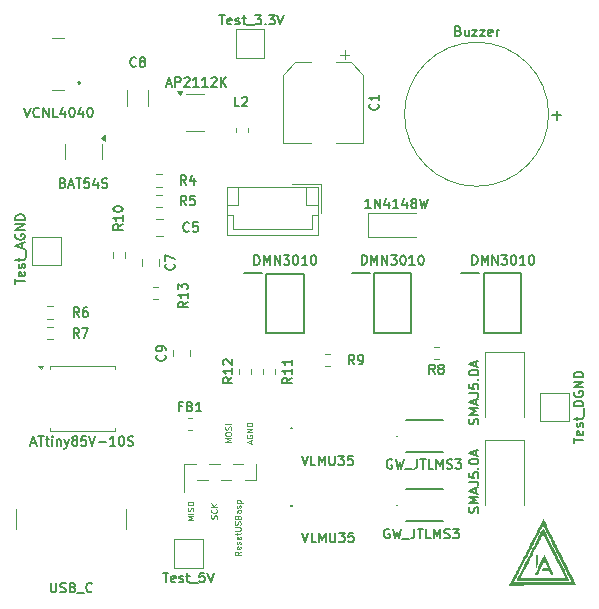
<source format=gbr>
%TF.GenerationSoftware,KiCad,Pcbnew,9.0.0*%
%TF.CreationDate,2025-03-05T18:06:52-05:00*%
%TF.ProjectId,LumiGuard,4c756d69-4775-4617-9264-2e6b69636164,Ing.IsmelArab*%
%TF.SameCoordinates,Original*%
%TF.FileFunction,Legend,Top*%
%TF.FilePolarity,Positive*%
%FSLAX46Y46*%
G04 Gerber Fmt 4.6, Leading zero omitted, Abs format (unit mm)*
G04 Created by KiCad (PCBNEW 9.0.0) date 2025-03-05 18:06:52*
%MOMM*%
%LPD*%
G01*
G04 APERTURE LIST*
%ADD10C,0.100000*%
%ADD11C,0.200000*%
%ADD12C,0.150000*%
%ADD13C,0.120000*%
%ADD14C,0.000000*%
G04 APERTURE END LIST*
D10*
X135026109Y-133823809D02*
X134788014Y-133990475D01*
X135026109Y-134109523D02*
X134526109Y-134109523D01*
X134526109Y-134109523D02*
X134526109Y-133919047D01*
X134526109Y-133919047D02*
X134549919Y-133871428D01*
X134549919Y-133871428D02*
X134573728Y-133847618D01*
X134573728Y-133847618D02*
X134621347Y-133823809D01*
X134621347Y-133823809D02*
X134692776Y-133823809D01*
X134692776Y-133823809D02*
X134740395Y-133847618D01*
X134740395Y-133847618D02*
X134764204Y-133871428D01*
X134764204Y-133871428D02*
X134788014Y-133919047D01*
X134788014Y-133919047D02*
X134788014Y-134109523D01*
X135002300Y-133419047D02*
X135026109Y-133466666D01*
X135026109Y-133466666D02*
X135026109Y-133561904D01*
X135026109Y-133561904D02*
X135002300Y-133609523D01*
X135002300Y-133609523D02*
X134954680Y-133633332D01*
X134954680Y-133633332D02*
X134764204Y-133633332D01*
X134764204Y-133633332D02*
X134716585Y-133609523D01*
X134716585Y-133609523D02*
X134692776Y-133561904D01*
X134692776Y-133561904D02*
X134692776Y-133466666D01*
X134692776Y-133466666D02*
X134716585Y-133419047D01*
X134716585Y-133419047D02*
X134764204Y-133395237D01*
X134764204Y-133395237D02*
X134811823Y-133395237D01*
X134811823Y-133395237D02*
X134859442Y-133633332D01*
X135002300Y-133204761D02*
X135026109Y-133157142D01*
X135026109Y-133157142D02*
X135026109Y-133061904D01*
X135026109Y-133061904D02*
X135002300Y-133014285D01*
X135002300Y-133014285D02*
X134954680Y-132990476D01*
X134954680Y-132990476D02*
X134930871Y-132990476D01*
X134930871Y-132990476D02*
X134883252Y-133014285D01*
X134883252Y-133014285D02*
X134859442Y-133061904D01*
X134859442Y-133061904D02*
X134859442Y-133133333D01*
X134859442Y-133133333D02*
X134835633Y-133180952D01*
X134835633Y-133180952D02*
X134788014Y-133204761D01*
X134788014Y-133204761D02*
X134764204Y-133204761D01*
X134764204Y-133204761D02*
X134716585Y-133180952D01*
X134716585Y-133180952D02*
X134692776Y-133133333D01*
X134692776Y-133133333D02*
X134692776Y-133061904D01*
X134692776Y-133061904D02*
X134716585Y-133014285D01*
X135002300Y-132585714D02*
X135026109Y-132633333D01*
X135026109Y-132633333D02*
X135026109Y-132728571D01*
X135026109Y-132728571D02*
X135002300Y-132776190D01*
X135002300Y-132776190D02*
X134954680Y-132799999D01*
X134954680Y-132799999D02*
X134764204Y-132799999D01*
X134764204Y-132799999D02*
X134716585Y-132776190D01*
X134716585Y-132776190D02*
X134692776Y-132728571D01*
X134692776Y-132728571D02*
X134692776Y-132633333D01*
X134692776Y-132633333D02*
X134716585Y-132585714D01*
X134716585Y-132585714D02*
X134764204Y-132561904D01*
X134764204Y-132561904D02*
X134811823Y-132561904D01*
X134811823Y-132561904D02*
X134859442Y-132799999D01*
X134692776Y-132419047D02*
X134692776Y-132228571D01*
X134526109Y-132347619D02*
X134954680Y-132347619D01*
X134954680Y-132347619D02*
X135002300Y-132323809D01*
X135002300Y-132323809D02*
X135026109Y-132276190D01*
X135026109Y-132276190D02*
X135026109Y-132228571D01*
X134526109Y-132061905D02*
X134930871Y-132061905D01*
X134930871Y-132061905D02*
X134978490Y-132038095D01*
X134978490Y-132038095D02*
X135002300Y-132014286D01*
X135002300Y-132014286D02*
X135026109Y-131966667D01*
X135026109Y-131966667D02*
X135026109Y-131871429D01*
X135026109Y-131871429D02*
X135002300Y-131823810D01*
X135002300Y-131823810D02*
X134978490Y-131800000D01*
X134978490Y-131800000D02*
X134930871Y-131776191D01*
X134930871Y-131776191D02*
X134526109Y-131776191D01*
X135002300Y-131561904D02*
X135026109Y-131490476D01*
X135026109Y-131490476D02*
X135026109Y-131371428D01*
X135026109Y-131371428D02*
X135002300Y-131323809D01*
X135002300Y-131323809D02*
X134978490Y-131300000D01*
X134978490Y-131300000D02*
X134930871Y-131276190D01*
X134930871Y-131276190D02*
X134883252Y-131276190D01*
X134883252Y-131276190D02*
X134835633Y-131300000D01*
X134835633Y-131300000D02*
X134811823Y-131323809D01*
X134811823Y-131323809D02*
X134788014Y-131371428D01*
X134788014Y-131371428D02*
X134764204Y-131466666D01*
X134764204Y-131466666D02*
X134740395Y-131514285D01*
X134740395Y-131514285D02*
X134716585Y-131538095D01*
X134716585Y-131538095D02*
X134668966Y-131561904D01*
X134668966Y-131561904D02*
X134621347Y-131561904D01*
X134621347Y-131561904D02*
X134573728Y-131538095D01*
X134573728Y-131538095D02*
X134549919Y-131514285D01*
X134549919Y-131514285D02*
X134526109Y-131466666D01*
X134526109Y-131466666D02*
X134526109Y-131347619D01*
X134526109Y-131347619D02*
X134549919Y-131276190D01*
X134764204Y-130895238D02*
X134788014Y-130823810D01*
X134788014Y-130823810D02*
X134811823Y-130800000D01*
X134811823Y-130800000D02*
X134859442Y-130776191D01*
X134859442Y-130776191D02*
X134930871Y-130776191D01*
X134930871Y-130776191D02*
X134978490Y-130800000D01*
X134978490Y-130800000D02*
X135002300Y-130823810D01*
X135002300Y-130823810D02*
X135026109Y-130871429D01*
X135026109Y-130871429D02*
X135026109Y-131061905D01*
X135026109Y-131061905D02*
X134526109Y-131061905D01*
X134526109Y-131061905D02*
X134526109Y-130895238D01*
X134526109Y-130895238D02*
X134549919Y-130847619D01*
X134549919Y-130847619D02*
X134573728Y-130823810D01*
X134573728Y-130823810D02*
X134621347Y-130800000D01*
X134621347Y-130800000D02*
X134668966Y-130800000D01*
X134668966Y-130800000D02*
X134716585Y-130823810D01*
X134716585Y-130823810D02*
X134740395Y-130847619D01*
X134740395Y-130847619D02*
X134764204Y-130895238D01*
X134764204Y-130895238D02*
X134764204Y-131061905D01*
X135026109Y-130347619D02*
X134764204Y-130347619D01*
X134764204Y-130347619D02*
X134716585Y-130371429D01*
X134716585Y-130371429D02*
X134692776Y-130419048D01*
X134692776Y-130419048D02*
X134692776Y-130514286D01*
X134692776Y-130514286D02*
X134716585Y-130561905D01*
X135002300Y-130347619D02*
X135026109Y-130395238D01*
X135026109Y-130395238D02*
X135026109Y-130514286D01*
X135026109Y-130514286D02*
X135002300Y-130561905D01*
X135002300Y-130561905D02*
X134954680Y-130585714D01*
X134954680Y-130585714D02*
X134907061Y-130585714D01*
X134907061Y-130585714D02*
X134859442Y-130561905D01*
X134859442Y-130561905D02*
X134835633Y-130514286D01*
X134835633Y-130514286D02*
X134835633Y-130395238D01*
X134835633Y-130395238D02*
X134811823Y-130347619D01*
X135002300Y-130133333D02*
X135026109Y-130085714D01*
X135026109Y-130085714D02*
X135026109Y-129990476D01*
X135026109Y-129990476D02*
X135002300Y-129942857D01*
X135002300Y-129942857D02*
X134954680Y-129919048D01*
X134954680Y-129919048D02*
X134930871Y-129919048D01*
X134930871Y-129919048D02*
X134883252Y-129942857D01*
X134883252Y-129942857D02*
X134859442Y-129990476D01*
X134859442Y-129990476D02*
X134859442Y-130061905D01*
X134859442Y-130061905D02*
X134835633Y-130109524D01*
X134835633Y-130109524D02*
X134788014Y-130133333D01*
X134788014Y-130133333D02*
X134764204Y-130133333D01*
X134764204Y-130133333D02*
X134716585Y-130109524D01*
X134716585Y-130109524D02*
X134692776Y-130061905D01*
X134692776Y-130061905D02*
X134692776Y-129990476D01*
X134692776Y-129990476D02*
X134716585Y-129942857D01*
X134692776Y-129704762D02*
X135192776Y-129704762D01*
X134716585Y-129704762D02*
X134692776Y-129657143D01*
X134692776Y-129657143D02*
X134692776Y-129561905D01*
X134692776Y-129561905D02*
X134716585Y-129514286D01*
X134716585Y-129514286D02*
X134740395Y-129490476D01*
X134740395Y-129490476D02*
X134788014Y-129466667D01*
X134788014Y-129466667D02*
X134930871Y-129466667D01*
X134930871Y-129466667D02*
X134978490Y-129490476D01*
X134978490Y-129490476D02*
X135002300Y-129514286D01*
X135002300Y-129514286D02*
X135026109Y-129561905D01*
X135026109Y-129561905D02*
X135026109Y-129657143D01*
X135026109Y-129657143D02*
X135002300Y-129704762D01*
X134226109Y-124585714D02*
X133726109Y-124585714D01*
X133726109Y-124585714D02*
X134083252Y-124419047D01*
X134083252Y-124419047D02*
X133726109Y-124252381D01*
X133726109Y-124252381D02*
X134226109Y-124252381D01*
X133726109Y-123919047D02*
X133726109Y-123823809D01*
X133726109Y-123823809D02*
X133749919Y-123776190D01*
X133749919Y-123776190D02*
X133797538Y-123728571D01*
X133797538Y-123728571D02*
X133892776Y-123704761D01*
X133892776Y-123704761D02*
X134059442Y-123704761D01*
X134059442Y-123704761D02*
X134154680Y-123728571D01*
X134154680Y-123728571D02*
X134202300Y-123776190D01*
X134202300Y-123776190D02*
X134226109Y-123823809D01*
X134226109Y-123823809D02*
X134226109Y-123919047D01*
X134226109Y-123919047D02*
X134202300Y-123966666D01*
X134202300Y-123966666D02*
X134154680Y-124014285D01*
X134154680Y-124014285D02*
X134059442Y-124038094D01*
X134059442Y-124038094D02*
X133892776Y-124038094D01*
X133892776Y-124038094D02*
X133797538Y-124014285D01*
X133797538Y-124014285D02*
X133749919Y-123966666D01*
X133749919Y-123966666D02*
X133726109Y-123919047D01*
X134202300Y-123514284D02*
X134226109Y-123442856D01*
X134226109Y-123442856D02*
X134226109Y-123323808D01*
X134226109Y-123323808D02*
X134202300Y-123276189D01*
X134202300Y-123276189D02*
X134178490Y-123252380D01*
X134178490Y-123252380D02*
X134130871Y-123228570D01*
X134130871Y-123228570D02*
X134083252Y-123228570D01*
X134083252Y-123228570D02*
X134035633Y-123252380D01*
X134035633Y-123252380D02*
X134011823Y-123276189D01*
X134011823Y-123276189D02*
X133988014Y-123323808D01*
X133988014Y-123323808D02*
X133964204Y-123419046D01*
X133964204Y-123419046D02*
X133940395Y-123466665D01*
X133940395Y-123466665D02*
X133916585Y-123490475D01*
X133916585Y-123490475D02*
X133868966Y-123514284D01*
X133868966Y-123514284D02*
X133821347Y-123514284D01*
X133821347Y-123514284D02*
X133773728Y-123490475D01*
X133773728Y-123490475D02*
X133749919Y-123466665D01*
X133749919Y-123466665D02*
X133726109Y-123419046D01*
X133726109Y-123419046D02*
X133726109Y-123299999D01*
X133726109Y-123299999D02*
X133749919Y-123228570D01*
X134226109Y-123014285D02*
X133726109Y-123014285D01*
X133002300Y-131042856D02*
X133026109Y-130971428D01*
X133026109Y-130971428D02*
X133026109Y-130852380D01*
X133026109Y-130852380D02*
X133002300Y-130804761D01*
X133002300Y-130804761D02*
X132978490Y-130780952D01*
X132978490Y-130780952D02*
X132930871Y-130757142D01*
X132930871Y-130757142D02*
X132883252Y-130757142D01*
X132883252Y-130757142D02*
X132835633Y-130780952D01*
X132835633Y-130780952D02*
X132811823Y-130804761D01*
X132811823Y-130804761D02*
X132788014Y-130852380D01*
X132788014Y-130852380D02*
X132764204Y-130947618D01*
X132764204Y-130947618D02*
X132740395Y-130995237D01*
X132740395Y-130995237D02*
X132716585Y-131019047D01*
X132716585Y-131019047D02*
X132668966Y-131042856D01*
X132668966Y-131042856D02*
X132621347Y-131042856D01*
X132621347Y-131042856D02*
X132573728Y-131019047D01*
X132573728Y-131019047D02*
X132549919Y-130995237D01*
X132549919Y-130995237D02*
X132526109Y-130947618D01*
X132526109Y-130947618D02*
X132526109Y-130828571D01*
X132526109Y-130828571D02*
X132549919Y-130757142D01*
X132978490Y-130257143D02*
X133002300Y-130280952D01*
X133002300Y-130280952D02*
X133026109Y-130352381D01*
X133026109Y-130352381D02*
X133026109Y-130400000D01*
X133026109Y-130400000D02*
X133002300Y-130471428D01*
X133002300Y-130471428D02*
X132954680Y-130519047D01*
X132954680Y-130519047D02*
X132907061Y-130542857D01*
X132907061Y-130542857D02*
X132811823Y-130566666D01*
X132811823Y-130566666D02*
X132740395Y-130566666D01*
X132740395Y-130566666D02*
X132645157Y-130542857D01*
X132645157Y-130542857D02*
X132597538Y-130519047D01*
X132597538Y-130519047D02*
X132549919Y-130471428D01*
X132549919Y-130471428D02*
X132526109Y-130400000D01*
X132526109Y-130400000D02*
X132526109Y-130352381D01*
X132526109Y-130352381D02*
X132549919Y-130280952D01*
X132549919Y-130280952D02*
X132573728Y-130257143D01*
X133026109Y-130042857D02*
X132526109Y-130042857D01*
X133026109Y-129757143D02*
X132740395Y-129971428D01*
X132526109Y-129757143D02*
X132811823Y-130042857D01*
X135883252Y-124680951D02*
X135883252Y-124442856D01*
X136026109Y-124728570D02*
X135526109Y-124561904D01*
X135526109Y-124561904D02*
X136026109Y-124395237D01*
X135549919Y-123966666D02*
X135526109Y-124014285D01*
X135526109Y-124014285D02*
X135526109Y-124085714D01*
X135526109Y-124085714D02*
X135549919Y-124157142D01*
X135549919Y-124157142D02*
X135597538Y-124204761D01*
X135597538Y-124204761D02*
X135645157Y-124228571D01*
X135645157Y-124228571D02*
X135740395Y-124252380D01*
X135740395Y-124252380D02*
X135811823Y-124252380D01*
X135811823Y-124252380D02*
X135907061Y-124228571D01*
X135907061Y-124228571D02*
X135954680Y-124204761D01*
X135954680Y-124204761D02*
X136002300Y-124157142D01*
X136002300Y-124157142D02*
X136026109Y-124085714D01*
X136026109Y-124085714D02*
X136026109Y-124038095D01*
X136026109Y-124038095D02*
X136002300Y-123966666D01*
X136002300Y-123966666D02*
X135978490Y-123942857D01*
X135978490Y-123942857D02*
X135811823Y-123942857D01*
X135811823Y-123942857D02*
X135811823Y-124038095D01*
X136026109Y-123728571D02*
X135526109Y-123728571D01*
X135526109Y-123728571D02*
X136026109Y-123442857D01*
X136026109Y-123442857D02*
X135526109Y-123442857D01*
X136026109Y-123204761D02*
X135526109Y-123204761D01*
X135526109Y-123204761D02*
X135526109Y-123085713D01*
X135526109Y-123085713D02*
X135549919Y-123014285D01*
X135549919Y-123014285D02*
X135597538Y-122966666D01*
X135597538Y-122966666D02*
X135645157Y-122942856D01*
X135645157Y-122942856D02*
X135740395Y-122919047D01*
X135740395Y-122919047D02*
X135811823Y-122919047D01*
X135811823Y-122919047D02*
X135907061Y-122942856D01*
X135907061Y-122942856D02*
X135954680Y-122966666D01*
X135954680Y-122966666D02*
X136002300Y-123014285D01*
X136002300Y-123014285D02*
X136026109Y-123085713D01*
X136026109Y-123085713D02*
X136026109Y-123204761D01*
X131026109Y-131185714D02*
X130526109Y-131185714D01*
X130526109Y-131185714D02*
X130883252Y-131019047D01*
X130883252Y-131019047D02*
X130526109Y-130852381D01*
X130526109Y-130852381D02*
X131026109Y-130852381D01*
X131026109Y-130614285D02*
X130526109Y-130614285D01*
X131002300Y-130399999D02*
X131026109Y-130328571D01*
X131026109Y-130328571D02*
X131026109Y-130209523D01*
X131026109Y-130209523D02*
X131002300Y-130161904D01*
X131002300Y-130161904D02*
X130978490Y-130138095D01*
X130978490Y-130138095D02*
X130930871Y-130114285D01*
X130930871Y-130114285D02*
X130883252Y-130114285D01*
X130883252Y-130114285D02*
X130835633Y-130138095D01*
X130835633Y-130138095D02*
X130811823Y-130161904D01*
X130811823Y-130161904D02*
X130788014Y-130209523D01*
X130788014Y-130209523D02*
X130764204Y-130304761D01*
X130764204Y-130304761D02*
X130740395Y-130352380D01*
X130740395Y-130352380D02*
X130716585Y-130376190D01*
X130716585Y-130376190D02*
X130668966Y-130399999D01*
X130668966Y-130399999D02*
X130621347Y-130399999D01*
X130621347Y-130399999D02*
X130573728Y-130376190D01*
X130573728Y-130376190D02*
X130549919Y-130352380D01*
X130549919Y-130352380D02*
X130526109Y-130304761D01*
X130526109Y-130304761D02*
X130526109Y-130185714D01*
X130526109Y-130185714D02*
X130549919Y-130114285D01*
X130526109Y-129804762D02*
X130526109Y-129709524D01*
X130526109Y-129709524D02*
X130549919Y-129661905D01*
X130549919Y-129661905D02*
X130597538Y-129614286D01*
X130597538Y-129614286D02*
X130692776Y-129590476D01*
X130692776Y-129590476D02*
X130859442Y-129590476D01*
X130859442Y-129590476D02*
X130954680Y-129614286D01*
X130954680Y-129614286D02*
X131002300Y-129661905D01*
X131002300Y-129661905D02*
X131026109Y-129709524D01*
X131026109Y-129709524D02*
X131026109Y-129804762D01*
X131026109Y-129804762D02*
X131002300Y-129852381D01*
X131002300Y-129852381D02*
X130954680Y-129900000D01*
X130954680Y-129900000D02*
X130859442Y-129923809D01*
X130859442Y-129923809D02*
X130692776Y-129923809D01*
X130692776Y-129923809D02*
X130597538Y-129900000D01*
X130597538Y-129900000D02*
X130549919Y-129852381D01*
X130549919Y-129852381D02*
X130526109Y-129804762D01*
D11*
X129363504Y-109483332D02*
X129401600Y-109521428D01*
X129401600Y-109521428D02*
X129439695Y-109635713D01*
X129439695Y-109635713D02*
X129439695Y-109711904D01*
X129439695Y-109711904D02*
X129401600Y-109826190D01*
X129401600Y-109826190D02*
X129325409Y-109902380D01*
X129325409Y-109902380D02*
X129249219Y-109940475D01*
X129249219Y-109940475D02*
X129096838Y-109978571D01*
X129096838Y-109978571D02*
X128982552Y-109978571D01*
X128982552Y-109978571D02*
X128830171Y-109940475D01*
X128830171Y-109940475D02*
X128753980Y-109902380D01*
X128753980Y-109902380D02*
X128677790Y-109826190D01*
X128677790Y-109826190D02*
X128639695Y-109711904D01*
X128639695Y-109711904D02*
X128639695Y-109635713D01*
X128639695Y-109635713D02*
X128677790Y-109521428D01*
X128677790Y-109521428D02*
X128715885Y-109483332D01*
X128639695Y-109216666D02*
X128639695Y-108683332D01*
X128639695Y-108683332D02*
X129439695Y-109026190D01*
X115959695Y-111190475D02*
X115959695Y-110733332D01*
X116759695Y-110961904D02*
X115959695Y-110961904D01*
X116721600Y-110161903D02*
X116759695Y-110238094D01*
X116759695Y-110238094D02*
X116759695Y-110390475D01*
X116759695Y-110390475D02*
X116721600Y-110466665D01*
X116721600Y-110466665D02*
X116645409Y-110504761D01*
X116645409Y-110504761D02*
X116340647Y-110504761D01*
X116340647Y-110504761D02*
X116264457Y-110466665D01*
X116264457Y-110466665D02*
X116226361Y-110390475D01*
X116226361Y-110390475D02*
X116226361Y-110238094D01*
X116226361Y-110238094D02*
X116264457Y-110161903D01*
X116264457Y-110161903D02*
X116340647Y-110123808D01*
X116340647Y-110123808D02*
X116416838Y-110123808D01*
X116416838Y-110123808D02*
X116493028Y-110504761D01*
X116721600Y-109819047D02*
X116759695Y-109742856D01*
X116759695Y-109742856D02*
X116759695Y-109590475D01*
X116759695Y-109590475D02*
X116721600Y-109514285D01*
X116721600Y-109514285D02*
X116645409Y-109476189D01*
X116645409Y-109476189D02*
X116607314Y-109476189D01*
X116607314Y-109476189D02*
X116531123Y-109514285D01*
X116531123Y-109514285D02*
X116493028Y-109590475D01*
X116493028Y-109590475D02*
X116493028Y-109704761D01*
X116493028Y-109704761D02*
X116454933Y-109780951D01*
X116454933Y-109780951D02*
X116378742Y-109819047D01*
X116378742Y-109819047D02*
X116340647Y-109819047D01*
X116340647Y-109819047D02*
X116264457Y-109780951D01*
X116264457Y-109780951D02*
X116226361Y-109704761D01*
X116226361Y-109704761D02*
X116226361Y-109590475D01*
X116226361Y-109590475D02*
X116264457Y-109514285D01*
X116226361Y-109247618D02*
X116226361Y-108942856D01*
X115959695Y-109133332D02*
X116645409Y-109133332D01*
X116645409Y-109133332D02*
X116721600Y-109095237D01*
X116721600Y-109095237D02*
X116759695Y-109019047D01*
X116759695Y-109019047D02*
X116759695Y-108942856D01*
X116835885Y-108866666D02*
X116835885Y-108257142D01*
X116531123Y-108104761D02*
X116531123Y-107723808D01*
X116759695Y-108180951D02*
X115959695Y-107914284D01*
X115959695Y-107914284D02*
X116759695Y-107647618D01*
X115997790Y-106961904D02*
X115959695Y-107038094D01*
X115959695Y-107038094D02*
X115959695Y-107152380D01*
X115959695Y-107152380D02*
X115997790Y-107266666D01*
X115997790Y-107266666D02*
X116073980Y-107342856D01*
X116073980Y-107342856D02*
X116150171Y-107380951D01*
X116150171Y-107380951D02*
X116302552Y-107419047D01*
X116302552Y-107419047D02*
X116416838Y-107419047D01*
X116416838Y-107419047D02*
X116569219Y-107380951D01*
X116569219Y-107380951D02*
X116645409Y-107342856D01*
X116645409Y-107342856D02*
X116721600Y-107266666D01*
X116721600Y-107266666D02*
X116759695Y-107152380D01*
X116759695Y-107152380D02*
X116759695Y-107076189D01*
X116759695Y-107076189D02*
X116721600Y-106961904D01*
X116721600Y-106961904D02*
X116683504Y-106923808D01*
X116683504Y-106923808D02*
X116416838Y-106923808D01*
X116416838Y-106923808D02*
X116416838Y-107076189D01*
X116759695Y-106580951D02*
X115959695Y-106580951D01*
X115959695Y-106580951D02*
X116759695Y-106123808D01*
X116759695Y-106123808D02*
X115959695Y-106123808D01*
X116759695Y-105742856D02*
X115959695Y-105742856D01*
X115959695Y-105742856D02*
X115959695Y-105552380D01*
X115959695Y-105552380D02*
X115997790Y-105438094D01*
X115997790Y-105438094D02*
X116073980Y-105361904D01*
X116073980Y-105361904D02*
X116150171Y-105323809D01*
X116150171Y-105323809D02*
X116302552Y-105285713D01*
X116302552Y-105285713D02*
X116416838Y-105285713D01*
X116416838Y-105285713D02*
X116569219Y-105323809D01*
X116569219Y-105323809D02*
X116645409Y-105361904D01*
X116645409Y-105361904D02*
X116721600Y-105438094D01*
X116721600Y-105438094D02*
X116759695Y-105552380D01*
X116759695Y-105552380D02*
X116759695Y-105742856D01*
X144654667Y-117959695D02*
X144388000Y-117578742D01*
X144197524Y-117959695D02*
X144197524Y-117159695D01*
X144197524Y-117159695D02*
X144502286Y-117159695D01*
X144502286Y-117159695D02*
X144578476Y-117197790D01*
X144578476Y-117197790D02*
X144616571Y-117235885D01*
X144616571Y-117235885D02*
X144654667Y-117312076D01*
X144654667Y-117312076D02*
X144654667Y-117426361D01*
X144654667Y-117426361D02*
X144616571Y-117502552D01*
X144616571Y-117502552D02*
X144578476Y-117540647D01*
X144578476Y-117540647D02*
X144502286Y-117578742D01*
X144502286Y-117578742D02*
X144197524Y-117578742D01*
X145035619Y-117959695D02*
X145188000Y-117959695D01*
X145188000Y-117959695D02*
X145264190Y-117921600D01*
X145264190Y-117921600D02*
X145302286Y-117883504D01*
X145302286Y-117883504D02*
X145378476Y-117769219D01*
X145378476Y-117769219D02*
X145416571Y-117616838D01*
X145416571Y-117616838D02*
X145416571Y-117312076D01*
X145416571Y-117312076D02*
X145378476Y-117235885D01*
X145378476Y-117235885D02*
X145340381Y-117197790D01*
X145340381Y-117197790D02*
X145264190Y-117159695D01*
X145264190Y-117159695D02*
X145111809Y-117159695D01*
X145111809Y-117159695D02*
X145035619Y-117197790D01*
X145035619Y-117197790D02*
X144997524Y-117235885D01*
X144997524Y-117235885D02*
X144959428Y-117312076D01*
X144959428Y-117312076D02*
X144959428Y-117502552D01*
X144959428Y-117502552D02*
X144997524Y-117578742D01*
X144997524Y-117578742D02*
X145035619Y-117616838D01*
X145035619Y-117616838D02*
X145111809Y-117654933D01*
X145111809Y-117654933D02*
X145264190Y-117654933D01*
X145264190Y-117654933D02*
X145340381Y-117616838D01*
X145340381Y-117616838D02*
X145378476Y-117578742D01*
X145378476Y-117578742D02*
X145416571Y-117502552D01*
X130058833Y-121530647D02*
X129792167Y-121530647D01*
X129792167Y-121949695D02*
X129792167Y-121149695D01*
X129792167Y-121149695D02*
X130173119Y-121149695D01*
X130744547Y-121530647D02*
X130858833Y-121568742D01*
X130858833Y-121568742D02*
X130896928Y-121606838D01*
X130896928Y-121606838D02*
X130935024Y-121683028D01*
X130935024Y-121683028D02*
X130935024Y-121797314D01*
X130935024Y-121797314D02*
X130896928Y-121873504D01*
X130896928Y-121873504D02*
X130858833Y-121911600D01*
X130858833Y-121911600D02*
X130782643Y-121949695D01*
X130782643Y-121949695D02*
X130477881Y-121949695D01*
X130477881Y-121949695D02*
X130477881Y-121149695D01*
X130477881Y-121149695D02*
X130744547Y-121149695D01*
X130744547Y-121149695D02*
X130820738Y-121187790D01*
X130820738Y-121187790D02*
X130858833Y-121225885D01*
X130858833Y-121225885D02*
X130896928Y-121302076D01*
X130896928Y-121302076D02*
X130896928Y-121378266D01*
X130896928Y-121378266D02*
X130858833Y-121454457D01*
X130858833Y-121454457D02*
X130820738Y-121492552D01*
X130820738Y-121492552D02*
X130744547Y-121530647D01*
X130744547Y-121530647D02*
X130477881Y-121530647D01*
X131696928Y-121949695D02*
X131239785Y-121949695D01*
X131468357Y-121949695D02*
X131468357Y-121149695D01*
X131468357Y-121149695D02*
X131392166Y-121263980D01*
X131392166Y-121263980D02*
X131315976Y-121340171D01*
X131315976Y-121340171D02*
X131239785Y-121378266D01*
X130416667Y-104509695D02*
X130150000Y-104128742D01*
X129959524Y-104509695D02*
X129959524Y-103709695D01*
X129959524Y-103709695D02*
X130264286Y-103709695D01*
X130264286Y-103709695D02*
X130340476Y-103747790D01*
X130340476Y-103747790D02*
X130378571Y-103785885D01*
X130378571Y-103785885D02*
X130416667Y-103862076D01*
X130416667Y-103862076D02*
X130416667Y-103976361D01*
X130416667Y-103976361D02*
X130378571Y-104052552D01*
X130378571Y-104052552D02*
X130340476Y-104090647D01*
X130340476Y-104090647D02*
X130264286Y-104128742D01*
X130264286Y-104128742D02*
X129959524Y-104128742D01*
X131140476Y-103709695D02*
X130759524Y-103709695D01*
X130759524Y-103709695D02*
X130721428Y-104090647D01*
X130721428Y-104090647D02*
X130759524Y-104052552D01*
X130759524Y-104052552D02*
X130835714Y-104014457D01*
X130835714Y-104014457D02*
X131026190Y-104014457D01*
X131026190Y-104014457D02*
X131102381Y-104052552D01*
X131102381Y-104052552D02*
X131140476Y-104090647D01*
X131140476Y-104090647D02*
X131178571Y-104166838D01*
X131178571Y-104166838D02*
X131178571Y-104357314D01*
X131178571Y-104357314D02*
X131140476Y-104433504D01*
X131140476Y-104433504D02*
X131102381Y-104471600D01*
X131102381Y-104471600D02*
X131026190Y-104509695D01*
X131026190Y-104509695D02*
X130835714Y-104509695D01*
X130835714Y-104509695D02*
X130759524Y-104471600D01*
X130759524Y-104471600D02*
X130721428Y-104433504D01*
X119976666Y-102620647D02*
X120090952Y-102658742D01*
X120090952Y-102658742D02*
X120129047Y-102696838D01*
X120129047Y-102696838D02*
X120167143Y-102773028D01*
X120167143Y-102773028D02*
X120167143Y-102887314D01*
X120167143Y-102887314D02*
X120129047Y-102963504D01*
X120129047Y-102963504D02*
X120090952Y-103001600D01*
X120090952Y-103001600D02*
X120014762Y-103039695D01*
X120014762Y-103039695D02*
X119710000Y-103039695D01*
X119710000Y-103039695D02*
X119710000Y-102239695D01*
X119710000Y-102239695D02*
X119976666Y-102239695D01*
X119976666Y-102239695D02*
X120052857Y-102277790D01*
X120052857Y-102277790D02*
X120090952Y-102315885D01*
X120090952Y-102315885D02*
X120129047Y-102392076D01*
X120129047Y-102392076D02*
X120129047Y-102468266D01*
X120129047Y-102468266D02*
X120090952Y-102544457D01*
X120090952Y-102544457D02*
X120052857Y-102582552D01*
X120052857Y-102582552D02*
X119976666Y-102620647D01*
X119976666Y-102620647D02*
X119710000Y-102620647D01*
X120471904Y-102811123D02*
X120852857Y-102811123D01*
X120395714Y-103039695D02*
X120662381Y-102239695D01*
X120662381Y-102239695D02*
X120929047Y-103039695D01*
X121081428Y-102239695D02*
X121538571Y-102239695D01*
X121309999Y-103039695D02*
X121309999Y-102239695D01*
X122186190Y-102239695D02*
X121805238Y-102239695D01*
X121805238Y-102239695D02*
X121767142Y-102620647D01*
X121767142Y-102620647D02*
X121805238Y-102582552D01*
X121805238Y-102582552D02*
X121881428Y-102544457D01*
X121881428Y-102544457D02*
X122071904Y-102544457D01*
X122071904Y-102544457D02*
X122148095Y-102582552D01*
X122148095Y-102582552D02*
X122186190Y-102620647D01*
X122186190Y-102620647D02*
X122224285Y-102696838D01*
X122224285Y-102696838D02*
X122224285Y-102887314D01*
X122224285Y-102887314D02*
X122186190Y-102963504D01*
X122186190Y-102963504D02*
X122148095Y-103001600D01*
X122148095Y-103001600D02*
X122071904Y-103039695D01*
X122071904Y-103039695D02*
X121881428Y-103039695D01*
X121881428Y-103039695D02*
X121805238Y-103001600D01*
X121805238Y-103001600D02*
X121767142Y-102963504D01*
X122910000Y-102506361D02*
X122910000Y-103039695D01*
X122719524Y-102201600D02*
X122529047Y-102773028D01*
X122529047Y-102773028D02*
X123024286Y-102773028D01*
X123290952Y-103001600D02*
X123405238Y-103039695D01*
X123405238Y-103039695D02*
X123595714Y-103039695D01*
X123595714Y-103039695D02*
X123671905Y-103001600D01*
X123671905Y-103001600D02*
X123710000Y-102963504D01*
X123710000Y-102963504D02*
X123748095Y-102887314D01*
X123748095Y-102887314D02*
X123748095Y-102811123D01*
X123748095Y-102811123D02*
X123710000Y-102734933D01*
X123710000Y-102734933D02*
X123671905Y-102696838D01*
X123671905Y-102696838D02*
X123595714Y-102658742D01*
X123595714Y-102658742D02*
X123443333Y-102620647D01*
X123443333Y-102620647D02*
X123367143Y-102582552D01*
X123367143Y-102582552D02*
X123329048Y-102544457D01*
X123329048Y-102544457D02*
X123290952Y-102468266D01*
X123290952Y-102468266D02*
X123290952Y-102392076D01*
X123290952Y-102392076D02*
X123329048Y-102315885D01*
X123329048Y-102315885D02*
X123367143Y-102277790D01*
X123367143Y-102277790D02*
X123443333Y-102239695D01*
X123443333Y-102239695D02*
X123633810Y-102239695D01*
X123633810Y-102239695D02*
X123748095Y-102277790D01*
X134916666Y-96134195D02*
X134535714Y-96134195D01*
X134535714Y-96134195D02*
X134535714Y-95334195D01*
X135145237Y-95410385D02*
X135183333Y-95372290D01*
X135183333Y-95372290D02*
X135259523Y-95334195D01*
X135259523Y-95334195D02*
X135449999Y-95334195D01*
X135449999Y-95334195D02*
X135526190Y-95372290D01*
X135526190Y-95372290D02*
X135564285Y-95410385D01*
X135564285Y-95410385D02*
X135602380Y-95486576D01*
X135602380Y-95486576D02*
X135602380Y-95562766D01*
X135602380Y-95562766D02*
X135564285Y-95677052D01*
X135564285Y-95677052D02*
X135107142Y-96134195D01*
X135107142Y-96134195D02*
X135602380Y-96134195D01*
X130559695Y-112664285D02*
X130178742Y-112930952D01*
X130559695Y-113121428D02*
X129759695Y-113121428D01*
X129759695Y-113121428D02*
X129759695Y-112816666D01*
X129759695Y-112816666D02*
X129797790Y-112740476D01*
X129797790Y-112740476D02*
X129835885Y-112702381D01*
X129835885Y-112702381D02*
X129912076Y-112664285D01*
X129912076Y-112664285D02*
X130026361Y-112664285D01*
X130026361Y-112664285D02*
X130102552Y-112702381D01*
X130102552Y-112702381D02*
X130140647Y-112740476D01*
X130140647Y-112740476D02*
X130178742Y-112816666D01*
X130178742Y-112816666D02*
X130178742Y-113121428D01*
X130559695Y-111902381D02*
X130559695Y-112359524D01*
X130559695Y-112130952D02*
X129759695Y-112130952D01*
X129759695Y-112130952D02*
X129873980Y-112207143D01*
X129873980Y-112207143D02*
X129950171Y-112283333D01*
X129950171Y-112283333D02*
X129988266Y-112359524D01*
X129759695Y-111635714D02*
X129759695Y-111140476D01*
X129759695Y-111140476D02*
X130064457Y-111407142D01*
X130064457Y-111407142D02*
X130064457Y-111292857D01*
X130064457Y-111292857D02*
X130102552Y-111216666D01*
X130102552Y-111216666D02*
X130140647Y-111178571D01*
X130140647Y-111178571D02*
X130216838Y-111140476D01*
X130216838Y-111140476D02*
X130407314Y-111140476D01*
X130407314Y-111140476D02*
X130483504Y-111178571D01*
X130483504Y-111178571D02*
X130521600Y-111216666D01*
X130521600Y-111216666D02*
X130559695Y-111292857D01*
X130559695Y-111292857D02*
X130559695Y-111521428D01*
X130559695Y-111521428D02*
X130521600Y-111597619D01*
X130521600Y-111597619D02*
X130483504Y-111635714D01*
X146028570Y-104759695D02*
X145571427Y-104759695D01*
X145799999Y-104759695D02*
X145799999Y-103959695D01*
X145799999Y-103959695D02*
X145723808Y-104073980D01*
X145723808Y-104073980D02*
X145647618Y-104150171D01*
X145647618Y-104150171D02*
X145571427Y-104188266D01*
X146371428Y-104759695D02*
X146371428Y-103959695D01*
X146371428Y-103959695D02*
X146828571Y-104759695D01*
X146828571Y-104759695D02*
X146828571Y-103959695D01*
X147552380Y-104226361D02*
X147552380Y-104759695D01*
X147361904Y-103921600D02*
X147171427Y-104493028D01*
X147171427Y-104493028D02*
X147666666Y-104493028D01*
X148390475Y-104759695D02*
X147933332Y-104759695D01*
X148161904Y-104759695D02*
X148161904Y-103959695D01*
X148161904Y-103959695D02*
X148085713Y-104073980D01*
X148085713Y-104073980D02*
X148009523Y-104150171D01*
X148009523Y-104150171D02*
X147933332Y-104188266D01*
X149076190Y-104226361D02*
X149076190Y-104759695D01*
X148885714Y-103921600D02*
X148695237Y-104493028D01*
X148695237Y-104493028D02*
X149190476Y-104493028D01*
X149609523Y-104302552D02*
X149533333Y-104264457D01*
X149533333Y-104264457D02*
X149495238Y-104226361D01*
X149495238Y-104226361D02*
X149457142Y-104150171D01*
X149457142Y-104150171D02*
X149457142Y-104112076D01*
X149457142Y-104112076D02*
X149495238Y-104035885D01*
X149495238Y-104035885D02*
X149533333Y-103997790D01*
X149533333Y-103997790D02*
X149609523Y-103959695D01*
X149609523Y-103959695D02*
X149761904Y-103959695D01*
X149761904Y-103959695D02*
X149838095Y-103997790D01*
X149838095Y-103997790D02*
X149876190Y-104035885D01*
X149876190Y-104035885D02*
X149914285Y-104112076D01*
X149914285Y-104112076D02*
X149914285Y-104150171D01*
X149914285Y-104150171D02*
X149876190Y-104226361D01*
X149876190Y-104226361D02*
X149838095Y-104264457D01*
X149838095Y-104264457D02*
X149761904Y-104302552D01*
X149761904Y-104302552D02*
X149609523Y-104302552D01*
X149609523Y-104302552D02*
X149533333Y-104340647D01*
X149533333Y-104340647D02*
X149495238Y-104378742D01*
X149495238Y-104378742D02*
X149457142Y-104454933D01*
X149457142Y-104454933D02*
X149457142Y-104607314D01*
X149457142Y-104607314D02*
X149495238Y-104683504D01*
X149495238Y-104683504D02*
X149533333Y-104721600D01*
X149533333Y-104721600D02*
X149609523Y-104759695D01*
X149609523Y-104759695D02*
X149761904Y-104759695D01*
X149761904Y-104759695D02*
X149838095Y-104721600D01*
X149838095Y-104721600D02*
X149876190Y-104683504D01*
X149876190Y-104683504D02*
X149914285Y-104607314D01*
X149914285Y-104607314D02*
X149914285Y-104454933D01*
X149914285Y-104454933D02*
X149876190Y-104378742D01*
X149876190Y-104378742D02*
X149838095Y-104340647D01*
X149838095Y-104340647D02*
X149761904Y-104302552D01*
X150180952Y-103959695D02*
X150371428Y-104759695D01*
X150371428Y-104759695D02*
X150523809Y-104188266D01*
X150523809Y-104188266D02*
X150676190Y-104759695D01*
X150676190Y-104759695D02*
X150866667Y-103959695D01*
X118965714Y-136484695D02*
X118965714Y-137132314D01*
X118965714Y-137132314D02*
X119003809Y-137208504D01*
X119003809Y-137208504D02*
X119041904Y-137246600D01*
X119041904Y-137246600D02*
X119118095Y-137284695D01*
X119118095Y-137284695D02*
X119270476Y-137284695D01*
X119270476Y-137284695D02*
X119346666Y-137246600D01*
X119346666Y-137246600D02*
X119384761Y-137208504D01*
X119384761Y-137208504D02*
X119422857Y-137132314D01*
X119422857Y-137132314D02*
X119422857Y-136484695D01*
X119765713Y-137246600D02*
X119879999Y-137284695D01*
X119879999Y-137284695D02*
X120070475Y-137284695D01*
X120070475Y-137284695D02*
X120146666Y-137246600D01*
X120146666Y-137246600D02*
X120184761Y-137208504D01*
X120184761Y-137208504D02*
X120222856Y-137132314D01*
X120222856Y-137132314D02*
X120222856Y-137056123D01*
X120222856Y-137056123D02*
X120184761Y-136979933D01*
X120184761Y-136979933D02*
X120146666Y-136941838D01*
X120146666Y-136941838D02*
X120070475Y-136903742D01*
X120070475Y-136903742D02*
X119918094Y-136865647D01*
X119918094Y-136865647D02*
X119841904Y-136827552D01*
X119841904Y-136827552D02*
X119803809Y-136789457D01*
X119803809Y-136789457D02*
X119765713Y-136713266D01*
X119765713Y-136713266D02*
X119765713Y-136637076D01*
X119765713Y-136637076D02*
X119803809Y-136560885D01*
X119803809Y-136560885D02*
X119841904Y-136522790D01*
X119841904Y-136522790D02*
X119918094Y-136484695D01*
X119918094Y-136484695D02*
X120108571Y-136484695D01*
X120108571Y-136484695D02*
X120222856Y-136522790D01*
X120832380Y-136865647D02*
X120946666Y-136903742D01*
X120946666Y-136903742D02*
X120984761Y-136941838D01*
X120984761Y-136941838D02*
X121022857Y-137018028D01*
X121022857Y-137018028D02*
X121022857Y-137132314D01*
X121022857Y-137132314D02*
X120984761Y-137208504D01*
X120984761Y-137208504D02*
X120946666Y-137246600D01*
X120946666Y-137246600D02*
X120870476Y-137284695D01*
X120870476Y-137284695D02*
X120565714Y-137284695D01*
X120565714Y-137284695D02*
X120565714Y-136484695D01*
X120565714Y-136484695D02*
X120832380Y-136484695D01*
X120832380Y-136484695D02*
X120908571Y-136522790D01*
X120908571Y-136522790D02*
X120946666Y-136560885D01*
X120946666Y-136560885D02*
X120984761Y-136637076D01*
X120984761Y-136637076D02*
X120984761Y-136713266D01*
X120984761Y-136713266D02*
X120946666Y-136789457D01*
X120946666Y-136789457D02*
X120908571Y-136827552D01*
X120908571Y-136827552D02*
X120832380Y-136865647D01*
X120832380Y-136865647D02*
X120565714Y-136865647D01*
X121175238Y-137360885D02*
X121784761Y-137360885D01*
X122432381Y-137208504D02*
X122394285Y-137246600D01*
X122394285Y-137246600D02*
X122280000Y-137284695D01*
X122280000Y-137284695D02*
X122203809Y-137284695D01*
X122203809Y-137284695D02*
X122089523Y-137246600D01*
X122089523Y-137246600D02*
X122013333Y-137170409D01*
X122013333Y-137170409D02*
X121975238Y-137094219D01*
X121975238Y-137094219D02*
X121937142Y-136941838D01*
X121937142Y-136941838D02*
X121937142Y-136827552D01*
X121937142Y-136827552D02*
X121975238Y-136675171D01*
X121975238Y-136675171D02*
X122013333Y-136598980D01*
X122013333Y-136598980D02*
X122089523Y-136522790D01*
X122089523Y-136522790D02*
X122203809Y-136484695D01*
X122203809Y-136484695D02*
X122280000Y-136484695D01*
X122280000Y-136484695D02*
X122394285Y-136522790D01*
X122394285Y-136522790D02*
X122432381Y-136560885D01*
X117288689Y-124626123D02*
X117669642Y-124626123D01*
X117212499Y-124854695D02*
X117479166Y-124054695D01*
X117479166Y-124054695D02*
X117745832Y-124854695D01*
X117898213Y-124054695D02*
X118355356Y-124054695D01*
X118126784Y-124854695D02*
X118126784Y-124054695D01*
X118507737Y-124321361D02*
X118812499Y-124321361D01*
X118622023Y-124054695D02*
X118622023Y-124740409D01*
X118622023Y-124740409D02*
X118660118Y-124816600D01*
X118660118Y-124816600D02*
X118736308Y-124854695D01*
X118736308Y-124854695D02*
X118812499Y-124854695D01*
X119079166Y-124854695D02*
X119079166Y-124321361D01*
X119079166Y-124054695D02*
X119041070Y-124092790D01*
X119041070Y-124092790D02*
X119079166Y-124130885D01*
X119079166Y-124130885D02*
X119117261Y-124092790D01*
X119117261Y-124092790D02*
X119079166Y-124054695D01*
X119079166Y-124054695D02*
X119079166Y-124130885D01*
X119460118Y-124321361D02*
X119460118Y-124854695D01*
X119460118Y-124397552D02*
X119498213Y-124359457D01*
X119498213Y-124359457D02*
X119574403Y-124321361D01*
X119574403Y-124321361D02*
X119688689Y-124321361D01*
X119688689Y-124321361D02*
X119764880Y-124359457D01*
X119764880Y-124359457D02*
X119802975Y-124435647D01*
X119802975Y-124435647D02*
X119802975Y-124854695D01*
X120107737Y-124321361D02*
X120298213Y-124854695D01*
X120488690Y-124321361D02*
X120298213Y-124854695D01*
X120298213Y-124854695D02*
X120222023Y-125045171D01*
X120222023Y-125045171D02*
X120183928Y-125083266D01*
X120183928Y-125083266D02*
X120107737Y-125121361D01*
X120907737Y-124397552D02*
X120831547Y-124359457D01*
X120831547Y-124359457D02*
X120793452Y-124321361D01*
X120793452Y-124321361D02*
X120755356Y-124245171D01*
X120755356Y-124245171D02*
X120755356Y-124207076D01*
X120755356Y-124207076D02*
X120793452Y-124130885D01*
X120793452Y-124130885D02*
X120831547Y-124092790D01*
X120831547Y-124092790D02*
X120907737Y-124054695D01*
X120907737Y-124054695D02*
X121060118Y-124054695D01*
X121060118Y-124054695D02*
X121136309Y-124092790D01*
X121136309Y-124092790D02*
X121174404Y-124130885D01*
X121174404Y-124130885D02*
X121212499Y-124207076D01*
X121212499Y-124207076D02*
X121212499Y-124245171D01*
X121212499Y-124245171D02*
X121174404Y-124321361D01*
X121174404Y-124321361D02*
X121136309Y-124359457D01*
X121136309Y-124359457D02*
X121060118Y-124397552D01*
X121060118Y-124397552D02*
X120907737Y-124397552D01*
X120907737Y-124397552D02*
X120831547Y-124435647D01*
X120831547Y-124435647D02*
X120793452Y-124473742D01*
X120793452Y-124473742D02*
X120755356Y-124549933D01*
X120755356Y-124549933D02*
X120755356Y-124702314D01*
X120755356Y-124702314D02*
X120793452Y-124778504D01*
X120793452Y-124778504D02*
X120831547Y-124816600D01*
X120831547Y-124816600D02*
X120907737Y-124854695D01*
X120907737Y-124854695D02*
X121060118Y-124854695D01*
X121060118Y-124854695D02*
X121136309Y-124816600D01*
X121136309Y-124816600D02*
X121174404Y-124778504D01*
X121174404Y-124778504D02*
X121212499Y-124702314D01*
X121212499Y-124702314D02*
X121212499Y-124549933D01*
X121212499Y-124549933D02*
X121174404Y-124473742D01*
X121174404Y-124473742D02*
X121136309Y-124435647D01*
X121136309Y-124435647D02*
X121060118Y-124397552D01*
X121936309Y-124054695D02*
X121555357Y-124054695D01*
X121555357Y-124054695D02*
X121517261Y-124435647D01*
X121517261Y-124435647D02*
X121555357Y-124397552D01*
X121555357Y-124397552D02*
X121631547Y-124359457D01*
X121631547Y-124359457D02*
X121822023Y-124359457D01*
X121822023Y-124359457D02*
X121898214Y-124397552D01*
X121898214Y-124397552D02*
X121936309Y-124435647D01*
X121936309Y-124435647D02*
X121974404Y-124511838D01*
X121974404Y-124511838D02*
X121974404Y-124702314D01*
X121974404Y-124702314D02*
X121936309Y-124778504D01*
X121936309Y-124778504D02*
X121898214Y-124816600D01*
X121898214Y-124816600D02*
X121822023Y-124854695D01*
X121822023Y-124854695D02*
X121631547Y-124854695D01*
X121631547Y-124854695D02*
X121555357Y-124816600D01*
X121555357Y-124816600D02*
X121517261Y-124778504D01*
X122202976Y-124054695D02*
X122469643Y-124854695D01*
X122469643Y-124854695D02*
X122736309Y-124054695D01*
X123002976Y-124549933D02*
X123612500Y-124549933D01*
X124412499Y-124854695D02*
X123955356Y-124854695D01*
X124183928Y-124854695D02*
X124183928Y-124054695D01*
X124183928Y-124054695D02*
X124107737Y-124168980D01*
X124107737Y-124168980D02*
X124031547Y-124245171D01*
X124031547Y-124245171D02*
X123955356Y-124283266D01*
X124907738Y-124054695D02*
X124983928Y-124054695D01*
X124983928Y-124054695D02*
X125060119Y-124092790D01*
X125060119Y-124092790D02*
X125098214Y-124130885D01*
X125098214Y-124130885D02*
X125136309Y-124207076D01*
X125136309Y-124207076D02*
X125174404Y-124359457D01*
X125174404Y-124359457D02*
X125174404Y-124549933D01*
X125174404Y-124549933D02*
X125136309Y-124702314D01*
X125136309Y-124702314D02*
X125098214Y-124778504D01*
X125098214Y-124778504D02*
X125060119Y-124816600D01*
X125060119Y-124816600D02*
X124983928Y-124854695D01*
X124983928Y-124854695D02*
X124907738Y-124854695D01*
X124907738Y-124854695D02*
X124831547Y-124816600D01*
X124831547Y-124816600D02*
X124793452Y-124778504D01*
X124793452Y-124778504D02*
X124755357Y-124702314D01*
X124755357Y-124702314D02*
X124717261Y-124549933D01*
X124717261Y-124549933D02*
X124717261Y-124359457D01*
X124717261Y-124359457D02*
X124755357Y-124207076D01*
X124755357Y-124207076D02*
X124793452Y-124130885D01*
X124793452Y-124130885D02*
X124831547Y-124092790D01*
X124831547Y-124092790D02*
X124907738Y-124054695D01*
X125479166Y-124816600D02*
X125593452Y-124854695D01*
X125593452Y-124854695D02*
X125783928Y-124854695D01*
X125783928Y-124854695D02*
X125860119Y-124816600D01*
X125860119Y-124816600D02*
X125898214Y-124778504D01*
X125898214Y-124778504D02*
X125936309Y-124702314D01*
X125936309Y-124702314D02*
X125936309Y-124626123D01*
X125936309Y-124626123D02*
X125898214Y-124549933D01*
X125898214Y-124549933D02*
X125860119Y-124511838D01*
X125860119Y-124511838D02*
X125783928Y-124473742D01*
X125783928Y-124473742D02*
X125631547Y-124435647D01*
X125631547Y-124435647D02*
X125555357Y-124397552D01*
X125555357Y-124397552D02*
X125517262Y-124359457D01*
X125517262Y-124359457D02*
X125479166Y-124283266D01*
X125479166Y-124283266D02*
X125479166Y-124207076D01*
X125479166Y-124207076D02*
X125517262Y-124130885D01*
X125517262Y-124130885D02*
X125555357Y-124092790D01*
X125555357Y-124092790D02*
X125631547Y-124054695D01*
X125631547Y-124054695D02*
X125822024Y-124054695D01*
X125822024Y-124054695D02*
X125936309Y-124092790D01*
X154628476Y-109529695D02*
X154628476Y-108729695D01*
X154628476Y-108729695D02*
X154818952Y-108729695D01*
X154818952Y-108729695D02*
X154933238Y-108767790D01*
X154933238Y-108767790D02*
X155009428Y-108843980D01*
X155009428Y-108843980D02*
X155047523Y-108920171D01*
X155047523Y-108920171D02*
X155085619Y-109072552D01*
X155085619Y-109072552D02*
X155085619Y-109186838D01*
X155085619Y-109186838D02*
X155047523Y-109339219D01*
X155047523Y-109339219D02*
X155009428Y-109415409D01*
X155009428Y-109415409D02*
X154933238Y-109491600D01*
X154933238Y-109491600D02*
X154818952Y-109529695D01*
X154818952Y-109529695D02*
X154628476Y-109529695D01*
X155428476Y-109529695D02*
X155428476Y-108729695D01*
X155428476Y-108729695D02*
X155695142Y-109301123D01*
X155695142Y-109301123D02*
X155961809Y-108729695D01*
X155961809Y-108729695D02*
X155961809Y-109529695D01*
X156342762Y-109529695D02*
X156342762Y-108729695D01*
X156342762Y-108729695D02*
X156799905Y-109529695D01*
X156799905Y-109529695D02*
X156799905Y-108729695D01*
X157104666Y-108729695D02*
X157599904Y-108729695D01*
X157599904Y-108729695D02*
X157333238Y-109034457D01*
X157333238Y-109034457D02*
X157447523Y-109034457D01*
X157447523Y-109034457D02*
X157523714Y-109072552D01*
X157523714Y-109072552D02*
X157561809Y-109110647D01*
X157561809Y-109110647D02*
X157599904Y-109186838D01*
X157599904Y-109186838D02*
X157599904Y-109377314D01*
X157599904Y-109377314D02*
X157561809Y-109453504D01*
X157561809Y-109453504D02*
X157523714Y-109491600D01*
X157523714Y-109491600D02*
X157447523Y-109529695D01*
X157447523Y-109529695D02*
X157218952Y-109529695D01*
X157218952Y-109529695D02*
X157142761Y-109491600D01*
X157142761Y-109491600D02*
X157104666Y-109453504D01*
X158095143Y-108729695D02*
X158171333Y-108729695D01*
X158171333Y-108729695D02*
X158247524Y-108767790D01*
X158247524Y-108767790D02*
X158285619Y-108805885D01*
X158285619Y-108805885D02*
X158323714Y-108882076D01*
X158323714Y-108882076D02*
X158361809Y-109034457D01*
X158361809Y-109034457D02*
X158361809Y-109224933D01*
X158361809Y-109224933D02*
X158323714Y-109377314D01*
X158323714Y-109377314D02*
X158285619Y-109453504D01*
X158285619Y-109453504D02*
X158247524Y-109491600D01*
X158247524Y-109491600D02*
X158171333Y-109529695D01*
X158171333Y-109529695D02*
X158095143Y-109529695D01*
X158095143Y-109529695D02*
X158018952Y-109491600D01*
X158018952Y-109491600D02*
X157980857Y-109453504D01*
X157980857Y-109453504D02*
X157942762Y-109377314D01*
X157942762Y-109377314D02*
X157904666Y-109224933D01*
X157904666Y-109224933D02*
X157904666Y-109034457D01*
X157904666Y-109034457D02*
X157942762Y-108882076D01*
X157942762Y-108882076D02*
X157980857Y-108805885D01*
X157980857Y-108805885D02*
X158018952Y-108767790D01*
X158018952Y-108767790D02*
X158095143Y-108729695D01*
X159123714Y-109529695D02*
X158666571Y-109529695D01*
X158895143Y-109529695D02*
X158895143Y-108729695D01*
X158895143Y-108729695D02*
X158818952Y-108843980D01*
X158818952Y-108843980D02*
X158742762Y-108920171D01*
X158742762Y-108920171D02*
X158666571Y-108958266D01*
X159618953Y-108729695D02*
X159695143Y-108729695D01*
X159695143Y-108729695D02*
X159771334Y-108767790D01*
X159771334Y-108767790D02*
X159809429Y-108805885D01*
X159809429Y-108805885D02*
X159847524Y-108882076D01*
X159847524Y-108882076D02*
X159885619Y-109034457D01*
X159885619Y-109034457D02*
X159885619Y-109224933D01*
X159885619Y-109224933D02*
X159847524Y-109377314D01*
X159847524Y-109377314D02*
X159809429Y-109453504D01*
X159809429Y-109453504D02*
X159771334Y-109491600D01*
X159771334Y-109491600D02*
X159695143Y-109529695D01*
X159695143Y-109529695D02*
X159618953Y-109529695D01*
X159618953Y-109529695D02*
X159542762Y-109491600D01*
X159542762Y-109491600D02*
X159504667Y-109453504D01*
X159504667Y-109453504D02*
X159466572Y-109377314D01*
X159466572Y-109377314D02*
X159428476Y-109224933D01*
X159428476Y-109224933D02*
X159428476Y-109034457D01*
X159428476Y-109034457D02*
X159466572Y-108882076D01*
X159466572Y-108882076D02*
X159504667Y-108805885D01*
X159504667Y-108805885D02*
X159542762Y-108767790D01*
X159542762Y-108767790D02*
X159618953Y-108729695D01*
X147605237Y-131947790D02*
X147529047Y-131909695D01*
X147529047Y-131909695D02*
X147414761Y-131909695D01*
X147414761Y-131909695D02*
X147300475Y-131947790D01*
X147300475Y-131947790D02*
X147224285Y-132023980D01*
X147224285Y-132023980D02*
X147186190Y-132100171D01*
X147186190Y-132100171D02*
X147148094Y-132252552D01*
X147148094Y-132252552D02*
X147148094Y-132366838D01*
X147148094Y-132366838D02*
X147186190Y-132519219D01*
X147186190Y-132519219D02*
X147224285Y-132595409D01*
X147224285Y-132595409D02*
X147300475Y-132671600D01*
X147300475Y-132671600D02*
X147414761Y-132709695D01*
X147414761Y-132709695D02*
X147490952Y-132709695D01*
X147490952Y-132709695D02*
X147605237Y-132671600D01*
X147605237Y-132671600D02*
X147643333Y-132633504D01*
X147643333Y-132633504D02*
X147643333Y-132366838D01*
X147643333Y-132366838D02*
X147490952Y-132366838D01*
X147909999Y-131909695D02*
X148100475Y-132709695D01*
X148100475Y-132709695D02*
X148252856Y-132138266D01*
X148252856Y-132138266D02*
X148405237Y-132709695D01*
X148405237Y-132709695D02*
X148595714Y-131909695D01*
X148710000Y-132785885D02*
X149319523Y-132785885D01*
X149738571Y-131909695D02*
X149738571Y-132481123D01*
X149738571Y-132481123D02*
X149700476Y-132595409D01*
X149700476Y-132595409D02*
X149624285Y-132671600D01*
X149624285Y-132671600D02*
X149510000Y-132709695D01*
X149510000Y-132709695D02*
X149433809Y-132709695D01*
X150005238Y-131909695D02*
X150462381Y-131909695D01*
X150233809Y-132709695D02*
X150233809Y-131909695D01*
X151110000Y-132709695D02*
X150729048Y-132709695D01*
X150729048Y-132709695D02*
X150729048Y-131909695D01*
X151376667Y-132709695D02*
X151376667Y-131909695D01*
X151376667Y-131909695D02*
X151643333Y-132481123D01*
X151643333Y-132481123D02*
X151910000Y-131909695D01*
X151910000Y-131909695D02*
X151910000Y-132709695D01*
X152252857Y-132671600D02*
X152367143Y-132709695D01*
X152367143Y-132709695D02*
X152557619Y-132709695D01*
X152557619Y-132709695D02*
X152633810Y-132671600D01*
X152633810Y-132671600D02*
X152671905Y-132633504D01*
X152671905Y-132633504D02*
X152710000Y-132557314D01*
X152710000Y-132557314D02*
X152710000Y-132481123D01*
X152710000Y-132481123D02*
X152671905Y-132404933D01*
X152671905Y-132404933D02*
X152633810Y-132366838D01*
X152633810Y-132366838D02*
X152557619Y-132328742D01*
X152557619Y-132328742D02*
X152405238Y-132290647D01*
X152405238Y-132290647D02*
X152329048Y-132252552D01*
X152329048Y-132252552D02*
X152290953Y-132214457D01*
X152290953Y-132214457D02*
X152252857Y-132138266D01*
X152252857Y-132138266D02*
X152252857Y-132062076D01*
X152252857Y-132062076D02*
X152290953Y-131985885D01*
X152290953Y-131985885D02*
X152329048Y-131947790D01*
X152329048Y-131947790D02*
X152405238Y-131909695D01*
X152405238Y-131909695D02*
X152595715Y-131909695D01*
X152595715Y-131909695D02*
X152710000Y-131947790D01*
X152976667Y-131909695D02*
X153471905Y-131909695D01*
X153471905Y-131909695D02*
X153205239Y-132214457D01*
X153205239Y-132214457D02*
X153319524Y-132214457D01*
X153319524Y-132214457D02*
X153395715Y-132252552D01*
X153395715Y-132252552D02*
X153433810Y-132290647D01*
X153433810Y-132290647D02*
X153471905Y-132366838D01*
X153471905Y-132366838D02*
X153471905Y-132557314D01*
X153471905Y-132557314D02*
X153433810Y-132633504D01*
X153433810Y-132633504D02*
X153395715Y-132671600D01*
X153395715Y-132671600D02*
X153319524Y-132709695D01*
X153319524Y-132709695D02*
X153090953Y-132709695D01*
X153090953Y-132709695D02*
X153014762Y-132671600D01*
X153014762Y-132671600D02*
X152976667Y-132633504D01*
X121341667Y-115709695D02*
X121075000Y-115328742D01*
X120884524Y-115709695D02*
X120884524Y-114909695D01*
X120884524Y-114909695D02*
X121189286Y-114909695D01*
X121189286Y-114909695D02*
X121265476Y-114947790D01*
X121265476Y-114947790D02*
X121303571Y-114985885D01*
X121303571Y-114985885D02*
X121341667Y-115062076D01*
X121341667Y-115062076D02*
X121341667Y-115176361D01*
X121341667Y-115176361D02*
X121303571Y-115252552D01*
X121303571Y-115252552D02*
X121265476Y-115290647D01*
X121265476Y-115290647D02*
X121189286Y-115328742D01*
X121189286Y-115328742D02*
X120884524Y-115328742D01*
X121608333Y-114909695D02*
X122141667Y-114909695D01*
X122141667Y-114909695D02*
X121798809Y-115709695D01*
X126166667Y-92708504D02*
X126128571Y-92746600D01*
X126128571Y-92746600D02*
X126014286Y-92784695D01*
X126014286Y-92784695D02*
X125938095Y-92784695D01*
X125938095Y-92784695D02*
X125823809Y-92746600D01*
X125823809Y-92746600D02*
X125747619Y-92670409D01*
X125747619Y-92670409D02*
X125709524Y-92594219D01*
X125709524Y-92594219D02*
X125671428Y-92441838D01*
X125671428Y-92441838D02*
X125671428Y-92327552D01*
X125671428Y-92327552D02*
X125709524Y-92175171D01*
X125709524Y-92175171D02*
X125747619Y-92098980D01*
X125747619Y-92098980D02*
X125823809Y-92022790D01*
X125823809Y-92022790D02*
X125938095Y-91984695D01*
X125938095Y-91984695D02*
X126014286Y-91984695D01*
X126014286Y-91984695D02*
X126128571Y-92022790D01*
X126128571Y-92022790D02*
X126166667Y-92060885D01*
X126623809Y-92327552D02*
X126547619Y-92289457D01*
X126547619Y-92289457D02*
X126509524Y-92251361D01*
X126509524Y-92251361D02*
X126471428Y-92175171D01*
X126471428Y-92175171D02*
X126471428Y-92137076D01*
X126471428Y-92137076D02*
X126509524Y-92060885D01*
X126509524Y-92060885D02*
X126547619Y-92022790D01*
X126547619Y-92022790D02*
X126623809Y-91984695D01*
X126623809Y-91984695D02*
X126776190Y-91984695D01*
X126776190Y-91984695D02*
X126852381Y-92022790D01*
X126852381Y-92022790D02*
X126890476Y-92060885D01*
X126890476Y-92060885D02*
X126928571Y-92137076D01*
X126928571Y-92137076D02*
X126928571Y-92175171D01*
X126928571Y-92175171D02*
X126890476Y-92251361D01*
X126890476Y-92251361D02*
X126852381Y-92289457D01*
X126852381Y-92289457D02*
X126776190Y-92327552D01*
X126776190Y-92327552D02*
X126623809Y-92327552D01*
X126623809Y-92327552D02*
X126547619Y-92365647D01*
X126547619Y-92365647D02*
X126509524Y-92403742D01*
X126509524Y-92403742D02*
X126471428Y-92479933D01*
X126471428Y-92479933D02*
X126471428Y-92632314D01*
X126471428Y-92632314D02*
X126509524Y-92708504D01*
X126509524Y-92708504D02*
X126547619Y-92746600D01*
X126547619Y-92746600D02*
X126623809Y-92784695D01*
X126623809Y-92784695D02*
X126776190Y-92784695D01*
X126776190Y-92784695D02*
X126852381Y-92746600D01*
X126852381Y-92746600D02*
X126890476Y-92708504D01*
X126890476Y-92708504D02*
X126928571Y-92632314D01*
X126928571Y-92632314D02*
X126928571Y-92479933D01*
X126928571Y-92479933D02*
X126890476Y-92403742D01*
X126890476Y-92403742D02*
X126852381Y-92365647D01*
X126852381Y-92365647D02*
X126776190Y-92327552D01*
X134329695Y-119089285D02*
X133948742Y-119355952D01*
X134329695Y-119546428D02*
X133529695Y-119546428D01*
X133529695Y-119546428D02*
X133529695Y-119241666D01*
X133529695Y-119241666D02*
X133567790Y-119165476D01*
X133567790Y-119165476D02*
X133605885Y-119127381D01*
X133605885Y-119127381D02*
X133682076Y-119089285D01*
X133682076Y-119089285D02*
X133796361Y-119089285D01*
X133796361Y-119089285D02*
X133872552Y-119127381D01*
X133872552Y-119127381D02*
X133910647Y-119165476D01*
X133910647Y-119165476D02*
X133948742Y-119241666D01*
X133948742Y-119241666D02*
X133948742Y-119546428D01*
X134329695Y-118327381D02*
X134329695Y-118784524D01*
X134329695Y-118555952D02*
X133529695Y-118555952D01*
X133529695Y-118555952D02*
X133643980Y-118632143D01*
X133643980Y-118632143D02*
X133720171Y-118708333D01*
X133720171Y-118708333D02*
X133758266Y-118784524D01*
X133605885Y-118022619D02*
X133567790Y-117984523D01*
X133567790Y-117984523D02*
X133529695Y-117908333D01*
X133529695Y-117908333D02*
X133529695Y-117717857D01*
X133529695Y-117717857D02*
X133567790Y-117641666D01*
X133567790Y-117641666D02*
X133605885Y-117603571D01*
X133605885Y-117603571D02*
X133682076Y-117565476D01*
X133682076Y-117565476D02*
X133758266Y-117565476D01*
X133758266Y-117565476D02*
X133872552Y-117603571D01*
X133872552Y-117603571D02*
X134329695Y-118060714D01*
X134329695Y-118060714D02*
X134329695Y-117565476D01*
X121341667Y-113959695D02*
X121075000Y-113578742D01*
X120884524Y-113959695D02*
X120884524Y-113159695D01*
X120884524Y-113159695D02*
X121189286Y-113159695D01*
X121189286Y-113159695D02*
X121265476Y-113197790D01*
X121265476Y-113197790D02*
X121303571Y-113235885D01*
X121303571Y-113235885D02*
X121341667Y-113312076D01*
X121341667Y-113312076D02*
X121341667Y-113426361D01*
X121341667Y-113426361D02*
X121303571Y-113502552D01*
X121303571Y-113502552D02*
X121265476Y-113540647D01*
X121265476Y-113540647D02*
X121189286Y-113578742D01*
X121189286Y-113578742D02*
X120884524Y-113578742D01*
X122027381Y-113159695D02*
X121875000Y-113159695D01*
X121875000Y-113159695D02*
X121798809Y-113197790D01*
X121798809Y-113197790D02*
X121760714Y-113235885D01*
X121760714Y-113235885D02*
X121684524Y-113350171D01*
X121684524Y-113350171D02*
X121646428Y-113502552D01*
X121646428Y-113502552D02*
X121646428Y-113807314D01*
X121646428Y-113807314D02*
X121684524Y-113883504D01*
X121684524Y-113883504D02*
X121722619Y-113921600D01*
X121722619Y-113921600D02*
X121798809Y-113959695D01*
X121798809Y-113959695D02*
X121951190Y-113959695D01*
X121951190Y-113959695D02*
X122027381Y-113921600D01*
X122027381Y-113921600D02*
X122065476Y-113883504D01*
X122065476Y-113883504D02*
X122103571Y-113807314D01*
X122103571Y-113807314D02*
X122103571Y-113616838D01*
X122103571Y-113616838D02*
X122065476Y-113540647D01*
X122065476Y-113540647D02*
X122027381Y-113502552D01*
X122027381Y-113502552D02*
X121951190Y-113464457D01*
X121951190Y-113464457D02*
X121798809Y-113464457D01*
X121798809Y-113464457D02*
X121722619Y-113502552D01*
X121722619Y-113502552D02*
X121684524Y-113540647D01*
X121684524Y-113540647D02*
X121646428Y-113616838D01*
X151466667Y-118789695D02*
X151200000Y-118408742D01*
X151009524Y-118789695D02*
X151009524Y-117989695D01*
X151009524Y-117989695D02*
X151314286Y-117989695D01*
X151314286Y-117989695D02*
X151390476Y-118027790D01*
X151390476Y-118027790D02*
X151428571Y-118065885D01*
X151428571Y-118065885D02*
X151466667Y-118142076D01*
X151466667Y-118142076D02*
X151466667Y-118256361D01*
X151466667Y-118256361D02*
X151428571Y-118332552D01*
X151428571Y-118332552D02*
X151390476Y-118370647D01*
X151390476Y-118370647D02*
X151314286Y-118408742D01*
X151314286Y-118408742D02*
X151009524Y-118408742D01*
X151923809Y-118332552D02*
X151847619Y-118294457D01*
X151847619Y-118294457D02*
X151809524Y-118256361D01*
X151809524Y-118256361D02*
X151771428Y-118180171D01*
X151771428Y-118180171D02*
X151771428Y-118142076D01*
X151771428Y-118142076D02*
X151809524Y-118065885D01*
X151809524Y-118065885D02*
X151847619Y-118027790D01*
X151847619Y-118027790D02*
X151923809Y-117989695D01*
X151923809Y-117989695D02*
X152076190Y-117989695D01*
X152076190Y-117989695D02*
X152152381Y-118027790D01*
X152152381Y-118027790D02*
X152190476Y-118065885D01*
X152190476Y-118065885D02*
X152228571Y-118142076D01*
X152228571Y-118142076D02*
X152228571Y-118180171D01*
X152228571Y-118180171D02*
X152190476Y-118256361D01*
X152190476Y-118256361D02*
X152152381Y-118294457D01*
X152152381Y-118294457D02*
X152076190Y-118332552D01*
X152076190Y-118332552D02*
X151923809Y-118332552D01*
X151923809Y-118332552D02*
X151847619Y-118370647D01*
X151847619Y-118370647D02*
X151809524Y-118408742D01*
X151809524Y-118408742D02*
X151771428Y-118484933D01*
X151771428Y-118484933D02*
X151771428Y-118637314D01*
X151771428Y-118637314D02*
X151809524Y-118713504D01*
X151809524Y-118713504D02*
X151847619Y-118751600D01*
X151847619Y-118751600D02*
X151923809Y-118789695D01*
X151923809Y-118789695D02*
X152076190Y-118789695D01*
X152076190Y-118789695D02*
X152152381Y-118751600D01*
X152152381Y-118751600D02*
X152190476Y-118713504D01*
X152190476Y-118713504D02*
X152228571Y-118637314D01*
X152228571Y-118637314D02*
X152228571Y-118484933D01*
X152228571Y-118484933D02*
X152190476Y-118408742D01*
X152190476Y-118408742D02*
X152152381Y-118370647D01*
X152152381Y-118370647D02*
X152076190Y-118332552D01*
X136178476Y-109559695D02*
X136178476Y-108759695D01*
X136178476Y-108759695D02*
X136368952Y-108759695D01*
X136368952Y-108759695D02*
X136483238Y-108797790D01*
X136483238Y-108797790D02*
X136559428Y-108873980D01*
X136559428Y-108873980D02*
X136597523Y-108950171D01*
X136597523Y-108950171D02*
X136635619Y-109102552D01*
X136635619Y-109102552D02*
X136635619Y-109216838D01*
X136635619Y-109216838D02*
X136597523Y-109369219D01*
X136597523Y-109369219D02*
X136559428Y-109445409D01*
X136559428Y-109445409D02*
X136483238Y-109521600D01*
X136483238Y-109521600D02*
X136368952Y-109559695D01*
X136368952Y-109559695D02*
X136178476Y-109559695D01*
X136978476Y-109559695D02*
X136978476Y-108759695D01*
X136978476Y-108759695D02*
X137245142Y-109331123D01*
X137245142Y-109331123D02*
X137511809Y-108759695D01*
X137511809Y-108759695D02*
X137511809Y-109559695D01*
X137892762Y-109559695D02*
X137892762Y-108759695D01*
X137892762Y-108759695D02*
X138349905Y-109559695D01*
X138349905Y-109559695D02*
X138349905Y-108759695D01*
X138654666Y-108759695D02*
X139149904Y-108759695D01*
X139149904Y-108759695D02*
X138883238Y-109064457D01*
X138883238Y-109064457D02*
X138997523Y-109064457D01*
X138997523Y-109064457D02*
X139073714Y-109102552D01*
X139073714Y-109102552D02*
X139111809Y-109140647D01*
X139111809Y-109140647D02*
X139149904Y-109216838D01*
X139149904Y-109216838D02*
X139149904Y-109407314D01*
X139149904Y-109407314D02*
X139111809Y-109483504D01*
X139111809Y-109483504D02*
X139073714Y-109521600D01*
X139073714Y-109521600D02*
X138997523Y-109559695D01*
X138997523Y-109559695D02*
X138768952Y-109559695D01*
X138768952Y-109559695D02*
X138692761Y-109521600D01*
X138692761Y-109521600D02*
X138654666Y-109483504D01*
X139645143Y-108759695D02*
X139721333Y-108759695D01*
X139721333Y-108759695D02*
X139797524Y-108797790D01*
X139797524Y-108797790D02*
X139835619Y-108835885D01*
X139835619Y-108835885D02*
X139873714Y-108912076D01*
X139873714Y-108912076D02*
X139911809Y-109064457D01*
X139911809Y-109064457D02*
X139911809Y-109254933D01*
X139911809Y-109254933D02*
X139873714Y-109407314D01*
X139873714Y-109407314D02*
X139835619Y-109483504D01*
X139835619Y-109483504D02*
X139797524Y-109521600D01*
X139797524Y-109521600D02*
X139721333Y-109559695D01*
X139721333Y-109559695D02*
X139645143Y-109559695D01*
X139645143Y-109559695D02*
X139568952Y-109521600D01*
X139568952Y-109521600D02*
X139530857Y-109483504D01*
X139530857Y-109483504D02*
X139492762Y-109407314D01*
X139492762Y-109407314D02*
X139454666Y-109254933D01*
X139454666Y-109254933D02*
X139454666Y-109064457D01*
X139454666Y-109064457D02*
X139492762Y-108912076D01*
X139492762Y-108912076D02*
X139530857Y-108835885D01*
X139530857Y-108835885D02*
X139568952Y-108797790D01*
X139568952Y-108797790D02*
X139645143Y-108759695D01*
X140673714Y-109559695D02*
X140216571Y-109559695D01*
X140445143Y-109559695D02*
X140445143Y-108759695D01*
X140445143Y-108759695D02*
X140368952Y-108873980D01*
X140368952Y-108873980D02*
X140292762Y-108950171D01*
X140292762Y-108950171D02*
X140216571Y-108988266D01*
X141168953Y-108759695D02*
X141245143Y-108759695D01*
X141245143Y-108759695D02*
X141321334Y-108797790D01*
X141321334Y-108797790D02*
X141359429Y-108835885D01*
X141359429Y-108835885D02*
X141397524Y-108912076D01*
X141397524Y-108912076D02*
X141435619Y-109064457D01*
X141435619Y-109064457D02*
X141435619Y-109254933D01*
X141435619Y-109254933D02*
X141397524Y-109407314D01*
X141397524Y-109407314D02*
X141359429Y-109483504D01*
X141359429Y-109483504D02*
X141321334Y-109521600D01*
X141321334Y-109521600D02*
X141245143Y-109559695D01*
X141245143Y-109559695D02*
X141168953Y-109559695D01*
X141168953Y-109559695D02*
X141092762Y-109521600D01*
X141092762Y-109521600D02*
X141054667Y-109483504D01*
X141054667Y-109483504D02*
X141016572Y-109407314D01*
X141016572Y-109407314D02*
X140978476Y-109254933D01*
X140978476Y-109254933D02*
X140978476Y-109064457D01*
X140978476Y-109064457D02*
X141016572Y-108912076D01*
X141016572Y-108912076D02*
X141054667Y-108835885D01*
X141054667Y-108835885D02*
X141092762Y-108797790D01*
X141092762Y-108797790D02*
X141168953Y-108759695D01*
X155122100Y-130528571D02*
X155160195Y-130414285D01*
X155160195Y-130414285D02*
X155160195Y-130223809D01*
X155160195Y-130223809D02*
X155122100Y-130147618D01*
X155122100Y-130147618D02*
X155084004Y-130109523D01*
X155084004Y-130109523D02*
X155007814Y-130071428D01*
X155007814Y-130071428D02*
X154931623Y-130071428D01*
X154931623Y-130071428D02*
X154855433Y-130109523D01*
X154855433Y-130109523D02*
X154817338Y-130147618D01*
X154817338Y-130147618D02*
X154779242Y-130223809D01*
X154779242Y-130223809D02*
X154741147Y-130376190D01*
X154741147Y-130376190D02*
X154703052Y-130452380D01*
X154703052Y-130452380D02*
X154664957Y-130490475D01*
X154664957Y-130490475D02*
X154588766Y-130528571D01*
X154588766Y-130528571D02*
X154512576Y-130528571D01*
X154512576Y-130528571D02*
X154436385Y-130490475D01*
X154436385Y-130490475D02*
X154398290Y-130452380D01*
X154398290Y-130452380D02*
X154360195Y-130376190D01*
X154360195Y-130376190D02*
X154360195Y-130185713D01*
X154360195Y-130185713D02*
X154398290Y-130071428D01*
X155160195Y-129728570D02*
X154360195Y-129728570D01*
X154360195Y-129728570D02*
X154931623Y-129461904D01*
X154931623Y-129461904D02*
X154360195Y-129195237D01*
X154360195Y-129195237D02*
X155160195Y-129195237D01*
X154931623Y-128852380D02*
X154931623Y-128471427D01*
X155160195Y-128928570D02*
X154360195Y-128661903D01*
X154360195Y-128661903D02*
X155160195Y-128395237D01*
X154360195Y-127899999D02*
X154931623Y-127899999D01*
X154931623Y-127899999D02*
X155045909Y-127938094D01*
X155045909Y-127938094D02*
X155122100Y-128014285D01*
X155122100Y-128014285D02*
X155160195Y-128128570D01*
X155160195Y-128128570D02*
X155160195Y-128204761D01*
X154360195Y-127138094D02*
X154360195Y-127519046D01*
X154360195Y-127519046D02*
X154741147Y-127557142D01*
X154741147Y-127557142D02*
X154703052Y-127519046D01*
X154703052Y-127519046D02*
X154664957Y-127442856D01*
X154664957Y-127442856D02*
X154664957Y-127252380D01*
X154664957Y-127252380D02*
X154703052Y-127176189D01*
X154703052Y-127176189D02*
X154741147Y-127138094D01*
X154741147Y-127138094D02*
X154817338Y-127099999D01*
X154817338Y-127099999D02*
X155007814Y-127099999D01*
X155007814Y-127099999D02*
X155084004Y-127138094D01*
X155084004Y-127138094D02*
X155122100Y-127176189D01*
X155122100Y-127176189D02*
X155160195Y-127252380D01*
X155160195Y-127252380D02*
X155160195Y-127442856D01*
X155160195Y-127442856D02*
X155122100Y-127519046D01*
X155122100Y-127519046D02*
X155084004Y-127557142D01*
X155084004Y-126757141D02*
X155122100Y-126719046D01*
X155122100Y-126719046D02*
X155160195Y-126757141D01*
X155160195Y-126757141D02*
X155122100Y-126795237D01*
X155122100Y-126795237D02*
X155084004Y-126757141D01*
X155084004Y-126757141D02*
X155160195Y-126757141D01*
X154360195Y-126223808D02*
X154360195Y-126147618D01*
X154360195Y-126147618D02*
X154398290Y-126071427D01*
X154398290Y-126071427D02*
X154436385Y-126033332D01*
X154436385Y-126033332D02*
X154512576Y-125995237D01*
X154512576Y-125995237D02*
X154664957Y-125957142D01*
X154664957Y-125957142D02*
X154855433Y-125957142D01*
X154855433Y-125957142D02*
X155007814Y-125995237D01*
X155007814Y-125995237D02*
X155084004Y-126033332D01*
X155084004Y-126033332D02*
X155122100Y-126071427D01*
X155122100Y-126071427D02*
X155160195Y-126147618D01*
X155160195Y-126147618D02*
X155160195Y-126223808D01*
X155160195Y-126223808D02*
X155122100Y-126299999D01*
X155122100Y-126299999D02*
X155084004Y-126338094D01*
X155084004Y-126338094D02*
X155007814Y-126376189D01*
X155007814Y-126376189D02*
X154855433Y-126414285D01*
X154855433Y-126414285D02*
X154664957Y-126414285D01*
X154664957Y-126414285D02*
X154512576Y-126376189D01*
X154512576Y-126376189D02*
X154436385Y-126338094D01*
X154436385Y-126338094D02*
X154398290Y-126299999D01*
X154398290Y-126299999D02*
X154360195Y-126223808D01*
X154931623Y-125652380D02*
X154931623Y-125271427D01*
X155160195Y-125728570D02*
X154360195Y-125461903D01*
X154360195Y-125461903D02*
X155160195Y-125195237D01*
X163209695Y-124647618D02*
X163209695Y-124190475D01*
X164009695Y-124419047D02*
X163209695Y-124419047D01*
X163971600Y-123619046D02*
X164009695Y-123695237D01*
X164009695Y-123695237D02*
X164009695Y-123847618D01*
X164009695Y-123847618D02*
X163971600Y-123923808D01*
X163971600Y-123923808D02*
X163895409Y-123961904D01*
X163895409Y-123961904D02*
X163590647Y-123961904D01*
X163590647Y-123961904D02*
X163514457Y-123923808D01*
X163514457Y-123923808D02*
X163476361Y-123847618D01*
X163476361Y-123847618D02*
X163476361Y-123695237D01*
X163476361Y-123695237D02*
X163514457Y-123619046D01*
X163514457Y-123619046D02*
X163590647Y-123580951D01*
X163590647Y-123580951D02*
X163666838Y-123580951D01*
X163666838Y-123580951D02*
X163743028Y-123961904D01*
X163971600Y-123276190D02*
X164009695Y-123199999D01*
X164009695Y-123199999D02*
X164009695Y-123047618D01*
X164009695Y-123047618D02*
X163971600Y-122971428D01*
X163971600Y-122971428D02*
X163895409Y-122933332D01*
X163895409Y-122933332D02*
X163857314Y-122933332D01*
X163857314Y-122933332D02*
X163781123Y-122971428D01*
X163781123Y-122971428D02*
X163743028Y-123047618D01*
X163743028Y-123047618D02*
X163743028Y-123161904D01*
X163743028Y-123161904D02*
X163704933Y-123238094D01*
X163704933Y-123238094D02*
X163628742Y-123276190D01*
X163628742Y-123276190D02*
X163590647Y-123276190D01*
X163590647Y-123276190D02*
X163514457Y-123238094D01*
X163514457Y-123238094D02*
X163476361Y-123161904D01*
X163476361Y-123161904D02*
X163476361Y-123047618D01*
X163476361Y-123047618D02*
X163514457Y-122971428D01*
X163476361Y-122704761D02*
X163476361Y-122399999D01*
X163209695Y-122590475D02*
X163895409Y-122590475D01*
X163895409Y-122590475D02*
X163971600Y-122552380D01*
X163971600Y-122552380D02*
X164009695Y-122476190D01*
X164009695Y-122476190D02*
X164009695Y-122399999D01*
X164085885Y-122323809D02*
X164085885Y-121714285D01*
X164009695Y-121523808D02*
X163209695Y-121523808D01*
X163209695Y-121523808D02*
X163209695Y-121333332D01*
X163209695Y-121333332D02*
X163247790Y-121219046D01*
X163247790Y-121219046D02*
X163323980Y-121142856D01*
X163323980Y-121142856D02*
X163400171Y-121104761D01*
X163400171Y-121104761D02*
X163552552Y-121066665D01*
X163552552Y-121066665D02*
X163666838Y-121066665D01*
X163666838Y-121066665D02*
X163819219Y-121104761D01*
X163819219Y-121104761D02*
X163895409Y-121142856D01*
X163895409Y-121142856D02*
X163971600Y-121219046D01*
X163971600Y-121219046D02*
X164009695Y-121333332D01*
X164009695Y-121333332D02*
X164009695Y-121523808D01*
X163247790Y-120304761D02*
X163209695Y-120380951D01*
X163209695Y-120380951D02*
X163209695Y-120495237D01*
X163209695Y-120495237D02*
X163247790Y-120609523D01*
X163247790Y-120609523D02*
X163323980Y-120685713D01*
X163323980Y-120685713D02*
X163400171Y-120723808D01*
X163400171Y-120723808D02*
X163552552Y-120761904D01*
X163552552Y-120761904D02*
X163666838Y-120761904D01*
X163666838Y-120761904D02*
X163819219Y-120723808D01*
X163819219Y-120723808D02*
X163895409Y-120685713D01*
X163895409Y-120685713D02*
X163971600Y-120609523D01*
X163971600Y-120609523D02*
X164009695Y-120495237D01*
X164009695Y-120495237D02*
X164009695Y-120419046D01*
X164009695Y-120419046D02*
X163971600Y-120304761D01*
X163971600Y-120304761D02*
X163933504Y-120266665D01*
X163933504Y-120266665D02*
X163666838Y-120266665D01*
X163666838Y-120266665D02*
X163666838Y-120419046D01*
X164009695Y-119923808D02*
X163209695Y-119923808D01*
X163209695Y-119923808D02*
X164009695Y-119466665D01*
X164009695Y-119466665D02*
X163209695Y-119466665D01*
X164009695Y-119085713D02*
X163209695Y-119085713D01*
X163209695Y-119085713D02*
X163209695Y-118895237D01*
X163209695Y-118895237D02*
X163247790Y-118780951D01*
X163247790Y-118780951D02*
X163323980Y-118704761D01*
X163323980Y-118704761D02*
X163400171Y-118666666D01*
X163400171Y-118666666D02*
X163552552Y-118628570D01*
X163552552Y-118628570D02*
X163666838Y-118628570D01*
X163666838Y-118628570D02*
X163819219Y-118666666D01*
X163819219Y-118666666D02*
X163895409Y-118704761D01*
X163895409Y-118704761D02*
X163971600Y-118780951D01*
X163971600Y-118780951D02*
X164009695Y-118895237D01*
X164009695Y-118895237D02*
X164009695Y-119085713D01*
X116710666Y-96235695D02*
X116977333Y-97035695D01*
X116977333Y-97035695D02*
X117243999Y-96235695D01*
X117967809Y-96959504D02*
X117929713Y-96997600D01*
X117929713Y-96997600D02*
X117815428Y-97035695D01*
X117815428Y-97035695D02*
X117739237Y-97035695D01*
X117739237Y-97035695D02*
X117624951Y-96997600D01*
X117624951Y-96997600D02*
X117548761Y-96921409D01*
X117548761Y-96921409D02*
X117510666Y-96845219D01*
X117510666Y-96845219D02*
X117472570Y-96692838D01*
X117472570Y-96692838D02*
X117472570Y-96578552D01*
X117472570Y-96578552D02*
X117510666Y-96426171D01*
X117510666Y-96426171D02*
X117548761Y-96349980D01*
X117548761Y-96349980D02*
X117624951Y-96273790D01*
X117624951Y-96273790D02*
X117739237Y-96235695D01*
X117739237Y-96235695D02*
X117815428Y-96235695D01*
X117815428Y-96235695D02*
X117929713Y-96273790D01*
X117929713Y-96273790D02*
X117967809Y-96311885D01*
X118310666Y-97035695D02*
X118310666Y-96235695D01*
X118310666Y-96235695D02*
X118767809Y-97035695D01*
X118767809Y-97035695D02*
X118767809Y-96235695D01*
X119529713Y-97035695D02*
X119148761Y-97035695D01*
X119148761Y-97035695D02*
X119148761Y-96235695D01*
X120139237Y-96502361D02*
X120139237Y-97035695D01*
X119948761Y-96197600D02*
X119758284Y-96769028D01*
X119758284Y-96769028D02*
X120253523Y-96769028D01*
X120710666Y-96235695D02*
X120786856Y-96235695D01*
X120786856Y-96235695D02*
X120863047Y-96273790D01*
X120863047Y-96273790D02*
X120901142Y-96311885D01*
X120901142Y-96311885D02*
X120939237Y-96388076D01*
X120939237Y-96388076D02*
X120977332Y-96540457D01*
X120977332Y-96540457D02*
X120977332Y-96730933D01*
X120977332Y-96730933D02*
X120939237Y-96883314D01*
X120939237Y-96883314D02*
X120901142Y-96959504D01*
X120901142Y-96959504D02*
X120863047Y-96997600D01*
X120863047Y-96997600D02*
X120786856Y-97035695D01*
X120786856Y-97035695D02*
X120710666Y-97035695D01*
X120710666Y-97035695D02*
X120634475Y-96997600D01*
X120634475Y-96997600D02*
X120596380Y-96959504D01*
X120596380Y-96959504D02*
X120558285Y-96883314D01*
X120558285Y-96883314D02*
X120520189Y-96730933D01*
X120520189Y-96730933D02*
X120520189Y-96540457D01*
X120520189Y-96540457D02*
X120558285Y-96388076D01*
X120558285Y-96388076D02*
X120596380Y-96311885D01*
X120596380Y-96311885D02*
X120634475Y-96273790D01*
X120634475Y-96273790D02*
X120710666Y-96235695D01*
X121663047Y-96502361D02*
X121663047Y-97035695D01*
X121472571Y-96197600D02*
X121282094Y-96769028D01*
X121282094Y-96769028D02*
X121777333Y-96769028D01*
X122234476Y-96235695D02*
X122310666Y-96235695D01*
X122310666Y-96235695D02*
X122386857Y-96273790D01*
X122386857Y-96273790D02*
X122424952Y-96311885D01*
X122424952Y-96311885D02*
X122463047Y-96388076D01*
X122463047Y-96388076D02*
X122501142Y-96540457D01*
X122501142Y-96540457D02*
X122501142Y-96730933D01*
X122501142Y-96730933D02*
X122463047Y-96883314D01*
X122463047Y-96883314D02*
X122424952Y-96959504D01*
X122424952Y-96959504D02*
X122386857Y-96997600D01*
X122386857Y-96997600D02*
X122310666Y-97035695D01*
X122310666Y-97035695D02*
X122234476Y-97035695D01*
X122234476Y-97035695D02*
X122158285Y-96997600D01*
X122158285Y-96997600D02*
X122120190Y-96959504D01*
X122120190Y-96959504D02*
X122082095Y-96883314D01*
X122082095Y-96883314D02*
X122043999Y-96730933D01*
X122043999Y-96730933D02*
X122043999Y-96540457D01*
X122043999Y-96540457D02*
X122082095Y-96388076D01*
X122082095Y-96388076D02*
X122120190Y-96311885D01*
X122120190Y-96311885D02*
X122158285Y-96273790D01*
X122158285Y-96273790D02*
X122234476Y-96235695D01*
X140231428Y-132239695D02*
X140498095Y-133039695D01*
X140498095Y-133039695D02*
X140764761Y-132239695D01*
X141412380Y-133039695D02*
X141031428Y-133039695D01*
X141031428Y-133039695D02*
X141031428Y-132239695D01*
X141679047Y-133039695D02*
X141679047Y-132239695D01*
X141679047Y-132239695D02*
X141945713Y-132811123D01*
X141945713Y-132811123D02*
X142212380Y-132239695D01*
X142212380Y-132239695D02*
X142212380Y-133039695D01*
X142593333Y-132239695D02*
X142593333Y-132887314D01*
X142593333Y-132887314D02*
X142631428Y-132963504D01*
X142631428Y-132963504D02*
X142669523Y-133001600D01*
X142669523Y-133001600D02*
X142745714Y-133039695D01*
X142745714Y-133039695D02*
X142898095Y-133039695D01*
X142898095Y-133039695D02*
X142974285Y-133001600D01*
X142974285Y-133001600D02*
X143012380Y-132963504D01*
X143012380Y-132963504D02*
X143050476Y-132887314D01*
X143050476Y-132887314D02*
X143050476Y-132239695D01*
X143355237Y-132239695D02*
X143850475Y-132239695D01*
X143850475Y-132239695D02*
X143583809Y-132544457D01*
X143583809Y-132544457D02*
X143698094Y-132544457D01*
X143698094Y-132544457D02*
X143774285Y-132582552D01*
X143774285Y-132582552D02*
X143812380Y-132620647D01*
X143812380Y-132620647D02*
X143850475Y-132696838D01*
X143850475Y-132696838D02*
X143850475Y-132887314D01*
X143850475Y-132887314D02*
X143812380Y-132963504D01*
X143812380Y-132963504D02*
X143774285Y-133001600D01*
X143774285Y-133001600D02*
X143698094Y-133039695D01*
X143698094Y-133039695D02*
X143469523Y-133039695D01*
X143469523Y-133039695D02*
X143393332Y-133001600D01*
X143393332Y-133001600D02*
X143355237Y-132963504D01*
X144574285Y-132239695D02*
X144193333Y-132239695D01*
X144193333Y-132239695D02*
X144155237Y-132620647D01*
X144155237Y-132620647D02*
X144193333Y-132582552D01*
X144193333Y-132582552D02*
X144269523Y-132544457D01*
X144269523Y-132544457D02*
X144459999Y-132544457D01*
X144459999Y-132544457D02*
X144536190Y-132582552D01*
X144536190Y-132582552D02*
X144574285Y-132620647D01*
X144574285Y-132620647D02*
X144612380Y-132696838D01*
X144612380Y-132696838D02*
X144612380Y-132887314D01*
X144612380Y-132887314D02*
X144574285Y-132963504D01*
X144574285Y-132963504D02*
X144536190Y-133001600D01*
X144536190Y-133001600D02*
X144459999Y-133039695D01*
X144459999Y-133039695D02*
X144269523Y-133039695D01*
X144269523Y-133039695D02*
X144193333Y-133001600D01*
X144193333Y-133001600D02*
X144155237Y-132963504D01*
X145278476Y-109529695D02*
X145278476Y-108729695D01*
X145278476Y-108729695D02*
X145468952Y-108729695D01*
X145468952Y-108729695D02*
X145583238Y-108767790D01*
X145583238Y-108767790D02*
X145659428Y-108843980D01*
X145659428Y-108843980D02*
X145697523Y-108920171D01*
X145697523Y-108920171D02*
X145735619Y-109072552D01*
X145735619Y-109072552D02*
X145735619Y-109186838D01*
X145735619Y-109186838D02*
X145697523Y-109339219D01*
X145697523Y-109339219D02*
X145659428Y-109415409D01*
X145659428Y-109415409D02*
X145583238Y-109491600D01*
X145583238Y-109491600D02*
X145468952Y-109529695D01*
X145468952Y-109529695D02*
X145278476Y-109529695D01*
X146078476Y-109529695D02*
X146078476Y-108729695D01*
X146078476Y-108729695D02*
X146345142Y-109301123D01*
X146345142Y-109301123D02*
X146611809Y-108729695D01*
X146611809Y-108729695D02*
X146611809Y-109529695D01*
X146992762Y-109529695D02*
X146992762Y-108729695D01*
X146992762Y-108729695D02*
X147449905Y-109529695D01*
X147449905Y-109529695D02*
X147449905Y-108729695D01*
X147754666Y-108729695D02*
X148249904Y-108729695D01*
X148249904Y-108729695D02*
X147983238Y-109034457D01*
X147983238Y-109034457D02*
X148097523Y-109034457D01*
X148097523Y-109034457D02*
X148173714Y-109072552D01*
X148173714Y-109072552D02*
X148211809Y-109110647D01*
X148211809Y-109110647D02*
X148249904Y-109186838D01*
X148249904Y-109186838D02*
X148249904Y-109377314D01*
X148249904Y-109377314D02*
X148211809Y-109453504D01*
X148211809Y-109453504D02*
X148173714Y-109491600D01*
X148173714Y-109491600D02*
X148097523Y-109529695D01*
X148097523Y-109529695D02*
X147868952Y-109529695D01*
X147868952Y-109529695D02*
X147792761Y-109491600D01*
X147792761Y-109491600D02*
X147754666Y-109453504D01*
X148745143Y-108729695D02*
X148821333Y-108729695D01*
X148821333Y-108729695D02*
X148897524Y-108767790D01*
X148897524Y-108767790D02*
X148935619Y-108805885D01*
X148935619Y-108805885D02*
X148973714Y-108882076D01*
X148973714Y-108882076D02*
X149011809Y-109034457D01*
X149011809Y-109034457D02*
X149011809Y-109224933D01*
X149011809Y-109224933D02*
X148973714Y-109377314D01*
X148973714Y-109377314D02*
X148935619Y-109453504D01*
X148935619Y-109453504D02*
X148897524Y-109491600D01*
X148897524Y-109491600D02*
X148821333Y-109529695D01*
X148821333Y-109529695D02*
X148745143Y-109529695D01*
X148745143Y-109529695D02*
X148668952Y-109491600D01*
X148668952Y-109491600D02*
X148630857Y-109453504D01*
X148630857Y-109453504D02*
X148592762Y-109377314D01*
X148592762Y-109377314D02*
X148554666Y-109224933D01*
X148554666Y-109224933D02*
X148554666Y-109034457D01*
X148554666Y-109034457D02*
X148592762Y-108882076D01*
X148592762Y-108882076D02*
X148630857Y-108805885D01*
X148630857Y-108805885D02*
X148668952Y-108767790D01*
X148668952Y-108767790D02*
X148745143Y-108729695D01*
X149773714Y-109529695D02*
X149316571Y-109529695D01*
X149545143Y-109529695D02*
X149545143Y-108729695D01*
X149545143Y-108729695D02*
X149468952Y-108843980D01*
X149468952Y-108843980D02*
X149392762Y-108920171D01*
X149392762Y-108920171D02*
X149316571Y-108958266D01*
X150268953Y-108729695D02*
X150345143Y-108729695D01*
X150345143Y-108729695D02*
X150421334Y-108767790D01*
X150421334Y-108767790D02*
X150459429Y-108805885D01*
X150459429Y-108805885D02*
X150497524Y-108882076D01*
X150497524Y-108882076D02*
X150535619Y-109034457D01*
X150535619Y-109034457D02*
X150535619Y-109224933D01*
X150535619Y-109224933D02*
X150497524Y-109377314D01*
X150497524Y-109377314D02*
X150459429Y-109453504D01*
X150459429Y-109453504D02*
X150421334Y-109491600D01*
X150421334Y-109491600D02*
X150345143Y-109529695D01*
X150345143Y-109529695D02*
X150268953Y-109529695D01*
X150268953Y-109529695D02*
X150192762Y-109491600D01*
X150192762Y-109491600D02*
X150154667Y-109453504D01*
X150154667Y-109453504D02*
X150116572Y-109377314D01*
X150116572Y-109377314D02*
X150078476Y-109224933D01*
X150078476Y-109224933D02*
X150078476Y-109034457D01*
X150078476Y-109034457D02*
X150116572Y-108882076D01*
X150116572Y-108882076D02*
X150154667Y-108805885D01*
X150154667Y-108805885D02*
X150192762Y-108767790D01*
X150192762Y-108767790D02*
X150268953Y-108729695D01*
X147835237Y-126037790D02*
X147759047Y-125999695D01*
X147759047Y-125999695D02*
X147644761Y-125999695D01*
X147644761Y-125999695D02*
X147530475Y-126037790D01*
X147530475Y-126037790D02*
X147454285Y-126113980D01*
X147454285Y-126113980D02*
X147416190Y-126190171D01*
X147416190Y-126190171D02*
X147378094Y-126342552D01*
X147378094Y-126342552D02*
X147378094Y-126456838D01*
X147378094Y-126456838D02*
X147416190Y-126609219D01*
X147416190Y-126609219D02*
X147454285Y-126685409D01*
X147454285Y-126685409D02*
X147530475Y-126761600D01*
X147530475Y-126761600D02*
X147644761Y-126799695D01*
X147644761Y-126799695D02*
X147720952Y-126799695D01*
X147720952Y-126799695D02*
X147835237Y-126761600D01*
X147835237Y-126761600D02*
X147873333Y-126723504D01*
X147873333Y-126723504D02*
X147873333Y-126456838D01*
X147873333Y-126456838D02*
X147720952Y-126456838D01*
X148139999Y-125999695D02*
X148330475Y-126799695D01*
X148330475Y-126799695D02*
X148482856Y-126228266D01*
X148482856Y-126228266D02*
X148635237Y-126799695D01*
X148635237Y-126799695D02*
X148825714Y-125999695D01*
X148940000Y-126875885D02*
X149549523Y-126875885D01*
X149968571Y-125999695D02*
X149968571Y-126571123D01*
X149968571Y-126571123D02*
X149930476Y-126685409D01*
X149930476Y-126685409D02*
X149854285Y-126761600D01*
X149854285Y-126761600D02*
X149740000Y-126799695D01*
X149740000Y-126799695D02*
X149663809Y-126799695D01*
X150235238Y-125999695D02*
X150692381Y-125999695D01*
X150463809Y-126799695D02*
X150463809Y-125999695D01*
X151340000Y-126799695D02*
X150959048Y-126799695D01*
X150959048Y-126799695D02*
X150959048Y-125999695D01*
X151606667Y-126799695D02*
X151606667Y-125999695D01*
X151606667Y-125999695D02*
X151873333Y-126571123D01*
X151873333Y-126571123D02*
X152140000Y-125999695D01*
X152140000Y-125999695D02*
X152140000Y-126799695D01*
X152482857Y-126761600D02*
X152597143Y-126799695D01*
X152597143Y-126799695D02*
X152787619Y-126799695D01*
X152787619Y-126799695D02*
X152863810Y-126761600D01*
X152863810Y-126761600D02*
X152901905Y-126723504D01*
X152901905Y-126723504D02*
X152940000Y-126647314D01*
X152940000Y-126647314D02*
X152940000Y-126571123D01*
X152940000Y-126571123D02*
X152901905Y-126494933D01*
X152901905Y-126494933D02*
X152863810Y-126456838D01*
X152863810Y-126456838D02*
X152787619Y-126418742D01*
X152787619Y-126418742D02*
X152635238Y-126380647D01*
X152635238Y-126380647D02*
X152559048Y-126342552D01*
X152559048Y-126342552D02*
X152520953Y-126304457D01*
X152520953Y-126304457D02*
X152482857Y-126228266D01*
X152482857Y-126228266D02*
X152482857Y-126152076D01*
X152482857Y-126152076D02*
X152520953Y-126075885D01*
X152520953Y-126075885D02*
X152559048Y-126037790D01*
X152559048Y-126037790D02*
X152635238Y-125999695D01*
X152635238Y-125999695D02*
X152825715Y-125999695D01*
X152825715Y-125999695D02*
X152940000Y-126037790D01*
X153206667Y-125999695D02*
X153701905Y-125999695D01*
X153701905Y-125999695D02*
X153435239Y-126304457D01*
X153435239Y-126304457D02*
X153549524Y-126304457D01*
X153549524Y-126304457D02*
X153625715Y-126342552D01*
X153625715Y-126342552D02*
X153663810Y-126380647D01*
X153663810Y-126380647D02*
X153701905Y-126456838D01*
X153701905Y-126456838D02*
X153701905Y-126647314D01*
X153701905Y-126647314D02*
X153663810Y-126723504D01*
X153663810Y-126723504D02*
X153625715Y-126761600D01*
X153625715Y-126761600D02*
X153549524Y-126799695D01*
X153549524Y-126799695D02*
X153320953Y-126799695D01*
X153320953Y-126799695D02*
X153244762Y-126761600D01*
X153244762Y-126761600D02*
X153206667Y-126723504D01*
X139359695Y-119114285D02*
X138978742Y-119380952D01*
X139359695Y-119571428D02*
X138559695Y-119571428D01*
X138559695Y-119571428D02*
X138559695Y-119266666D01*
X138559695Y-119266666D02*
X138597790Y-119190476D01*
X138597790Y-119190476D02*
X138635885Y-119152381D01*
X138635885Y-119152381D02*
X138712076Y-119114285D01*
X138712076Y-119114285D02*
X138826361Y-119114285D01*
X138826361Y-119114285D02*
X138902552Y-119152381D01*
X138902552Y-119152381D02*
X138940647Y-119190476D01*
X138940647Y-119190476D02*
X138978742Y-119266666D01*
X138978742Y-119266666D02*
X138978742Y-119571428D01*
X139359695Y-118352381D02*
X139359695Y-118809524D01*
X139359695Y-118580952D02*
X138559695Y-118580952D01*
X138559695Y-118580952D02*
X138673980Y-118657143D01*
X138673980Y-118657143D02*
X138750171Y-118733333D01*
X138750171Y-118733333D02*
X138788266Y-118809524D01*
X139359695Y-117590476D02*
X139359695Y-118047619D01*
X139359695Y-117819047D02*
X138559695Y-117819047D01*
X138559695Y-117819047D02*
X138673980Y-117895238D01*
X138673980Y-117895238D02*
X138750171Y-117971428D01*
X138750171Y-117971428D02*
X138788266Y-118047619D01*
X128603504Y-117183332D02*
X128641600Y-117221428D01*
X128641600Y-117221428D02*
X128679695Y-117335713D01*
X128679695Y-117335713D02*
X128679695Y-117411904D01*
X128679695Y-117411904D02*
X128641600Y-117526190D01*
X128641600Y-117526190D02*
X128565409Y-117602380D01*
X128565409Y-117602380D02*
X128489219Y-117640475D01*
X128489219Y-117640475D02*
X128336838Y-117678571D01*
X128336838Y-117678571D02*
X128222552Y-117678571D01*
X128222552Y-117678571D02*
X128070171Y-117640475D01*
X128070171Y-117640475D02*
X127993980Y-117602380D01*
X127993980Y-117602380D02*
X127917790Y-117526190D01*
X127917790Y-117526190D02*
X127879695Y-117411904D01*
X127879695Y-117411904D02*
X127879695Y-117335713D01*
X127879695Y-117335713D02*
X127917790Y-117221428D01*
X127917790Y-117221428D02*
X127955885Y-117183332D01*
X128679695Y-116802380D02*
X128679695Y-116649999D01*
X128679695Y-116649999D02*
X128641600Y-116573809D01*
X128641600Y-116573809D02*
X128603504Y-116535713D01*
X128603504Y-116535713D02*
X128489219Y-116459523D01*
X128489219Y-116459523D02*
X128336838Y-116421428D01*
X128336838Y-116421428D02*
X128032076Y-116421428D01*
X128032076Y-116421428D02*
X127955885Y-116459523D01*
X127955885Y-116459523D02*
X127917790Y-116497618D01*
X127917790Y-116497618D02*
X127879695Y-116573809D01*
X127879695Y-116573809D02*
X127879695Y-116726190D01*
X127879695Y-116726190D02*
X127917790Y-116802380D01*
X127917790Y-116802380D02*
X127955885Y-116840475D01*
X127955885Y-116840475D02*
X128032076Y-116878571D01*
X128032076Y-116878571D02*
X128222552Y-116878571D01*
X128222552Y-116878571D02*
X128298742Y-116840475D01*
X128298742Y-116840475D02*
X128336838Y-116802380D01*
X128336838Y-116802380D02*
X128374933Y-116726190D01*
X128374933Y-116726190D02*
X128374933Y-116573809D01*
X128374933Y-116573809D02*
X128336838Y-116497618D01*
X128336838Y-116497618D02*
X128298742Y-116459523D01*
X128298742Y-116459523D02*
X128222552Y-116421428D01*
X140181428Y-125699695D02*
X140448095Y-126499695D01*
X140448095Y-126499695D02*
X140714761Y-125699695D01*
X141362380Y-126499695D02*
X140981428Y-126499695D01*
X140981428Y-126499695D02*
X140981428Y-125699695D01*
X141629047Y-126499695D02*
X141629047Y-125699695D01*
X141629047Y-125699695D02*
X141895713Y-126271123D01*
X141895713Y-126271123D02*
X142162380Y-125699695D01*
X142162380Y-125699695D02*
X142162380Y-126499695D01*
X142543333Y-125699695D02*
X142543333Y-126347314D01*
X142543333Y-126347314D02*
X142581428Y-126423504D01*
X142581428Y-126423504D02*
X142619523Y-126461600D01*
X142619523Y-126461600D02*
X142695714Y-126499695D01*
X142695714Y-126499695D02*
X142848095Y-126499695D01*
X142848095Y-126499695D02*
X142924285Y-126461600D01*
X142924285Y-126461600D02*
X142962380Y-126423504D01*
X142962380Y-126423504D02*
X143000476Y-126347314D01*
X143000476Y-126347314D02*
X143000476Y-125699695D01*
X143305237Y-125699695D02*
X143800475Y-125699695D01*
X143800475Y-125699695D02*
X143533809Y-126004457D01*
X143533809Y-126004457D02*
X143648094Y-126004457D01*
X143648094Y-126004457D02*
X143724285Y-126042552D01*
X143724285Y-126042552D02*
X143762380Y-126080647D01*
X143762380Y-126080647D02*
X143800475Y-126156838D01*
X143800475Y-126156838D02*
X143800475Y-126347314D01*
X143800475Y-126347314D02*
X143762380Y-126423504D01*
X143762380Y-126423504D02*
X143724285Y-126461600D01*
X143724285Y-126461600D02*
X143648094Y-126499695D01*
X143648094Y-126499695D02*
X143419523Y-126499695D01*
X143419523Y-126499695D02*
X143343332Y-126461600D01*
X143343332Y-126461600D02*
X143305237Y-126423504D01*
X144524285Y-125699695D02*
X144143333Y-125699695D01*
X144143333Y-125699695D02*
X144105237Y-126080647D01*
X144105237Y-126080647D02*
X144143333Y-126042552D01*
X144143333Y-126042552D02*
X144219523Y-126004457D01*
X144219523Y-126004457D02*
X144409999Y-126004457D01*
X144409999Y-126004457D02*
X144486190Y-126042552D01*
X144486190Y-126042552D02*
X144524285Y-126080647D01*
X144524285Y-126080647D02*
X144562380Y-126156838D01*
X144562380Y-126156838D02*
X144562380Y-126347314D01*
X144562380Y-126347314D02*
X144524285Y-126423504D01*
X144524285Y-126423504D02*
X144486190Y-126461600D01*
X144486190Y-126461600D02*
X144409999Y-126499695D01*
X144409999Y-126499695D02*
X144219523Y-126499695D01*
X144219523Y-126499695D02*
X144143333Y-126461600D01*
X144143333Y-126461600D02*
X144105237Y-126423504D01*
X153457142Y-89740647D02*
X153571428Y-89778742D01*
X153571428Y-89778742D02*
X153609523Y-89816838D01*
X153609523Y-89816838D02*
X153647619Y-89893028D01*
X153647619Y-89893028D02*
X153647619Y-90007314D01*
X153647619Y-90007314D02*
X153609523Y-90083504D01*
X153609523Y-90083504D02*
X153571428Y-90121600D01*
X153571428Y-90121600D02*
X153495238Y-90159695D01*
X153495238Y-90159695D02*
X153190476Y-90159695D01*
X153190476Y-90159695D02*
X153190476Y-89359695D01*
X153190476Y-89359695D02*
X153457142Y-89359695D01*
X153457142Y-89359695D02*
X153533333Y-89397790D01*
X153533333Y-89397790D02*
X153571428Y-89435885D01*
X153571428Y-89435885D02*
X153609523Y-89512076D01*
X153609523Y-89512076D02*
X153609523Y-89588266D01*
X153609523Y-89588266D02*
X153571428Y-89664457D01*
X153571428Y-89664457D02*
X153533333Y-89702552D01*
X153533333Y-89702552D02*
X153457142Y-89740647D01*
X153457142Y-89740647D02*
X153190476Y-89740647D01*
X154333333Y-89626361D02*
X154333333Y-90159695D01*
X153990476Y-89626361D02*
X153990476Y-90045409D01*
X153990476Y-90045409D02*
X154028571Y-90121600D01*
X154028571Y-90121600D02*
X154104761Y-90159695D01*
X154104761Y-90159695D02*
X154219047Y-90159695D01*
X154219047Y-90159695D02*
X154295238Y-90121600D01*
X154295238Y-90121600D02*
X154333333Y-90083504D01*
X154638095Y-89626361D02*
X155057143Y-89626361D01*
X155057143Y-89626361D02*
X154638095Y-90159695D01*
X154638095Y-90159695D02*
X155057143Y-90159695D01*
X155285714Y-89626361D02*
X155704762Y-89626361D01*
X155704762Y-89626361D02*
X155285714Y-90159695D01*
X155285714Y-90159695D02*
X155704762Y-90159695D01*
X156314286Y-90121600D02*
X156238095Y-90159695D01*
X156238095Y-90159695D02*
X156085714Y-90159695D01*
X156085714Y-90159695D02*
X156009524Y-90121600D01*
X156009524Y-90121600D02*
X155971428Y-90045409D01*
X155971428Y-90045409D02*
X155971428Y-89740647D01*
X155971428Y-89740647D02*
X156009524Y-89664457D01*
X156009524Y-89664457D02*
X156085714Y-89626361D01*
X156085714Y-89626361D02*
X156238095Y-89626361D01*
X156238095Y-89626361D02*
X156314286Y-89664457D01*
X156314286Y-89664457D02*
X156352381Y-89740647D01*
X156352381Y-89740647D02*
X156352381Y-89816838D01*
X156352381Y-89816838D02*
X155971428Y-89893028D01*
X156695238Y-90159695D02*
X156695238Y-89626361D01*
X156695238Y-89778742D02*
X156733333Y-89702552D01*
X156733333Y-89702552D02*
X156771428Y-89664457D01*
X156771428Y-89664457D02*
X156847619Y-89626361D01*
X156847619Y-89626361D02*
X156923809Y-89626361D01*
D12*
X161419048Y-96873866D02*
X162180953Y-96873866D01*
X161800000Y-97254819D02*
X161800000Y-96492914D01*
D11*
X133216190Y-88399695D02*
X133673333Y-88399695D01*
X133444761Y-89199695D02*
X133444761Y-88399695D01*
X134244762Y-89161600D02*
X134168571Y-89199695D01*
X134168571Y-89199695D02*
X134016190Y-89199695D01*
X134016190Y-89199695D02*
X133940000Y-89161600D01*
X133940000Y-89161600D02*
X133901904Y-89085409D01*
X133901904Y-89085409D02*
X133901904Y-88780647D01*
X133901904Y-88780647D02*
X133940000Y-88704457D01*
X133940000Y-88704457D02*
X134016190Y-88666361D01*
X134016190Y-88666361D02*
X134168571Y-88666361D01*
X134168571Y-88666361D02*
X134244762Y-88704457D01*
X134244762Y-88704457D02*
X134282857Y-88780647D01*
X134282857Y-88780647D02*
X134282857Y-88856838D01*
X134282857Y-88856838D02*
X133901904Y-88933028D01*
X134587618Y-89161600D02*
X134663809Y-89199695D01*
X134663809Y-89199695D02*
X134816190Y-89199695D01*
X134816190Y-89199695D02*
X134892380Y-89161600D01*
X134892380Y-89161600D02*
X134930476Y-89085409D01*
X134930476Y-89085409D02*
X134930476Y-89047314D01*
X134930476Y-89047314D02*
X134892380Y-88971123D01*
X134892380Y-88971123D02*
X134816190Y-88933028D01*
X134816190Y-88933028D02*
X134701904Y-88933028D01*
X134701904Y-88933028D02*
X134625714Y-88894933D01*
X134625714Y-88894933D02*
X134587618Y-88818742D01*
X134587618Y-88818742D02*
X134587618Y-88780647D01*
X134587618Y-88780647D02*
X134625714Y-88704457D01*
X134625714Y-88704457D02*
X134701904Y-88666361D01*
X134701904Y-88666361D02*
X134816190Y-88666361D01*
X134816190Y-88666361D02*
X134892380Y-88704457D01*
X135159047Y-88666361D02*
X135463809Y-88666361D01*
X135273333Y-88399695D02*
X135273333Y-89085409D01*
X135273333Y-89085409D02*
X135311428Y-89161600D01*
X135311428Y-89161600D02*
X135387618Y-89199695D01*
X135387618Y-89199695D02*
X135463809Y-89199695D01*
X135540000Y-89275885D02*
X136149523Y-89275885D01*
X136263809Y-88399695D02*
X136759047Y-88399695D01*
X136759047Y-88399695D02*
X136492381Y-88704457D01*
X136492381Y-88704457D02*
X136606666Y-88704457D01*
X136606666Y-88704457D02*
X136682857Y-88742552D01*
X136682857Y-88742552D02*
X136720952Y-88780647D01*
X136720952Y-88780647D02*
X136759047Y-88856838D01*
X136759047Y-88856838D02*
X136759047Y-89047314D01*
X136759047Y-89047314D02*
X136720952Y-89123504D01*
X136720952Y-89123504D02*
X136682857Y-89161600D01*
X136682857Y-89161600D02*
X136606666Y-89199695D01*
X136606666Y-89199695D02*
X136378095Y-89199695D01*
X136378095Y-89199695D02*
X136301904Y-89161600D01*
X136301904Y-89161600D02*
X136263809Y-89123504D01*
X137101905Y-89123504D02*
X137140000Y-89161600D01*
X137140000Y-89161600D02*
X137101905Y-89199695D01*
X137101905Y-89199695D02*
X137063809Y-89161600D01*
X137063809Y-89161600D02*
X137101905Y-89123504D01*
X137101905Y-89123504D02*
X137101905Y-89199695D01*
X137406666Y-88399695D02*
X137901904Y-88399695D01*
X137901904Y-88399695D02*
X137635238Y-88704457D01*
X137635238Y-88704457D02*
X137749523Y-88704457D01*
X137749523Y-88704457D02*
X137825714Y-88742552D01*
X137825714Y-88742552D02*
X137863809Y-88780647D01*
X137863809Y-88780647D02*
X137901904Y-88856838D01*
X137901904Y-88856838D02*
X137901904Y-89047314D01*
X137901904Y-89047314D02*
X137863809Y-89123504D01*
X137863809Y-89123504D02*
X137825714Y-89161600D01*
X137825714Y-89161600D02*
X137749523Y-89199695D01*
X137749523Y-89199695D02*
X137520952Y-89199695D01*
X137520952Y-89199695D02*
X137444761Y-89161600D01*
X137444761Y-89161600D02*
X137406666Y-89123504D01*
X138130476Y-88399695D02*
X138397143Y-89199695D01*
X138397143Y-89199695D02*
X138663809Y-88399695D01*
X130416667Y-102759695D02*
X130150000Y-102378742D01*
X129959524Y-102759695D02*
X129959524Y-101959695D01*
X129959524Y-101959695D02*
X130264286Y-101959695D01*
X130264286Y-101959695D02*
X130340476Y-101997790D01*
X130340476Y-101997790D02*
X130378571Y-102035885D01*
X130378571Y-102035885D02*
X130416667Y-102112076D01*
X130416667Y-102112076D02*
X130416667Y-102226361D01*
X130416667Y-102226361D02*
X130378571Y-102302552D01*
X130378571Y-102302552D02*
X130340476Y-102340647D01*
X130340476Y-102340647D02*
X130264286Y-102378742D01*
X130264286Y-102378742D02*
X129959524Y-102378742D01*
X131102381Y-102226361D02*
X131102381Y-102759695D01*
X130911905Y-101921600D02*
X130721428Y-102493028D01*
X130721428Y-102493028D02*
X131216667Y-102493028D01*
X128447619Y-135609695D02*
X128904762Y-135609695D01*
X128676190Y-136409695D02*
X128676190Y-135609695D01*
X129476191Y-136371600D02*
X129400000Y-136409695D01*
X129400000Y-136409695D02*
X129247619Y-136409695D01*
X129247619Y-136409695D02*
X129171429Y-136371600D01*
X129171429Y-136371600D02*
X129133333Y-136295409D01*
X129133333Y-136295409D02*
X129133333Y-135990647D01*
X129133333Y-135990647D02*
X129171429Y-135914457D01*
X129171429Y-135914457D02*
X129247619Y-135876361D01*
X129247619Y-135876361D02*
X129400000Y-135876361D01*
X129400000Y-135876361D02*
X129476191Y-135914457D01*
X129476191Y-135914457D02*
X129514286Y-135990647D01*
X129514286Y-135990647D02*
X129514286Y-136066838D01*
X129514286Y-136066838D02*
X129133333Y-136143028D01*
X129819047Y-136371600D02*
X129895238Y-136409695D01*
X129895238Y-136409695D02*
X130047619Y-136409695D01*
X130047619Y-136409695D02*
X130123809Y-136371600D01*
X130123809Y-136371600D02*
X130161905Y-136295409D01*
X130161905Y-136295409D02*
X130161905Y-136257314D01*
X130161905Y-136257314D02*
X130123809Y-136181123D01*
X130123809Y-136181123D02*
X130047619Y-136143028D01*
X130047619Y-136143028D02*
X129933333Y-136143028D01*
X129933333Y-136143028D02*
X129857143Y-136104933D01*
X129857143Y-136104933D02*
X129819047Y-136028742D01*
X129819047Y-136028742D02*
X129819047Y-135990647D01*
X129819047Y-135990647D02*
X129857143Y-135914457D01*
X129857143Y-135914457D02*
X129933333Y-135876361D01*
X129933333Y-135876361D02*
X130047619Y-135876361D01*
X130047619Y-135876361D02*
X130123809Y-135914457D01*
X130390476Y-135876361D02*
X130695238Y-135876361D01*
X130504762Y-135609695D02*
X130504762Y-136295409D01*
X130504762Y-136295409D02*
X130542857Y-136371600D01*
X130542857Y-136371600D02*
X130619047Y-136409695D01*
X130619047Y-136409695D02*
X130695238Y-136409695D01*
X130771429Y-136485885D02*
X131380952Y-136485885D01*
X131952381Y-135609695D02*
X131571429Y-135609695D01*
X131571429Y-135609695D02*
X131533333Y-135990647D01*
X131533333Y-135990647D02*
X131571429Y-135952552D01*
X131571429Y-135952552D02*
X131647619Y-135914457D01*
X131647619Y-135914457D02*
X131838095Y-135914457D01*
X131838095Y-135914457D02*
X131914286Y-135952552D01*
X131914286Y-135952552D02*
X131952381Y-135990647D01*
X131952381Y-135990647D02*
X131990476Y-136066838D01*
X131990476Y-136066838D02*
X131990476Y-136257314D01*
X131990476Y-136257314D02*
X131952381Y-136333504D01*
X131952381Y-136333504D02*
X131914286Y-136371600D01*
X131914286Y-136371600D02*
X131838095Y-136409695D01*
X131838095Y-136409695D02*
X131647619Y-136409695D01*
X131647619Y-136409695D02*
X131571429Y-136371600D01*
X131571429Y-136371600D02*
X131533333Y-136333504D01*
X132219048Y-135609695D02*
X132485715Y-136409695D01*
X132485715Y-136409695D02*
X132752381Y-135609695D01*
X130666667Y-106683504D02*
X130628571Y-106721600D01*
X130628571Y-106721600D02*
X130514286Y-106759695D01*
X130514286Y-106759695D02*
X130438095Y-106759695D01*
X130438095Y-106759695D02*
X130323809Y-106721600D01*
X130323809Y-106721600D02*
X130247619Y-106645409D01*
X130247619Y-106645409D02*
X130209524Y-106569219D01*
X130209524Y-106569219D02*
X130171428Y-106416838D01*
X130171428Y-106416838D02*
X130171428Y-106302552D01*
X130171428Y-106302552D02*
X130209524Y-106150171D01*
X130209524Y-106150171D02*
X130247619Y-106073980D01*
X130247619Y-106073980D02*
X130323809Y-105997790D01*
X130323809Y-105997790D02*
X130438095Y-105959695D01*
X130438095Y-105959695D02*
X130514286Y-105959695D01*
X130514286Y-105959695D02*
X130628571Y-105997790D01*
X130628571Y-105997790D02*
X130666667Y-106035885D01*
X131390476Y-105959695D02*
X131009524Y-105959695D01*
X131009524Y-105959695D02*
X130971428Y-106340647D01*
X130971428Y-106340647D02*
X131009524Y-106302552D01*
X131009524Y-106302552D02*
X131085714Y-106264457D01*
X131085714Y-106264457D02*
X131276190Y-106264457D01*
X131276190Y-106264457D02*
X131352381Y-106302552D01*
X131352381Y-106302552D02*
X131390476Y-106340647D01*
X131390476Y-106340647D02*
X131428571Y-106416838D01*
X131428571Y-106416838D02*
X131428571Y-106607314D01*
X131428571Y-106607314D02*
X131390476Y-106683504D01*
X131390476Y-106683504D02*
X131352381Y-106721600D01*
X131352381Y-106721600D02*
X131276190Y-106759695D01*
X131276190Y-106759695D02*
X131085714Y-106759695D01*
X131085714Y-106759695D02*
X131009524Y-106721600D01*
X131009524Y-106721600D02*
X130971428Y-106683504D01*
X128785713Y-94231123D02*
X129166666Y-94231123D01*
X128709523Y-94459695D02*
X128976190Y-93659695D01*
X128976190Y-93659695D02*
X129242856Y-94459695D01*
X129509523Y-94459695D02*
X129509523Y-93659695D01*
X129509523Y-93659695D02*
X129814285Y-93659695D01*
X129814285Y-93659695D02*
X129890475Y-93697790D01*
X129890475Y-93697790D02*
X129928570Y-93735885D01*
X129928570Y-93735885D02*
X129966666Y-93812076D01*
X129966666Y-93812076D02*
X129966666Y-93926361D01*
X129966666Y-93926361D02*
X129928570Y-94002552D01*
X129928570Y-94002552D02*
X129890475Y-94040647D01*
X129890475Y-94040647D02*
X129814285Y-94078742D01*
X129814285Y-94078742D02*
X129509523Y-94078742D01*
X130271427Y-93735885D02*
X130309523Y-93697790D01*
X130309523Y-93697790D02*
X130385713Y-93659695D01*
X130385713Y-93659695D02*
X130576189Y-93659695D01*
X130576189Y-93659695D02*
X130652380Y-93697790D01*
X130652380Y-93697790D02*
X130690475Y-93735885D01*
X130690475Y-93735885D02*
X130728570Y-93812076D01*
X130728570Y-93812076D02*
X130728570Y-93888266D01*
X130728570Y-93888266D02*
X130690475Y-94002552D01*
X130690475Y-94002552D02*
X130233332Y-94459695D01*
X130233332Y-94459695D02*
X130728570Y-94459695D01*
X131490475Y-94459695D02*
X131033332Y-94459695D01*
X131261904Y-94459695D02*
X131261904Y-93659695D01*
X131261904Y-93659695D02*
X131185713Y-93773980D01*
X131185713Y-93773980D02*
X131109523Y-93850171D01*
X131109523Y-93850171D02*
X131033332Y-93888266D01*
X132252380Y-94459695D02*
X131795237Y-94459695D01*
X132023809Y-94459695D02*
X132023809Y-93659695D01*
X132023809Y-93659695D02*
X131947618Y-93773980D01*
X131947618Y-93773980D02*
X131871428Y-93850171D01*
X131871428Y-93850171D02*
X131795237Y-93888266D01*
X132557142Y-93735885D02*
X132595238Y-93697790D01*
X132595238Y-93697790D02*
X132671428Y-93659695D01*
X132671428Y-93659695D02*
X132861904Y-93659695D01*
X132861904Y-93659695D02*
X132938095Y-93697790D01*
X132938095Y-93697790D02*
X132976190Y-93735885D01*
X132976190Y-93735885D02*
X133014285Y-93812076D01*
X133014285Y-93812076D02*
X133014285Y-93888266D01*
X133014285Y-93888266D02*
X132976190Y-94002552D01*
X132976190Y-94002552D02*
X132519047Y-94459695D01*
X132519047Y-94459695D02*
X133014285Y-94459695D01*
X133357143Y-94459695D02*
X133357143Y-93659695D01*
X133814286Y-94459695D02*
X133471428Y-94002552D01*
X133814286Y-93659695D02*
X133357143Y-94116838D01*
X125059695Y-106114285D02*
X124678742Y-106380952D01*
X125059695Y-106571428D02*
X124259695Y-106571428D01*
X124259695Y-106571428D02*
X124259695Y-106266666D01*
X124259695Y-106266666D02*
X124297790Y-106190476D01*
X124297790Y-106190476D02*
X124335885Y-106152381D01*
X124335885Y-106152381D02*
X124412076Y-106114285D01*
X124412076Y-106114285D02*
X124526361Y-106114285D01*
X124526361Y-106114285D02*
X124602552Y-106152381D01*
X124602552Y-106152381D02*
X124640647Y-106190476D01*
X124640647Y-106190476D02*
X124678742Y-106266666D01*
X124678742Y-106266666D02*
X124678742Y-106571428D01*
X125059695Y-105352381D02*
X125059695Y-105809524D01*
X125059695Y-105580952D02*
X124259695Y-105580952D01*
X124259695Y-105580952D02*
X124373980Y-105657143D01*
X124373980Y-105657143D02*
X124450171Y-105733333D01*
X124450171Y-105733333D02*
X124488266Y-105809524D01*
X124259695Y-104857142D02*
X124259695Y-104780952D01*
X124259695Y-104780952D02*
X124297790Y-104704761D01*
X124297790Y-104704761D02*
X124335885Y-104666666D01*
X124335885Y-104666666D02*
X124412076Y-104628571D01*
X124412076Y-104628571D02*
X124564457Y-104590476D01*
X124564457Y-104590476D02*
X124754933Y-104590476D01*
X124754933Y-104590476D02*
X124907314Y-104628571D01*
X124907314Y-104628571D02*
X124983504Y-104666666D01*
X124983504Y-104666666D02*
X125021600Y-104704761D01*
X125021600Y-104704761D02*
X125059695Y-104780952D01*
X125059695Y-104780952D02*
X125059695Y-104857142D01*
X125059695Y-104857142D02*
X125021600Y-104933333D01*
X125021600Y-104933333D02*
X124983504Y-104971428D01*
X124983504Y-104971428D02*
X124907314Y-105009523D01*
X124907314Y-105009523D02*
X124754933Y-105047619D01*
X124754933Y-105047619D02*
X124564457Y-105047619D01*
X124564457Y-105047619D02*
X124412076Y-105009523D01*
X124412076Y-105009523D02*
X124335885Y-104971428D01*
X124335885Y-104971428D02*
X124297790Y-104933333D01*
X124297790Y-104933333D02*
X124259695Y-104857142D01*
X146633504Y-95933332D02*
X146671600Y-95971428D01*
X146671600Y-95971428D02*
X146709695Y-96085713D01*
X146709695Y-96085713D02*
X146709695Y-96161904D01*
X146709695Y-96161904D02*
X146671600Y-96276190D01*
X146671600Y-96276190D02*
X146595409Y-96352380D01*
X146595409Y-96352380D02*
X146519219Y-96390475D01*
X146519219Y-96390475D02*
X146366838Y-96428571D01*
X146366838Y-96428571D02*
X146252552Y-96428571D01*
X146252552Y-96428571D02*
X146100171Y-96390475D01*
X146100171Y-96390475D02*
X146023980Y-96352380D01*
X146023980Y-96352380D02*
X145947790Y-96276190D01*
X145947790Y-96276190D02*
X145909695Y-96161904D01*
X145909695Y-96161904D02*
X145909695Y-96085713D01*
X145909695Y-96085713D02*
X145947790Y-95971428D01*
X145947790Y-95971428D02*
X145985885Y-95933332D01*
X146709695Y-95171428D02*
X146709695Y-95628571D01*
X146709695Y-95399999D02*
X145909695Y-95399999D01*
X145909695Y-95399999D02*
X146023980Y-95476190D01*
X146023980Y-95476190D02*
X146100171Y-95552380D01*
X146100171Y-95552380D02*
X146138266Y-95628571D01*
X155121600Y-123028571D02*
X155159695Y-122914285D01*
X155159695Y-122914285D02*
X155159695Y-122723809D01*
X155159695Y-122723809D02*
X155121600Y-122647618D01*
X155121600Y-122647618D02*
X155083504Y-122609523D01*
X155083504Y-122609523D02*
X155007314Y-122571428D01*
X155007314Y-122571428D02*
X154931123Y-122571428D01*
X154931123Y-122571428D02*
X154854933Y-122609523D01*
X154854933Y-122609523D02*
X154816838Y-122647618D01*
X154816838Y-122647618D02*
X154778742Y-122723809D01*
X154778742Y-122723809D02*
X154740647Y-122876190D01*
X154740647Y-122876190D02*
X154702552Y-122952380D01*
X154702552Y-122952380D02*
X154664457Y-122990475D01*
X154664457Y-122990475D02*
X154588266Y-123028571D01*
X154588266Y-123028571D02*
X154512076Y-123028571D01*
X154512076Y-123028571D02*
X154435885Y-122990475D01*
X154435885Y-122990475D02*
X154397790Y-122952380D01*
X154397790Y-122952380D02*
X154359695Y-122876190D01*
X154359695Y-122876190D02*
X154359695Y-122685713D01*
X154359695Y-122685713D02*
X154397790Y-122571428D01*
X155159695Y-122228570D02*
X154359695Y-122228570D01*
X154359695Y-122228570D02*
X154931123Y-121961904D01*
X154931123Y-121961904D02*
X154359695Y-121695237D01*
X154359695Y-121695237D02*
X155159695Y-121695237D01*
X154931123Y-121352380D02*
X154931123Y-120971427D01*
X155159695Y-121428570D02*
X154359695Y-121161903D01*
X154359695Y-121161903D02*
X155159695Y-120895237D01*
X154359695Y-120399999D02*
X154931123Y-120399999D01*
X154931123Y-120399999D02*
X155045409Y-120438094D01*
X155045409Y-120438094D02*
X155121600Y-120514285D01*
X155121600Y-120514285D02*
X155159695Y-120628570D01*
X155159695Y-120628570D02*
X155159695Y-120704761D01*
X154359695Y-119638094D02*
X154359695Y-120019046D01*
X154359695Y-120019046D02*
X154740647Y-120057142D01*
X154740647Y-120057142D02*
X154702552Y-120019046D01*
X154702552Y-120019046D02*
X154664457Y-119942856D01*
X154664457Y-119942856D02*
X154664457Y-119752380D01*
X154664457Y-119752380D02*
X154702552Y-119676189D01*
X154702552Y-119676189D02*
X154740647Y-119638094D01*
X154740647Y-119638094D02*
X154816838Y-119599999D01*
X154816838Y-119599999D02*
X155007314Y-119599999D01*
X155007314Y-119599999D02*
X155083504Y-119638094D01*
X155083504Y-119638094D02*
X155121600Y-119676189D01*
X155121600Y-119676189D02*
X155159695Y-119752380D01*
X155159695Y-119752380D02*
X155159695Y-119942856D01*
X155159695Y-119942856D02*
X155121600Y-120019046D01*
X155121600Y-120019046D02*
X155083504Y-120057142D01*
X155083504Y-119257141D02*
X155121600Y-119219046D01*
X155121600Y-119219046D02*
X155159695Y-119257141D01*
X155159695Y-119257141D02*
X155121600Y-119295237D01*
X155121600Y-119295237D02*
X155083504Y-119257141D01*
X155083504Y-119257141D02*
X155159695Y-119257141D01*
X154359695Y-118723808D02*
X154359695Y-118647618D01*
X154359695Y-118647618D02*
X154397790Y-118571427D01*
X154397790Y-118571427D02*
X154435885Y-118533332D01*
X154435885Y-118533332D02*
X154512076Y-118495237D01*
X154512076Y-118495237D02*
X154664457Y-118457142D01*
X154664457Y-118457142D02*
X154854933Y-118457142D01*
X154854933Y-118457142D02*
X155007314Y-118495237D01*
X155007314Y-118495237D02*
X155083504Y-118533332D01*
X155083504Y-118533332D02*
X155121600Y-118571427D01*
X155121600Y-118571427D02*
X155159695Y-118647618D01*
X155159695Y-118647618D02*
X155159695Y-118723808D01*
X155159695Y-118723808D02*
X155121600Y-118799999D01*
X155121600Y-118799999D02*
X155083504Y-118838094D01*
X155083504Y-118838094D02*
X155007314Y-118876189D01*
X155007314Y-118876189D02*
X154854933Y-118914285D01*
X154854933Y-118914285D02*
X154664457Y-118914285D01*
X154664457Y-118914285D02*
X154512076Y-118876189D01*
X154512076Y-118876189D02*
X154435885Y-118838094D01*
X154435885Y-118838094D02*
X154397790Y-118799999D01*
X154397790Y-118799999D02*
X154359695Y-118723808D01*
X154931123Y-118152380D02*
X154931123Y-117771427D01*
X155159695Y-118228570D02*
X154359695Y-117961903D01*
X154359695Y-117961903D02*
X155159695Y-117695237D01*
D13*
%TO.C,C7*%
X126665000Y-109088748D02*
X126665000Y-109611252D01*
X128135000Y-109088748D02*
X128135000Y-109611252D01*
%TO.C,TP4*%
X117400000Y-107200000D02*
X119800000Y-107200000D01*
X117400000Y-109600000D02*
X117400000Y-107200000D01*
X119800000Y-107200000D02*
X119800000Y-109600000D01*
X119800000Y-109600000D02*
X117400000Y-109600000D01*
%TO.C,R9*%
X142600258Y-117077500D02*
X142125742Y-117077500D01*
X142600258Y-118122500D02*
X142125742Y-118122500D01*
%TO.C,FB1*%
X130562721Y-122510000D02*
X130888279Y-122510000D01*
X130562721Y-123530000D02*
X130888279Y-123530000D01*
%TO.C,R5*%
X127887742Y-103627500D02*
X128362258Y-103627500D01*
X127887742Y-104672500D02*
X128362258Y-104672500D01*
%TO.C,D2*%
X120140000Y-99962500D02*
X120140000Y-99312500D01*
X120140000Y-99962500D02*
X120140000Y-100612500D01*
X123260000Y-99962500D02*
X123260000Y-99312500D01*
X123260000Y-99962500D02*
X123260000Y-100612500D01*
X123540000Y-99040000D02*
X123210000Y-98800000D01*
X123540000Y-98560000D01*
X123540000Y-99040000D01*
G36*
X123540000Y-99040000D02*
G01*
X123210000Y-98800000D01*
X123540000Y-98560000D01*
X123540000Y-99040000D01*
G37*
%TO.C,L2*%
X134590000Y-97949721D02*
X134590000Y-98275279D01*
X135610000Y-97949721D02*
X135610000Y-98275279D01*
%TO.C,R13*%
X128062258Y-111427500D02*
X127587742Y-111427500D01*
X128062258Y-112472500D02*
X127587742Y-112472500D01*
%TO.C,D1*%
X145840000Y-105200000D02*
X145840000Y-107200000D01*
X145840000Y-105200000D02*
X149850000Y-105200000D01*
X145840000Y-107200000D02*
X149850000Y-107200000D01*
%TO.C,J2*%
X116010000Y-131950000D02*
X116010000Y-130250000D01*
X125350000Y-131950000D02*
X125350000Y-130250000D01*
%TO.C,U3*%
X118852500Y-118135000D02*
X118852500Y-118405000D01*
X118852500Y-123655000D02*
X118852500Y-123385000D01*
X121612500Y-118135000D02*
X118852500Y-118135000D01*
X121612500Y-118135000D02*
X124372500Y-118135000D01*
X121612500Y-123655000D02*
X118852500Y-123655000D01*
X121612500Y-123655000D02*
X124372500Y-123655000D01*
X124372500Y-118135000D02*
X124372500Y-118405000D01*
X124372500Y-123655000D02*
X124372500Y-123385000D01*
X118087500Y-118405000D02*
X117847500Y-118075000D01*
X118327500Y-118075000D01*
X118087500Y-118405000D01*
G36*
X118087500Y-118405000D02*
G01*
X117847500Y-118075000D01*
X118327500Y-118075000D01*
X118087500Y-118405000D01*
G37*
D11*
%TO.C,Q3*%
X153713000Y-110225000D02*
X155238000Y-110225000D01*
X155588000Y-110280000D02*
X158788000Y-110280000D01*
X155588000Y-115330000D02*
X155588000Y-110280000D01*
X158788000Y-110280000D02*
X158788000Y-115330000D01*
X158788000Y-115330000D02*
X155588000Y-115330000D01*
D10*
%TO.C,LED4*%
X148185500Y-129900000D02*
X148185500Y-129900000D01*
X148285500Y-129900000D02*
X148285500Y-129900000D01*
D11*
X148985500Y-128530000D02*
X152185500Y-128530000D01*
X148985500Y-131270000D02*
X152185500Y-131270000D01*
D10*
X148185500Y-129900000D02*
G75*
G02*
X148285500Y-129900000I50000J0D01*
G01*
X148285500Y-129900000D02*
G75*
G02*
X148185500Y-129900000I-50000J0D01*
G01*
D13*
%TO.C,R7*%
X119137258Y-114827500D02*
X118662742Y-114827500D01*
X119137258Y-115872500D02*
X118662742Y-115872500D01*
D14*
%TO.C,G\u002A\u002A\u002A*%
G36*
X157741901Y-133582675D02*
G01*
X157729943Y-133596833D01*
X157717984Y-133582675D01*
X157729943Y-133568517D01*
X157741901Y-133582675D01*
G37*
G36*
X158100658Y-134460490D02*
G01*
X158088700Y-134474648D01*
X158076741Y-134460490D01*
X158088700Y-134446331D01*
X158100658Y-134460490D01*
G37*
G36*
X159798501Y-133363892D02*
G01*
X159798775Y-133370300D01*
X159780389Y-133397529D01*
X159773446Y-133398617D01*
X159759162Y-133381269D01*
X159762899Y-133370300D01*
X159784392Y-133343287D01*
X159788228Y-133341984D01*
X159798501Y-133363892D01*
G37*
G36*
X160210117Y-134492653D02*
G01*
X160217325Y-134907091D01*
X160114271Y-135129777D01*
X160067608Y-135228245D01*
X160029422Y-135304428D01*
X160005422Y-135347137D01*
X160000665Y-135352463D01*
X159997632Y-135325479D01*
X159994940Y-135249854D01*
X159992721Y-135133581D01*
X159991107Y-134984651D01*
X159990232Y-134811057D01*
X159990112Y-134715339D01*
X159990112Y-134078216D01*
X160096511Y-134078216D01*
X160202909Y-134078216D01*
X160210117Y-134492653D01*
G37*
G36*
X160741766Y-134087137D02*
G01*
X160775164Y-134137314D01*
X160826365Y-134233952D01*
X160896253Y-134378708D01*
X160974722Y-134548988D01*
X161107405Y-134842004D01*
X161223524Y-135100002D01*
X161322054Y-135320659D01*
X161401972Y-135501650D01*
X161462254Y-135640652D01*
X161501874Y-135735338D01*
X161519810Y-135783386D01*
X161520809Y-135788316D01*
X161499437Y-135798517D01*
X161445044Y-135801710D01*
X161407203Y-135800001D01*
X161347170Y-135793530D01*
X161307331Y-135777750D01*
X161275814Y-135741221D01*
X161240746Y-135672505D01*
X161214546Y-135614392D01*
X161135496Y-135437413D01*
X160813934Y-135437413D01*
X160696167Y-135436537D01*
X160597763Y-135434136D01*
X160527452Y-135430551D01*
X160493968Y-135426123D01*
X160492372Y-135424873D01*
X160503403Y-135394917D01*
X160530990Y-135335180D01*
X160542569Y-135311607D01*
X160592766Y-135210880D01*
X160805657Y-135210880D01*
X160899884Y-135209571D01*
X160972750Y-135206068D01*
X161013524Y-135201005D01*
X161018549Y-135198287D01*
X161008095Y-135168931D01*
X160980277Y-135102705D01*
X160940410Y-135011406D01*
X160893809Y-134906830D01*
X160845790Y-134800772D01*
X160801669Y-134705028D01*
X160766760Y-134631396D01*
X160746380Y-134591670D01*
X160743510Y-134587915D01*
X160730122Y-134611553D01*
X160697269Y-134677600D01*
X160648403Y-134778756D01*
X160586979Y-134907719D01*
X160516449Y-135057188D01*
X160440266Y-135219863D01*
X160361882Y-135388443D01*
X160284752Y-135555627D01*
X160251331Y-135628550D01*
X160170408Y-135805529D01*
X160056343Y-135805529D01*
X159989949Y-135801192D01*
X159948823Y-135790154D01*
X159942278Y-135782475D01*
X159953294Y-135754861D01*
X159984195Y-135684650D01*
X160031762Y-135578836D01*
X160092776Y-135444411D01*
X160164017Y-135288368D01*
X160242266Y-135117699D01*
X160324304Y-134939397D01*
X160406911Y-134760454D01*
X160486867Y-134587863D01*
X160560954Y-134428616D01*
X160625952Y-134289707D01*
X160678641Y-134178127D01*
X160715803Y-134100870D01*
X160725285Y-134081764D01*
X160741766Y-134087137D01*
G37*
G36*
X160686588Y-131087415D02*
G01*
X160729260Y-131159312D01*
X160787974Y-131273896D01*
X160860594Y-131426877D01*
X160944979Y-131613964D01*
X161000926Y-131742095D01*
X161075448Y-131909468D01*
X161162762Y-132097281D01*
X161255953Y-132291346D01*
X161348104Y-132477473D01*
X161432298Y-132641474D01*
X161501337Y-132768661D01*
X161556240Y-132867753D01*
X161601280Y-132953597D01*
X161629114Y-133012026D01*
X161633474Y-133023510D01*
X161652114Y-133068125D01*
X161689631Y-133147703D01*
X161739709Y-133249067D01*
X161772544Y-133313667D01*
X161842196Y-133452190D01*
X161917389Y-133606345D01*
X161984514Y-133748125D01*
X161999599Y-133780891D01*
X162047700Y-133882353D01*
X162114573Y-134018044D01*
X162193379Y-134174360D01*
X162277282Y-134337695D01*
X162334022Y-134446331D01*
X162428520Y-134627861D01*
X162533057Y-134831933D01*
X162637231Y-135038048D01*
X162730641Y-135225705D01*
X162765012Y-135295830D01*
X162921514Y-135612820D01*
X163082847Y-135931690D01*
X163239460Y-136233742D01*
X163354172Y-136449296D01*
X163396592Y-136534456D01*
X163425600Y-136605263D01*
X163434180Y-136640433D01*
X163433600Y-136648463D01*
X163430230Y-136655674D01*
X163421623Y-136662111D01*
X163405335Y-136667818D01*
X163378920Y-136672841D01*
X163339932Y-136677225D01*
X163285925Y-136681016D01*
X163214454Y-136684257D01*
X163123073Y-136686994D01*
X163009337Y-136689273D01*
X162870800Y-136691138D01*
X162705016Y-136692635D01*
X162509540Y-136693808D01*
X162281926Y-136694703D01*
X162019729Y-136695364D01*
X161720502Y-136695838D01*
X161381801Y-136696168D01*
X161001179Y-136696400D01*
X160576192Y-136696579D01*
X160384745Y-136696649D01*
X160049156Y-136697015D01*
X159724992Y-136697843D01*
X159415728Y-136699098D01*
X159124833Y-136700745D01*
X158855782Y-136702749D01*
X158612045Y-136705075D01*
X158397095Y-136707688D01*
X158214403Y-136710552D01*
X158067443Y-136713633D01*
X157959686Y-136716896D01*
X157894603Y-136720304D01*
X157879425Y-136722002D01*
X157796969Y-136733328D01*
X157753559Y-136729796D01*
X157741901Y-136712946D01*
X157754548Y-136671579D01*
X157782493Y-136612552D01*
X160109698Y-136612552D01*
X160121657Y-136626711D01*
X160133615Y-136612552D01*
X160129629Y-136607833D01*
X160213339Y-136607833D01*
X160216622Y-136624667D01*
X160229284Y-136626711D01*
X160248970Y-136616350D01*
X160245228Y-136607833D01*
X160216844Y-136604444D01*
X160213339Y-136607833D01*
X160129629Y-136607833D01*
X160121657Y-136598394D01*
X160109698Y-136612552D01*
X157782493Y-136612552D01*
X157786780Y-136603497D01*
X157793291Y-136591624D01*
X161076757Y-136591624D01*
X161100266Y-136596158D01*
X161131287Y-136590952D01*
X161131544Y-136584236D01*
X163242843Y-136584236D01*
X163254802Y-136598394D01*
X163266760Y-136584236D01*
X163254802Y-136570077D01*
X163242843Y-136584236D01*
X161131544Y-136584236D01*
X161131657Y-136581286D01*
X161099647Y-136574526D01*
X161085816Y-136579050D01*
X161076757Y-136591624D01*
X157793291Y-136591624D01*
X157810075Y-136561021D01*
X157857114Y-136476615D01*
X157884740Y-136425413D01*
X158182760Y-136425413D01*
X158207288Y-136427664D01*
X158275765Y-136429601D01*
X158384307Y-136431235D01*
X158529028Y-136432576D01*
X158706045Y-136433634D01*
X158911473Y-136434420D01*
X159141428Y-136434944D01*
X159392024Y-136435217D01*
X159659378Y-136435249D01*
X159939605Y-136435050D01*
X160228821Y-136434631D01*
X160523140Y-136434002D01*
X160818679Y-136433173D01*
X161111553Y-136432156D01*
X161397877Y-136430959D01*
X161673767Y-136429595D01*
X161935339Y-136428072D01*
X162178708Y-136426402D01*
X162399989Y-136424595D01*
X162595298Y-136422661D01*
X162760751Y-136420610D01*
X162892463Y-136418454D01*
X162986549Y-136416202D01*
X163039125Y-136413865D01*
X163049156Y-136412398D01*
X163043425Y-136384996D01*
X163026665Y-136357703D01*
X163147174Y-136357703D01*
X163159133Y-136371861D01*
X163171092Y-136357703D01*
X163159133Y-136343544D01*
X163147174Y-136357703D01*
X163026665Y-136357703D01*
X163022424Y-136350797D01*
X162995013Y-136304989D01*
X162978014Y-136272753D01*
X163051506Y-136272753D01*
X163063464Y-136286911D01*
X163075423Y-136272753D01*
X163063464Y-136258595D01*
X163051506Y-136272753D01*
X162978014Y-136272753D01*
X162951930Y-136223290D01*
X162900354Y-136119565D01*
X162892354Y-136102853D01*
X163027589Y-136102853D01*
X163039547Y-136117012D01*
X163051506Y-136102853D01*
X163039547Y-136088695D01*
X163027589Y-136102853D01*
X162892354Y-136102853D01*
X162872020Y-136060378D01*
X162851789Y-136017903D01*
X162931920Y-136017903D01*
X162943879Y-136032062D01*
X162955837Y-136017903D01*
X162943879Y-136003745D01*
X162931920Y-136017903D01*
X162851789Y-136017903D01*
X162838302Y-135989587D01*
X162979754Y-135989587D01*
X162991713Y-136003745D01*
X163003672Y-135989587D01*
X162991713Y-135975428D01*
X162979754Y-135989587D01*
X162838302Y-135989587D01*
X162811467Y-135933246D01*
X162748877Y-135803652D01*
X162694963Y-135693728D01*
X162680100Y-135663946D01*
X162644590Y-135593154D01*
X162740583Y-135593154D01*
X162752542Y-135607313D01*
X162764500Y-135593154D01*
X162752542Y-135578996D01*
X162740583Y-135593154D01*
X162644590Y-135593154D01*
X162642472Y-135588931D01*
X162616227Y-135536521D01*
X162716666Y-135536521D01*
X162728624Y-135550679D01*
X162740583Y-135536521D01*
X162788417Y-135536521D01*
X162800376Y-135550679D01*
X162812334Y-135536521D01*
X162800376Y-135522363D01*
X162788417Y-135536521D01*
X162740583Y-135536521D01*
X162728624Y-135522363D01*
X162716666Y-135536521D01*
X162616227Y-135536521D01*
X162586082Y-135476321D01*
X162573699Y-135451571D01*
X162668832Y-135451571D01*
X162680790Y-135465729D01*
X162692749Y-135451571D01*
X162740583Y-135451571D01*
X162752542Y-135465729D01*
X162764500Y-135451571D01*
X162752542Y-135437413D01*
X162740583Y-135451571D01*
X162692749Y-135451571D01*
X162680790Y-135437413D01*
X162668832Y-135451571D01*
X162573699Y-135451571D01*
X162545364Y-135394938D01*
X162716666Y-135394938D01*
X162728624Y-135409096D01*
X162740583Y-135394938D01*
X162728624Y-135380780D01*
X162716666Y-135394938D01*
X162545364Y-135394938D01*
X162516510Y-135337269D01*
X162474551Y-135253355D01*
X162573163Y-135253355D01*
X162585122Y-135267513D01*
X162597080Y-135253355D01*
X162585122Y-135239197D01*
X162573163Y-135253355D01*
X162474551Y-135253355D01*
X162446234Y-135196722D01*
X162620997Y-135196722D01*
X162632956Y-135210880D01*
X162644915Y-135196722D01*
X162632956Y-135182563D01*
X162620997Y-135196722D01*
X162446234Y-135196722D01*
X162439338Y-135182931D01*
X162417928Y-135140088D01*
X162597080Y-135140088D01*
X162609039Y-135154247D01*
X162620997Y-135140088D01*
X162609039Y-135125930D01*
X162597080Y-135140088D01*
X162417928Y-135140088D01*
X162375476Y-135055139D01*
X162549246Y-135055139D01*
X162561205Y-135069297D01*
X162573163Y-135055139D01*
X162561205Y-135040980D01*
X162549246Y-135055139D01*
X162375476Y-135055139D01*
X162368400Y-135040980D01*
X162347069Y-134998505D01*
X162525329Y-134998505D01*
X162537287Y-135012664D01*
X162549246Y-134998505D01*
X162537287Y-134984347D01*
X162525329Y-134998505D01*
X162347069Y-134998505D01*
X162332849Y-134970189D01*
X162429660Y-134970189D01*
X162441619Y-134984347D01*
X162453577Y-134970189D01*
X162441619Y-134956030D01*
X162429660Y-134970189D01*
X162332849Y-134970189D01*
X162278765Y-134862494D01*
X162261609Y-134828606D01*
X162357909Y-134828606D01*
X162369867Y-134842764D01*
X162381826Y-134828606D01*
X162369867Y-134814447D01*
X162357909Y-134828606D01*
X162261609Y-134828606D01*
X162215542Y-134737614D01*
X162313930Y-134737614D01*
X162319749Y-134753439D01*
X162343831Y-134783838D01*
X162357676Y-134777602D01*
X162357909Y-134773644D01*
X162356724Y-134771973D01*
X162405743Y-134771973D01*
X162417702Y-134786131D01*
X162429660Y-134771973D01*
X162417702Y-134757814D01*
X162405743Y-134771973D01*
X162356724Y-134771973D01*
X162340921Y-134749693D01*
X162330296Y-134740952D01*
X162313930Y-134737614D01*
X162215542Y-134737614D01*
X162189929Y-134687023D01*
X162286157Y-134687023D01*
X162298116Y-134701181D01*
X162310075Y-134687023D01*
X162298116Y-134672864D01*
X162286157Y-134687023D01*
X162189929Y-134687023D01*
X162181597Y-134670565D01*
X162146675Y-134602073D01*
X162238323Y-134602073D01*
X162250282Y-134616231D01*
X162262240Y-134602073D01*
X162250282Y-134587915D01*
X162238323Y-134602073D01*
X162146675Y-134602073D01*
X162117800Y-134545440D01*
X162214406Y-134545440D01*
X162226365Y-134559598D01*
X162238323Y-134545440D01*
X162286157Y-134545440D01*
X162298116Y-134559598D01*
X162310075Y-134545440D01*
X162298116Y-134531281D01*
X162286157Y-134545440D01*
X162238323Y-134545440D01*
X162226365Y-134531281D01*
X162214406Y-134545440D01*
X162117800Y-134545440D01*
X162085606Y-134482299D01*
X162074395Y-134460490D01*
X162238323Y-134460490D01*
X162250282Y-134474648D01*
X162262240Y-134460490D01*
X162250282Y-134446331D01*
X162238323Y-134460490D01*
X162074395Y-134460490D01*
X161999502Y-134314800D01*
X161953458Y-134226114D01*
X161882337Y-134089870D01*
X161814643Y-133960127D01*
X161757077Y-133849735D01*
X161750716Y-133837524D01*
X161855649Y-133837524D01*
X161867608Y-133851683D01*
X161879566Y-133837524D01*
X161867608Y-133823366D01*
X161855649Y-133837524D01*
X161750716Y-133837524D01*
X161716343Y-133771545D01*
X161709760Y-133758890D01*
X161615548Y-133574793D01*
X161504971Y-133353928D01*
X161384412Y-133109348D01*
X161277184Y-132888918D01*
X161353389Y-132888918D01*
X161362140Y-132912226D01*
X161369334Y-132907796D01*
X161372196Y-132874190D01*
X161369334Y-132870040D01*
X161355115Y-132873927D01*
X161353389Y-132888918D01*
X161277184Y-132888918D01*
X161260251Y-132854108D01*
X161138868Y-132601260D01*
X161026644Y-132363859D01*
X161000755Y-132308427D01*
X160905214Y-132103547D01*
X160829995Y-131943049D01*
X160772469Y-131821627D01*
X160730005Y-131733976D01*
X160699977Y-131674788D01*
X160679755Y-131638757D01*
X160666709Y-131620577D01*
X160658212Y-131614941D01*
X160657143Y-131614849D01*
X160638317Y-131636892D01*
X160601261Y-131695604D01*
X160553044Y-131779591D01*
X160538658Y-131805808D01*
X160470214Y-131931736D01*
X160393286Y-132073259D01*
X160329093Y-132191339D01*
X160276755Y-132291684D01*
X160249749Y-132356129D01*
X160244926Y-132394272D01*
X160256241Y-132413464D01*
X160273576Y-132432028D01*
X160248812Y-132425894D01*
X160247725Y-132425483D01*
X160220346Y-132429457D01*
X160187155Y-132466118D01*
X160142797Y-132542635D01*
X160106992Y-132613948D01*
X160019729Y-132793232D01*
X159946430Y-132943675D01*
X159883468Y-133072501D01*
X159827214Y-133186932D01*
X159774042Y-133294192D01*
X159720323Y-133401502D01*
X159662430Y-133516087D01*
X159596733Y-133645168D01*
X159519607Y-133795969D01*
X159427422Y-133975713D01*
X159316550Y-134191621D01*
X159226657Y-134366629D01*
X159132396Y-134550252D01*
X159037118Y-134736049D01*
X158946697Y-134912551D01*
X158867005Y-135068292D01*
X158803917Y-135191803D01*
X158784305Y-135230286D01*
X158696581Y-135402112D01*
X158626420Y-135538126D01*
X158566981Y-135651224D01*
X158511425Y-135754304D01*
X158452911Y-135860261D01*
X158401971Y-135951151D01*
X158320788Y-136099918D01*
X158255317Y-136228938D01*
X158208778Y-136331243D01*
X158184392Y-136399865D01*
X158182760Y-136425413D01*
X157884740Y-136425413D01*
X157921201Y-136357836D01*
X157996791Y-136215351D01*
X158078339Y-136059826D01*
X158160299Y-135901930D01*
X158237126Y-135752330D01*
X158303274Y-135621692D01*
X158353198Y-135520685D01*
X158375581Y-135473191D01*
X158413716Y-135393550D01*
X158469810Y-135282535D01*
X158535654Y-135156177D01*
X158589657Y-135055139D01*
X158650465Y-134941872D01*
X158818173Y-134941872D01*
X158830131Y-134956030D01*
X158842090Y-134941872D01*
X158830131Y-134927714D01*
X158818173Y-134941872D01*
X158650465Y-134941872D01*
X158658012Y-134927814D01*
X158680640Y-134885239D01*
X158770338Y-134885239D01*
X158782297Y-134899397D01*
X158794255Y-134885239D01*
X158782297Y-134871081D01*
X158770338Y-134885239D01*
X158680640Y-134885239D01*
X158695691Y-134856922D01*
X158866007Y-134856922D01*
X158877965Y-134871081D01*
X158889924Y-134856922D01*
X158877965Y-134842764D01*
X158866007Y-134856922D01*
X158695691Y-134856922D01*
X158725791Y-134800289D01*
X158818173Y-134800289D01*
X158830131Y-134814447D01*
X158842090Y-134800289D01*
X158889924Y-134800289D01*
X158901882Y-134814447D01*
X158913841Y-134800289D01*
X158901882Y-134786131D01*
X158889924Y-134800289D01*
X158842090Y-134800289D01*
X158830131Y-134786131D01*
X158818173Y-134800289D01*
X158725791Y-134800289D01*
X158742322Y-134769186D01*
X158755797Y-134743656D01*
X158913841Y-134743656D01*
X158925800Y-134757814D01*
X158937758Y-134743656D01*
X158925800Y-134729498D01*
X158913841Y-134743656D01*
X158755797Y-134743656D01*
X158833591Y-134596268D01*
X158922821Y-134426073D01*
X158956544Y-134361382D01*
X159047641Y-134186563D01*
X159067257Y-134149007D01*
X159176930Y-134149007D01*
X159188888Y-134163165D01*
X159200847Y-134149007D01*
X159188888Y-134134849D01*
X159176930Y-134149007D01*
X159067257Y-134149007D01*
X159105196Y-134076372D01*
X159254545Y-134076372D01*
X159257817Y-134078216D01*
X159279643Y-134058281D01*
X159284557Y-134049899D01*
X159290651Y-134023426D01*
X159287380Y-134021582D01*
X159265553Y-134041517D01*
X159260640Y-134049899D01*
X159254545Y-134076372D01*
X159105196Y-134076372D01*
X159149352Y-133991833D01*
X159170831Y-133950791D01*
X159248681Y-133950791D01*
X159260640Y-133964949D01*
X159272598Y-133950791D01*
X159260640Y-133936632D01*
X159248681Y-133950791D01*
X159170831Y-133950791D01*
X159215290Y-133865841D01*
X159296515Y-133865841D01*
X159308474Y-133879999D01*
X159320432Y-133865841D01*
X159368267Y-133865841D01*
X159380225Y-133879999D01*
X159392184Y-133865841D01*
X159380225Y-133851683D01*
X159368267Y-133865841D01*
X159320432Y-133865841D01*
X159308474Y-133851683D01*
X159296515Y-133865841D01*
X159215290Y-133865841D01*
X159238484Y-133821522D01*
X159326296Y-133821522D01*
X159329568Y-133823366D01*
X159351394Y-133803432D01*
X159356308Y-133795049D01*
X159359568Y-133780891D01*
X159416101Y-133780891D01*
X159428060Y-133795049D01*
X159440018Y-133780891D01*
X159428060Y-133766733D01*
X159416101Y-133780891D01*
X159359568Y-133780891D01*
X159362403Y-133768576D01*
X159359131Y-133766733D01*
X159337305Y-133786667D01*
X159332391Y-133795049D01*
X159326296Y-133821522D01*
X159238484Y-133821522D01*
X159250837Y-133797918D01*
X159289476Y-133724258D01*
X159368267Y-133724258D01*
X159380225Y-133738416D01*
X159392184Y-133724258D01*
X159380225Y-133710100D01*
X159368267Y-133724258D01*
X159289476Y-133724258D01*
X159304330Y-133695941D01*
X159463935Y-133695941D01*
X159475894Y-133710100D01*
X159487852Y-133695941D01*
X159475894Y-133681783D01*
X159463935Y-133695941D01*
X159304330Y-133695941D01*
X159312724Y-133679939D01*
X159398048Y-133679939D01*
X159401319Y-133681783D01*
X159423146Y-133661849D01*
X159428060Y-133653466D01*
X159431319Y-133639308D01*
X159487852Y-133639308D01*
X159499811Y-133653466D01*
X159511769Y-133639308D01*
X159499811Y-133625150D01*
X159487852Y-133639308D01*
X159431319Y-133639308D01*
X159434154Y-133626993D01*
X159430883Y-133625150D01*
X159409056Y-133645084D01*
X159404142Y-133653466D01*
X159398048Y-133679939D01*
X159312724Y-133679939D01*
X159341258Y-133625542D01*
X159357320Y-133594989D01*
X159445882Y-133594989D01*
X159449154Y-133596833D01*
X159470980Y-133576899D01*
X159475894Y-133568517D01*
X159479153Y-133554358D01*
X159535687Y-133554358D01*
X159547645Y-133568517D01*
X159559604Y-133554358D01*
X159547645Y-133540200D01*
X159535687Y-133554358D01*
X159479153Y-133554358D01*
X159481988Y-133542044D01*
X159478717Y-133540200D01*
X159456890Y-133560134D01*
X159451977Y-133568517D01*
X159445882Y-133594989D01*
X159357320Y-133594989D01*
X159363793Y-133582675D01*
X159408219Y-133497725D01*
X159487852Y-133497725D01*
X159499811Y-133511883D01*
X159511769Y-133497725D01*
X159499811Y-133483567D01*
X159487852Y-133497725D01*
X159408219Y-133497725D01*
X159451159Y-133415616D01*
X159452632Y-133412775D01*
X159535687Y-133412775D01*
X159547645Y-133426933D01*
X159559604Y-133412775D01*
X159607438Y-133412775D01*
X159619397Y-133426933D01*
X159631355Y-133412775D01*
X159619397Y-133398617D01*
X159607438Y-133412775D01*
X159559604Y-133412775D01*
X159547645Y-133398617D01*
X159535687Y-133412775D01*
X159452632Y-133412775D01*
X159526052Y-133271192D01*
X159679189Y-133271192D01*
X159691148Y-133285350D01*
X159703107Y-133271192D01*
X159691148Y-133257034D01*
X159679189Y-133271192D01*
X159526052Y-133271192D01*
X159548186Y-133228508D01*
X159643396Y-133043576D01*
X159686188Y-132959709D01*
X159822692Y-132959709D01*
X159834651Y-132973868D01*
X159846609Y-132959709D01*
X159834651Y-132945551D01*
X159822692Y-132959709D01*
X159686188Y-132959709D01*
X159708801Y-132915391D01*
X159852473Y-132915391D01*
X159855745Y-132917234D01*
X159877571Y-132897300D01*
X159882485Y-132888918D01*
X159888580Y-132862445D01*
X159885308Y-132860601D01*
X159863482Y-132880536D01*
X159858568Y-132888918D01*
X159852473Y-132915391D01*
X159708801Y-132915391D01*
X159725306Y-132883043D01*
X159729503Y-132874760D01*
X159743901Y-132846443D01*
X159822692Y-132846443D01*
X159834651Y-132860601D01*
X159846609Y-132846443D01*
X159834651Y-132832285D01*
X159822692Y-132846443D01*
X159743901Y-132846443D01*
X159758299Y-132818126D01*
X159894444Y-132818126D01*
X159906402Y-132832285D01*
X159918361Y-132818126D01*
X159906402Y-132803968D01*
X159894444Y-132818126D01*
X159758299Y-132818126D01*
X159787094Y-132761493D01*
X159870527Y-132761493D01*
X159882485Y-132775651D01*
X159894444Y-132761493D01*
X159882485Y-132747335D01*
X159870527Y-132761493D01*
X159787094Y-132761493D01*
X159811931Y-132712646D01*
X159859343Y-132619910D01*
X159942278Y-132619910D01*
X159954237Y-132634068D01*
X159966195Y-132619910D01*
X159954237Y-132605752D01*
X159942278Y-132619910D01*
X159859343Y-132619910D01*
X159907363Y-132525985D01*
X159931838Y-132478327D01*
X160014029Y-132478327D01*
X160025988Y-132492485D01*
X160037947Y-132478327D01*
X160025988Y-132464169D01*
X160014029Y-132478327D01*
X159931838Y-132478327D01*
X159946380Y-132450010D01*
X160085781Y-132450010D01*
X160097739Y-132464169D01*
X160109698Y-132450010D01*
X160097739Y-132435852D01*
X160085781Y-132450010D01*
X159946380Y-132450010D01*
X159975463Y-132393377D01*
X160061864Y-132393377D01*
X160073822Y-132407535D01*
X160085781Y-132393377D01*
X160073822Y-132379219D01*
X160061864Y-132393377D01*
X159975463Y-132393377D01*
X160003685Y-132338422D01*
X160084948Y-132181003D01*
X160219870Y-131918719D01*
X160294713Y-131770412D01*
X160372786Y-131770412D01*
X160384745Y-131784570D01*
X160396704Y-131770412D01*
X160384745Y-131756253D01*
X160372786Y-131770412D01*
X160294713Y-131770412D01*
X160333370Y-131693809D01*
X160337470Y-131685462D01*
X160420621Y-131685462D01*
X160432579Y-131699620D01*
X160444538Y-131685462D01*
X160432579Y-131671304D01*
X160420621Y-131685462D01*
X160337470Y-131685462D01*
X160359240Y-131641143D01*
X160450402Y-131641143D01*
X160453673Y-131642987D01*
X160475500Y-131623053D01*
X160480414Y-131614670D01*
X160486508Y-131588197D01*
X160483237Y-131586354D01*
X160461410Y-131606288D01*
X160456496Y-131614670D01*
X160450402Y-131641143D01*
X160359240Y-131641143D01*
X160387059Y-131584510D01*
X160546070Y-131584510D01*
X160549342Y-131586354D01*
X160571168Y-131566419D01*
X160576082Y-131558037D01*
X160582177Y-131531564D01*
X160578905Y-131529721D01*
X160557079Y-131549655D01*
X160552165Y-131558037D01*
X160546070Y-131584510D01*
X160387059Y-131584510D01*
X160400969Y-131556193D01*
X160498236Y-131556193D01*
X160501508Y-131558037D01*
X160523334Y-131538103D01*
X160528248Y-131529721D01*
X160534342Y-131503248D01*
X160531071Y-131501404D01*
X160509244Y-131521338D01*
X160504331Y-131529721D01*
X160498236Y-131556193D01*
X160400969Y-131556193D01*
X160428789Y-131499560D01*
X160593905Y-131499560D01*
X160597176Y-131501404D01*
X160619003Y-131481470D01*
X160623916Y-131473087D01*
X160630011Y-131446614D01*
X160626739Y-131444771D01*
X160604913Y-131464705D01*
X160599999Y-131473087D01*
X160593905Y-131499560D01*
X160428789Y-131499560D01*
X160430357Y-131496367D01*
X160448127Y-131458929D01*
X160540206Y-131458929D01*
X160552165Y-131473087D01*
X160564124Y-131458929D01*
X160552165Y-131444771D01*
X160540206Y-131458929D01*
X160448127Y-131458929D01*
X160488450Y-131373979D01*
X160588041Y-131373979D01*
X160599999Y-131388137D01*
X160611958Y-131373979D01*
X160599999Y-131359821D01*
X160588041Y-131373979D01*
X160488450Y-131373979D01*
X160515740Y-131316486D01*
X160548055Y-131246554D01*
X160592707Y-131157327D01*
X160632568Y-131091929D01*
X160659846Y-131062936D01*
X160662100Y-131062496D01*
X160686588Y-131087415D01*
G37*
G36*
X160667095Y-131843085D02*
G01*
X160703921Y-131905251D01*
X160753688Y-132000400D01*
X160811774Y-132119939D01*
X160837207Y-132174626D01*
X161078310Y-132689394D01*
X161330404Y-133208618D01*
X161525078Y-133596833D01*
X161607908Y-133760506D01*
X161703281Y-133950610D01*
X161799877Y-134144494D01*
X161886375Y-134319508D01*
X161893034Y-134333065D01*
X161971411Y-134490420D01*
X162054802Y-134654010D01*
X162134380Y-134806748D01*
X162201319Y-134931546D01*
X162214850Y-134956030D01*
X162290636Y-135097540D01*
X162373055Y-135260101D01*
X162447236Y-135414180D01*
X162464410Y-135451571D01*
X162529025Y-135590526D01*
X162606670Y-135752008D01*
X162685003Y-135910533D01*
X162722431Y-135984351D01*
X162777468Y-136095524D01*
X162819890Y-136188811D01*
X162845290Y-136253969D01*
X162849775Y-136280339D01*
X162824152Y-136283066D01*
X162754079Y-136285846D01*
X162642940Y-136288638D01*
X162494119Y-136291402D01*
X162311000Y-136294097D01*
X162096967Y-136296683D01*
X161855404Y-136299119D01*
X161589694Y-136301364D01*
X161303223Y-136303378D01*
X160999374Y-136305121D01*
X160681532Y-136306552D01*
X160652948Y-136306662D01*
X160333042Y-136308027D01*
X160026129Y-136309634D01*
X159735670Y-136311448D01*
X159465127Y-136313434D01*
X159217959Y-136315556D01*
X158997629Y-136317780D01*
X158807596Y-136320071D01*
X158651322Y-136322393D01*
X158532267Y-136324711D01*
X158453892Y-136326990D01*
X158419658Y-136329195D01*
X158419026Y-136329339D01*
X158372931Y-136331598D01*
X158354411Y-136320252D01*
X158361594Y-136288294D01*
X158390589Y-136220185D01*
X158392585Y-136216120D01*
X159105178Y-136216120D01*
X159117137Y-136230278D01*
X159129095Y-136216120D01*
X159117137Y-136201961D01*
X159105178Y-136216120D01*
X158392585Y-136216120D01*
X158406487Y-136187803D01*
X162716666Y-136187803D01*
X162728624Y-136201961D01*
X162740583Y-136187803D01*
X162728624Y-136173645D01*
X162716666Y-136187803D01*
X158406487Y-136187803D01*
X158436471Y-136126729D01*
X158452345Y-136096812D01*
X162672687Y-136096812D01*
X162678506Y-136112636D01*
X162702588Y-136143036D01*
X162716433Y-136136800D01*
X162716666Y-136132841D01*
X162699678Y-136108890D01*
X162689053Y-136100149D01*
X162672687Y-136096812D01*
X158452345Y-136096812D01*
X158473685Y-136056595D01*
X158768126Y-136056595D01*
X158846963Y-136067990D01*
X158890448Y-136070553D01*
X158975030Y-136072249D01*
X159093976Y-136073067D01*
X159240554Y-136072995D01*
X159408031Y-136072020D01*
X159589675Y-136070132D01*
X159643314Y-136069421D01*
X159830646Y-136067207D01*
X160055627Y-136065188D01*
X160308074Y-136063418D01*
X160577802Y-136061950D01*
X160854627Y-136060840D01*
X161128364Y-136060141D01*
X161388829Y-136059907D01*
X161431120Y-136059917D01*
X161723393Y-136059433D01*
X161968347Y-136057698D01*
X162166486Y-136054700D01*
X162318313Y-136050424D01*
X162398389Y-136046220D01*
X162644915Y-136046220D01*
X162656873Y-136060378D01*
X162668832Y-136046220D01*
X162656873Y-136032062D01*
X162644915Y-136046220D01*
X162398389Y-136046220D01*
X162424332Y-136044858D01*
X162485047Y-136037987D01*
X162501412Y-136031046D01*
X162489253Y-135996436D01*
X162486078Y-135989587D01*
X162620997Y-135989587D01*
X162632956Y-136003745D01*
X162644915Y-135989587D01*
X162632956Y-135975428D01*
X162620997Y-135989587D01*
X162486078Y-135989587D01*
X162459820Y-135932954D01*
X162525329Y-135932954D01*
X162537287Y-135947112D01*
X162549246Y-135932954D01*
X162597080Y-135932954D01*
X162609039Y-135947112D01*
X162620997Y-135932954D01*
X162609039Y-135918795D01*
X162597080Y-135932954D01*
X162549246Y-135932954D01*
X162537287Y-135918795D01*
X162525329Y-135932954D01*
X162459820Y-135932954D01*
X162456334Y-135925435D01*
X162417471Y-135848004D01*
X162549246Y-135848004D01*
X162561205Y-135862162D01*
X162573163Y-135848004D01*
X162561205Y-135833845D01*
X162549246Y-135848004D01*
X162417471Y-135848004D01*
X162407991Y-135829115D01*
X162388140Y-135791370D01*
X162525329Y-135791370D01*
X162537287Y-135805529D01*
X162549246Y-135791370D01*
X162537287Y-135777212D01*
X162525329Y-135791370D01*
X162388140Y-135791370D01*
X162361545Y-135740800D01*
X162343406Y-135706421D01*
X162477495Y-135706421D01*
X162489453Y-135720579D01*
X162501412Y-135706421D01*
X162489453Y-135692262D01*
X162477495Y-135706421D01*
X162343406Y-135706421D01*
X162313524Y-135649787D01*
X162453577Y-135649787D01*
X162465536Y-135663946D01*
X162477495Y-135649787D01*
X162465536Y-135635629D01*
X162453577Y-135649787D01*
X162313524Y-135649787D01*
X162305675Y-135634912D01*
X162284020Y-135593154D01*
X162429660Y-135593154D01*
X162441619Y-135607313D01*
X162453577Y-135593154D01*
X162441619Y-135578996D01*
X162429660Y-135593154D01*
X162284020Y-135593154D01*
X162239966Y-135508204D01*
X162310075Y-135508204D01*
X162322033Y-135522363D01*
X162333992Y-135508204D01*
X162328889Y-135502163D01*
X162385681Y-135502163D01*
X162391501Y-135517988D01*
X162415583Y-135548387D01*
X162429427Y-135542151D01*
X162429660Y-135538192D01*
X162412672Y-135514242D01*
X162402048Y-135505500D01*
X162385681Y-135502163D01*
X162328889Y-135502163D01*
X162322033Y-135494046D01*
X162310075Y-135508204D01*
X162239966Y-135508204D01*
X162231813Y-135492483D01*
X162210814Y-135451571D01*
X162357909Y-135451571D01*
X162369867Y-135465729D01*
X162381826Y-135451571D01*
X162369867Y-135437413D01*
X162357909Y-135451571D01*
X162210814Y-135451571D01*
X162146246Y-135325771D01*
X162131005Y-135295830D01*
X162296433Y-135295830D01*
X162296596Y-135316641D01*
X162310075Y-135352463D01*
X162334774Y-135396964D01*
X162347633Y-135409096D01*
X162347471Y-135388285D01*
X162333992Y-135352463D01*
X162309292Y-135307962D01*
X162296433Y-135295830D01*
X162131005Y-135295830D01*
X162109384Y-135253355D01*
X162262240Y-135253355D01*
X162274199Y-135267513D01*
X162286157Y-135253355D01*
X162274199Y-135239197D01*
X162262240Y-135253355D01*
X162109384Y-135253355D01*
X162066142Y-135168405D01*
X162214406Y-135168405D01*
X162226365Y-135182563D01*
X162238323Y-135168405D01*
X162226365Y-135154247D01*
X162214406Y-135168405D01*
X162066142Y-135168405D01*
X162055261Y-135147030D01*
X161965143Y-134968517D01*
X161951765Y-134941872D01*
X161877625Y-134794248D01*
X162026924Y-134794248D01*
X162032744Y-134810072D01*
X162056826Y-134840471D01*
X162070670Y-134834235D01*
X162070903Y-134830277D01*
X162053915Y-134806326D01*
X162043291Y-134797585D01*
X162026924Y-134794248D01*
X161877625Y-134794248D01*
X161852217Y-134743656D01*
X161999152Y-134743656D01*
X162011110Y-134757814D01*
X162023069Y-134743656D01*
X162011110Y-134729498D01*
X161999152Y-134743656D01*
X161852217Y-134743656D01*
X161810689Y-134660967D01*
X161806513Y-134652665D01*
X161955173Y-134652665D01*
X161960992Y-134668489D01*
X161985074Y-134698888D01*
X161998919Y-134692652D01*
X161999152Y-134688694D01*
X161982164Y-134664743D01*
X161971539Y-134656002D01*
X161955173Y-134652665D01*
X161806513Y-134652665D01*
X161781063Y-134602073D01*
X161927400Y-134602073D01*
X161939359Y-134616231D01*
X161951318Y-134602073D01*
X161939359Y-134587915D01*
X161927400Y-134602073D01*
X161781063Y-134602073D01*
X161738329Y-134517123D01*
X161879566Y-134517123D01*
X161891525Y-134531281D01*
X161903483Y-134517123D01*
X161891525Y-134502965D01*
X161879566Y-134517123D01*
X161738329Y-134517123D01*
X161709840Y-134460490D01*
X161855649Y-134460490D01*
X161867608Y-134474648D01*
X161879566Y-134460490D01*
X161867608Y-134446331D01*
X161855649Y-134460490D01*
X161709840Y-134460490D01*
X161667106Y-134375540D01*
X161807815Y-134375540D01*
X161819773Y-134389698D01*
X161831732Y-134375540D01*
X161819773Y-134361382D01*
X161807815Y-134375540D01*
X161667106Y-134375540D01*
X161654239Y-134349962D01*
X161638596Y-134318907D01*
X161783898Y-134318907D01*
X161795856Y-134333065D01*
X161807815Y-134318907D01*
X161795856Y-134304748D01*
X161783898Y-134318907D01*
X161638596Y-134318907D01*
X161610069Y-134262274D01*
X161688229Y-134262274D01*
X161700188Y-134276432D01*
X161712146Y-134262274D01*
X161700188Y-134248115D01*
X161688229Y-134262274D01*
X161610069Y-134262274D01*
X161490267Y-134024437D01*
X161438843Y-133922474D01*
X161520809Y-133922474D01*
X161532768Y-133936632D01*
X161544726Y-133922474D01*
X161532768Y-133908316D01*
X161520809Y-133922474D01*
X161438843Y-133922474D01*
X161410281Y-133865841D01*
X161496892Y-133865841D01*
X161508850Y-133879999D01*
X161520809Y-133865841D01*
X161508850Y-133851683D01*
X161496892Y-133865841D01*
X161410281Y-133865841D01*
X161395999Y-133837524D01*
X161544726Y-133837524D01*
X161556685Y-133851683D01*
X161568643Y-133837524D01*
X161556685Y-133823366D01*
X161544726Y-133837524D01*
X161395999Y-133837524D01*
X161353156Y-133752575D01*
X161496892Y-133752575D01*
X161508850Y-133766733D01*
X161520809Y-133752575D01*
X161508850Y-133738416D01*
X161496892Y-133752575D01*
X161353156Y-133752575D01*
X161326626Y-133699971D01*
X161307239Y-133661583D01*
X161452913Y-133661583D01*
X161458732Y-133677408D01*
X161482814Y-133707807D01*
X161496659Y-133701571D01*
X161496892Y-133697612D01*
X161479904Y-133673662D01*
X161469279Y-133664921D01*
X161452913Y-133661583D01*
X161307239Y-133661583D01*
X161281689Y-133610991D01*
X161425140Y-133610991D01*
X161437099Y-133625150D01*
X161449058Y-133610991D01*
X161437099Y-133596833D01*
X161425140Y-133610991D01*
X161281689Y-133610991D01*
X161235737Y-133520000D01*
X161381162Y-133520000D01*
X161386981Y-133535825D01*
X161411063Y-133566224D01*
X161424908Y-133559988D01*
X161425140Y-133556029D01*
X161408153Y-133532079D01*
X161397528Y-133523338D01*
X161381162Y-133520000D01*
X161235737Y-133520000D01*
X161171168Y-133392145D01*
X161092601Y-133236834D01*
X161237659Y-133236834D01*
X161243478Y-133252659D01*
X161267560Y-133283058D01*
X161281405Y-133276822D01*
X161281638Y-133272863D01*
X161264650Y-133248913D01*
X161254025Y-133240172D01*
X161237659Y-133236834D01*
X161092601Y-133236834D01*
X161067008Y-133186242D01*
X161209886Y-133186242D01*
X161221845Y-133200401D01*
X161233803Y-133186242D01*
X161221845Y-133172084D01*
X161209886Y-133186242D01*
X161067008Y-133186242D01*
X161031747Y-133116538D01*
X161024026Y-133101292D01*
X161020973Y-133095251D01*
X161165907Y-133095251D01*
X161171727Y-133111076D01*
X161195809Y-133141475D01*
X161209653Y-133135239D01*
X161209886Y-133131280D01*
X161192898Y-133107330D01*
X161182274Y-133098588D01*
X161165907Y-133095251D01*
X161020973Y-133095251D01*
X160978048Y-133010301D01*
X161118073Y-133010301D01*
X161123892Y-133026126D01*
X161147974Y-133056525D01*
X161161819Y-133050289D01*
X161162052Y-133046330D01*
X161145064Y-133022380D01*
X161134439Y-133013639D01*
X161118073Y-133010301D01*
X160978048Y-133010301D01*
X160952483Y-132959709D01*
X161090301Y-132959709D01*
X161102259Y-132973868D01*
X161114218Y-132959709D01*
X161102259Y-132945551D01*
X161090301Y-132959709D01*
X160952483Y-132959709D01*
X160951046Y-132956866D01*
X160906647Y-132868718D01*
X161046322Y-132868718D01*
X161052141Y-132884543D01*
X161076223Y-132914942D01*
X161090068Y-132908706D01*
X161090301Y-132904747D01*
X161073313Y-132880797D01*
X161062688Y-132872056D01*
X161046322Y-132868718D01*
X160906647Y-132868718D01*
X160881165Y-132818126D01*
X161018549Y-132818126D01*
X161030508Y-132832285D01*
X161042466Y-132818126D01*
X161030508Y-132803968D01*
X161018549Y-132818126D01*
X160881165Y-132818126D01*
X160869338Y-132794646D01*
X160793199Y-132643028D01*
X160771390Y-132599477D01*
X160718601Y-132496129D01*
X160674560Y-132413942D01*
X160645984Y-132365061D01*
X160779378Y-132365061D01*
X160791336Y-132379219D01*
X160803295Y-132365061D01*
X160791336Y-132350902D01*
X160779378Y-132365061D01*
X160645984Y-132365061D01*
X160644936Y-132363268D01*
X160635875Y-132352090D01*
X160621072Y-132374718D01*
X160586813Y-132436434D01*
X160538057Y-132527629D01*
X160479764Y-132638690D01*
X160416895Y-132760008D01*
X160354408Y-132881971D01*
X160297264Y-132994969D01*
X160250423Y-133089390D01*
X160218845Y-133155624D01*
X160208279Y-133180657D01*
X160193443Y-133212576D01*
X160157732Y-133284588D01*
X160105277Y-133388504D01*
X160040211Y-133516139D01*
X159971356Y-133650200D01*
X159890025Y-133808708D01*
X159809674Y-133966541D01*
X159736770Y-134110906D01*
X159677781Y-134229013D01*
X159647566Y-134290590D01*
X159522150Y-134547161D01*
X159399047Y-134794071D01*
X159283623Y-135020760D01*
X159181242Y-135216666D01*
X159112024Y-135344693D01*
X159038432Y-135483230D01*
X158959121Y-135640921D01*
X158888864Y-135788229D01*
X158875733Y-135817104D01*
X158768126Y-136056595D01*
X158473685Y-136056595D01*
X158480336Y-136044061D01*
X158494413Y-136017903D01*
X158650753Y-136017903D01*
X158662711Y-136032062D01*
X158674670Y-136017903D01*
X158662711Y-136003745D01*
X158650753Y-136017903D01*
X158494413Y-136017903D01*
X158540130Y-135932954D01*
X158698587Y-135932954D01*
X158710545Y-135947112D01*
X158722504Y-135932954D01*
X158710545Y-135918795D01*
X158698587Y-135932954D01*
X158540130Y-135932954D01*
X158560259Y-135895550D01*
X158585336Y-135848004D01*
X158746421Y-135848004D01*
X158758380Y-135862162D01*
X158770338Y-135848004D01*
X158758380Y-135833845D01*
X158746421Y-135848004D01*
X158585336Y-135848004D01*
X158660009Y-135706421D01*
X158746421Y-135706421D01*
X158758380Y-135720579D01*
X158770338Y-135706421D01*
X158758380Y-135692262D01*
X158746421Y-135706421D01*
X158660009Y-135706421D01*
X158660944Y-135704649D01*
X158704273Y-135621471D01*
X158866007Y-135621471D01*
X158877965Y-135635629D01*
X158889924Y-135621471D01*
X158877965Y-135607313D01*
X158866007Y-135621471D01*
X158704273Y-135621471D01*
X158733774Y-135564838D01*
X158818173Y-135564838D01*
X158830131Y-135578996D01*
X158842090Y-135564838D01*
X158889924Y-135564838D01*
X158901882Y-135578996D01*
X158913841Y-135564838D01*
X158901882Y-135550679D01*
X158889924Y-135564838D01*
X158842090Y-135564838D01*
X158830131Y-135550679D01*
X158818173Y-135564838D01*
X158733774Y-135564838D01*
X158763276Y-135508204D01*
X158842090Y-135508204D01*
X158854048Y-135522363D01*
X158855605Y-135520519D01*
X158919705Y-135520519D01*
X158922977Y-135522363D01*
X158944803Y-135502428D01*
X158949717Y-135494046D01*
X158955811Y-135467573D01*
X158952540Y-135465729D01*
X158930713Y-135485664D01*
X158925800Y-135494046D01*
X158919705Y-135520519D01*
X158855605Y-135520519D01*
X158866007Y-135508204D01*
X158854048Y-135494046D01*
X158842090Y-135508204D01*
X158763276Y-135508204D01*
X158779064Y-135477895D01*
X158807280Y-135423255D01*
X158961675Y-135423255D01*
X158973634Y-135437413D01*
X158985592Y-135423255D01*
X158973634Y-135409096D01*
X158961675Y-135423255D01*
X158807280Y-135423255D01*
X158836525Y-135366621D01*
X158913841Y-135366621D01*
X158925800Y-135380780D01*
X158937758Y-135366621D01*
X158985592Y-135366621D01*
X158997551Y-135380780D01*
X159009510Y-135366621D01*
X158997551Y-135352463D01*
X158985592Y-135366621D01*
X158937758Y-135366621D01*
X158925800Y-135352463D01*
X158913841Y-135366621D01*
X158836525Y-135366621D01*
X158909638Y-135225038D01*
X159057344Y-135225038D01*
X159069302Y-135239197D01*
X159081261Y-135225038D01*
X159069302Y-135210880D01*
X159057344Y-135225038D01*
X158909638Y-135225038D01*
X158911296Y-135221828D01*
X158996791Y-135055139D01*
X159081261Y-135055139D01*
X159093220Y-135069297D01*
X159105178Y-135055139D01*
X159093220Y-135040980D01*
X159081261Y-135055139D01*
X158996791Y-135055139D01*
X159054314Y-134942987D01*
X159204795Y-134647911D01*
X159236168Y-134586071D01*
X159398048Y-134586071D01*
X159401319Y-134587915D01*
X159423146Y-134567980D01*
X159428060Y-134559598D01*
X159434154Y-134533125D01*
X159430883Y-134531281D01*
X159409056Y-134551216D01*
X159404142Y-134559598D01*
X159398048Y-134586071D01*
X159236168Y-134586071D01*
X159285513Y-134488806D01*
X159440018Y-134488806D01*
X159451977Y-134502965D01*
X159463935Y-134488806D01*
X159451977Y-134474648D01*
X159440018Y-134488806D01*
X159285513Y-134488806D01*
X159299878Y-134460490D01*
X159368267Y-134460490D01*
X159380225Y-134474648D01*
X159392184Y-134460490D01*
X159380225Y-134446331D01*
X159368267Y-134460490D01*
X159299878Y-134460490D01*
X159322362Y-134416171D01*
X159398048Y-134416171D01*
X159401319Y-134418015D01*
X159423146Y-134398081D01*
X159428060Y-134389698D01*
X159434154Y-134363225D01*
X159430883Y-134361382D01*
X159409056Y-134381316D01*
X159404142Y-134389698D01*
X159398048Y-134416171D01*
X159322362Y-134416171D01*
X159359413Y-134343139D01*
X159371644Y-134318907D01*
X159440018Y-134318907D01*
X159451977Y-134333065D01*
X159463935Y-134318907D01*
X159451977Y-134304748D01*
X159440018Y-134318907D01*
X159371644Y-134318907D01*
X159414524Y-134233957D01*
X159487852Y-134233957D01*
X159499811Y-134248115D01*
X159511769Y-134233957D01*
X159499811Y-134219799D01*
X159487852Y-134233957D01*
X159414524Y-134233957D01*
X159436895Y-134189638D01*
X159517633Y-134189638D01*
X159520905Y-134191482D01*
X159542731Y-134171548D01*
X159547645Y-134163165D01*
X159553740Y-134136692D01*
X159550468Y-134134849D01*
X159528642Y-134154783D01*
X159523728Y-134163165D01*
X159517633Y-134189638D01*
X159436895Y-134189638D01*
X159485990Y-134092374D01*
X159559604Y-134092374D01*
X159571562Y-134106532D01*
X159583521Y-134092374D01*
X159571562Y-134078216D01*
X159559604Y-134092374D01*
X159485990Y-134092374D01*
X159514844Y-134035210D01*
X159528796Y-134007424D01*
X159607438Y-134007424D01*
X159619397Y-134021582D01*
X159631355Y-134007424D01*
X159619397Y-133993266D01*
X159607438Y-134007424D01*
X159528796Y-134007424D01*
X159557233Y-133950791D01*
X159631355Y-133950791D01*
X159643314Y-133964949D01*
X159655272Y-133950791D01*
X159643314Y-133936632D01*
X159631355Y-133950791D01*
X159557233Y-133950791D01*
X159599888Y-133865841D01*
X159679189Y-133865841D01*
X159691148Y-133879999D01*
X159703107Y-133865841D01*
X159691148Y-133851683D01*
X159679189Y-133865841D01*
X159599888Y-133865841D01*
X159628325Y-133809208D01*
X159703107Y-133809208D01*
X159715065Y-133823366D01*
X159727024Y-133809208D01*
X159715065Y-133795049D01*
X159703107Y-133809208D01*
X159628325Y-133809208D01*
X159650578Y-133764889D01*
X159732888Y-133764889D01*
X159736159Y-133766733D01*
X159757986Y-133746798D01*
X159762899Y-133738416D01*
X159768994Y-133711943D01*
X159765722Y-133710100D01*
X159743896Y-133730034D01*
X159738982Y-133738416D01*
X159732888Y-133764889D01*
X159650578Y-133764889D01*
X159667764Y-133730663D01*
X159699234Y-133667625D01*
X159774858Y-133667625D01*
X159786817Y-133681783D01*
X159798775Y-133667625D01*
X159786817Y-133653466D01*
X159774858Y-133667625D01*
X159699234Y-133667625D01*
X159726854Y-133612298D01*
X159807296Y-133612298D01*
X159809051Y-133625150D01*
X159828260Y-133603443D01*
X159846609Y-133568517D01*
X159862006Y-133524736D01*
X159860251Y-133511883D01*
X159841042Y-133533590D01*
X159822692Y-133568517D01*
X159807296Y-133612298D01*
X159726854Y-133612298D01*
X159797536Y-133470714D01*
X159879048Y-133470714D01*
X159880802Y-133483567D01*
X159900011Y-133461860D01*
X159918361Y-133426933D01*
X159933757Y-133383152D01*
X159932002Y-133370300D01*
X159912794Y-133392007D01*
X159894444Y-133426933D01*
X159879048Y-133470714D01*
X159797536Y-133470714D01*
X159814847Y-133436038D01*
X159868502Y-133327825D01*
X159942278Y-133327825D01*
X159954237Y-133341984D01*
X159966195Y-133327825D01*
X159954237Y-133313667D01*
X159942278Y-133327825D01*
X159868502Y-133327825D01*
X159910622Y-133242876D01*
X160061864Y-133242876D01*
X160073822Y-133257034D01*
X160085781Y-133242876D01*
X160073822Y-133228717D01*
X160061864Y-133242876D01*
X159910622Y-133242876D01*
X159938702Y-133186242D01*
X160085781Y-133186242D01*
X160097739Y-133200401D01*
X160109698Y-133186242D01*
X160097739Y-133172084D01*
X160085781Y-133186242D01*
X159938702Y-133186242D01*
X159952769Y-133157872D01*
X159966663Y-133129609D01*
X160109698Y-133129609D01*
X160121657Y-133143767D01*
X160133615Y-133129609D01*
X160121657Y-133115451D01*
X160109698Y-133129609D01*
X159966663Y-133129609D01*
X160008423Y-133044659D01*
X160085781Y-133044659D01*
X160097739Y-133058818D01*
X160109698Y-133044659D01*
X160097739Y-133030501D01*
X160085781Y-133044659D01*
X160008423Y-133044659D01*
X160050183Y-132959709D01*
X160133615Y-132959709D01*
X160145574Y-132973868D01*
X160157532Y-132959709D01*
X160145574Y-132945551D01*
X160133615Y-132959709D01*
X160050183Y-132959709D01*
X160078023Y-132903076D01*
X160157532Y-132903076D01*
X160169491Y-132917234D01*
X160181449Y-132903076D01*
X160169491Y-132888918D01*
X160157532Y-132903076D01*
X160078023Y-132903076D01*
X160078205Y-132902706D01*
X160095578Y-132867147D01*
X160105783Y-132846443D01*
X160253201Y-132846443D01*
X160265159Y-132860601D01*
X160277118Y-132846443D01*
X160265159Y-132832285D01*
X160253201Y-132846443D01*
X160105783Y-132846443D01*
X160196424Y-132662546D01*
X160294473Y-132467338D01*
X160375851Y-132308427D01*
X160755461Y-132308427D01*
X160767419Y-132322586D01*
X160779378Y-132308427D01*
X160767419Y-132294269D01*
X160755461Y-132308427D01*
X160375851Y-132308427D01*
X160386612Y-132287414D01*
X160405261Y-132251794D01*
X160731544Y-132251794D01*
X160743502Y-132265952D01*
X160755461Y-132251794D01*
X160743502Y-132237636D01*
X160731544Y-132251794D01*
X160405261Y-132251794D01*
X160469727Y-132128664D01*
X160540704Y-131996979D01*
X160596429Y-131898248D01*
X160633788Y-131838362D01*
X160647834Y-131822498D01*
X160667095Y-131843085D01*
G37*
D13*
%TO.C,C8*%
X125390000Y-94713748D02*
X125390000Y-96136252D01*
X127210000Y-94713748D02*
X127210000Y-96136252D01*
%TO.C,R12*%
X134877500Y-118812258D02*
X134877500Y-118337742D01*
X135922500Y-118812258D02*
X135922500Y-118337742D01*
%TO.C,R6*%
X119137258Y-113077500D02*
X118662742Y-113077500D01*
X119137258Y-114122500D02*
X118662742Y-114122500D01*
%TO.C,SPI1*%
X130240000Y-126380000D02*
X131240000Y-126380000D01*
X130240000Y-127770000D02*
X130240000Y-126380000D01*
X130240000Y-127770000D02*
X130240000Y-127770000D01*
X130240000Y-127770000D02*
X130240000Y-128765000D01*
X131360000Y-127770000D02*
X132240000Y-127770000D01*
X132360000Y-126380000D02*
X133240000Y-126380000D01*
X133360000Y-127770000D02*
X134240000Y-127770000D01*
X134360000Y-126380000D02*
X135240000Y-126380000D01*
X135360000Y-127770000D02*
X136360000Y-127770000D01*
X136360000Y-126380000D02*
X136360000Y-126380000D01*
X136360000Y-127770000D02*
X136360000Y-126380000D01*
%TO.C,R8*%
X151837258Y-116477500D02*
X151362742Y-116477500D01*
X151837258Y-117522500D02*
X151362742Y-117522500D01*
D11*
%TO.C,Q1*%
X135313000Y-110255000D02*
X136838000Y-110255000D01*
X137188000Y-110310000D02*
X140388000Y-110310000D01*
X137188000Y-115360000D02*
X137188000Y-110310000D01*
X140388000Y-110310000D02*
X140388000Y-115360000D01*
X140388000Y-115360000D02*
X137188000Y-115360000D01*
D13*
%TO.C,D6*%
X155750500Y-124390000D02*
X155750500Y-129900000D01*
X159050500Y-124390000D02*
X155750500Y-124390000D01*
X159050500Y-124390000D02*
X159050500Y-129900000D01*
%TO.C,J1*%
X133840000Y-102990000D02*
X133840000Y-107010000D01*
X133840000Y-104490000D02*
X134840000Y-104490000D01*
X133840000Y-107010000D02*
X141560000Y-107010000D01*
X134340000Y-105300000D02*
X133840000Y-105300000D01*
X134340000Y-106510000D02*
X134340000Y-105300000D01*
X134840000Y-104490000D02*
X134840000Y-102990000D01*
X140560000Y-104490000D02*
X140560000Y-102990000D01*
X141060000Y-105300000D02*
X141060000Y-106510000D01*
X141060000Y-106510000D02*
X134340000Y-106510000D01*
X141560000Y-102990000D02*
X133840000Y-102990000D01*
X141560000Y-104490000D02*
X140560000Y-104490000D01*
X141560000Y-105300000D02*
X141060000Y-105300000D01*
X141560000Y-107010000D02*
X141560000Y-102990000D01*
X141860000Y-102690000D02*
X139360000Y-102690000D01*
X141860000Y-105190000D02*
X141860000Y-102690000D01*
%TO.C,TP3*%
X160400000Y-120400000D02*
X162800000Y-120400000D01*
X160400000Y-122800000D02*
X160400000Y-120400000D01*
X162800000Y-120400000D02*
X162800000Y-122800000D01*
X162800000Y-122800000D02*
X160400000Y-122800000D01*
D10*
%TO.C,IC1*%
X119050000Y-90368000D02*
X120050000Y-90368000D01*
X119050000Y-94708000D02*
X120050000Y-94708000D01*
D11*
X121350000Y-94038000D02*
X121350000Y-94038000D01*
X121350000Y-94238000D02*
X121350000Y-94238000D01*
X121350000Y-94038000D02*
G75*
G02*
X121350000Y-94238000I0J-100000D01*
G01*
X121350000Y-94238000D02*
G75*
G02*
X121350000Y-94038000I0J100000D01*
G01*
%TO.C,LED6*%
X139288000Y-129950000D02*
X139288000Y-129950000D01*
X139288000Y-129950000D02*
X139288000Y-129950000D01*
X139388000Y-129950000D02*
X139388000Y-129950000D01*
X139288000Y-129950000D02*
G75*
G02*
X139388000Y-129950000I50000J0D01*
G01*
X139388000Y-129950000D02*
G75*
G02*
X139288000Y-129950000I-50000J0D01*
G01*
X139388000Y-129950000D02*
G75*
G02*
X139288000Y-129950000I-50000J0D01*
G01*
%TO.C,Q2*%
X144413000Y-110225000D02*
X145938000Y-110225000D01*
X146288000Y-110280000D02*
X149488000Y-110280000D01*
X146288000Y-115330000D02*
X146288000Y-110280000D01*
X149488000Y-110280000D02*
X149488000Y-115330000D01*
X149488000Y-115330000D02*
X146288000Y-115330000D01*
D10*
%TO.C,LED2*%
X148185500Y-124060000D02*
X148185500Y-124060000D01*
X148285500Y-124060000D02*
X148285500Y-124060000D01*
D11*
X148985500Y-122690000D02*
X152185500Y-122690000D01*
X148985500Y-125430000D02*
X152185500Y-125430000D01*
D10*
X148185500Y-124060000D02*
G75*
G02*
X148285500Y-124060000I50000J0D01*
G01*
X148285500Y-124060000D02*
G75*
G02*
X148185500Y-124060000I-50000J0D01*
G01*
D13*
%TO.C,R11*%
X136877500Y-118812258D02*
X136877500Y-118337742D01*
X137922500Y-118812258D02*
X137922500Y-118337742D01*
%TO.C,C9*%
X129265000Y-117311252D02*
X129265000Y-116788748D01*
X130735000Y-117311252D02*
X130735000Y-116788748D01*
D11*
%TO.C,LED3*%
X139288000Y-123400000D02*
X139288000Y-123400000D01*
X139288000Y-123400000D02*
X139288000Y-123400000D01*
X139388000Y-123400000D02*
X139388000Y-123400000D01*
X139288000Y-123400000D02*
G75*
G02*
X139388000Y-123400000I50000J0D01*
G01*
X139388000Y-123400000D02*
G75*
G02*
X139288000Y-123400000I-50000J0D01*
G01*
X139388000Y-123400000D02*
G75*
G02*
X139288000Y-123400000I-50000J0D01*
G01*
D13*
%TO.C,BZ1*%
X161100000Y-96800000D02*
G75*
G02*
X148900000Y-96800000I-6100000J0D01*
G01*
X148900000Y-96800000D02*
G75*
G02*
X161100000Y-96800000I6100000J0D01*
G01*
%TO.C,TP2*%
X134600000Y-89600000D02*
X137000000Y-89600000D01*
X134600000Y-92000000D02*
X134600000Y-89600000D01*
X137000000Y-89600000D02*
X137000000Y-92000000D01*
X137000000Y-92000000D02*
X134600000Y-92000000D01*
%TO.C,R4*%
X127887742Y-101877500D02*
X128362258Y-101877500D01*
X127887742Y-102922500D02*
X128362258Y-102922500D01*
%TO.C,TP1*%
X129400000Y-132800000D02*
X131800000Y-132800000D01*
X129400000Y-135200000D02*
X129400000Y-132800000D01*
X131800000Y-132800000D02*
X131800000Y-135200000D01*
X131800000Y-135200000D02*
X129400000Y-135200000D01*
%TO.C,C5*%
X127888748Y-105665000D02*
X128411252Y-105665000D01*
X127888748Y-107135000D02*
X128411252Y-107135000D01*
%TO.C,U1*%
X131162500Y-95090000D02*
X130362500Y-95090000D01*
X131162500Y-95090000D02*
X131962500Y-95090000D01*
X131162500Y-98210000D02*
X130362500Y-98210000D01*
X131162500Y-98210000D02*
X131962500Y-98210000D01*
X129862500Y-95140000D02*
X129622500Y-94810000D01*
X130102500Y-94810000D01*
X129862500Y-95140000D01*
G36*
X129862500Y-95140000D02*
G01*
X129622500Y-94810000D01*
X130102500Y-94810000D01*
X129862500Y-95140000D01*
G37*
%TO.C,R10*%
X124227500Y-108487742D02*
X124227500Y-108962258D01*
X125272500Y-108487742D02*
X125272500Y-108962258D01*
%TO.C,C1*%
X138590000Y-93454437D02*
X138590000Y-99210000D01*
X138590000Y-99210000D02*
X140940000Y-99210000D01*
X139654437Y-92390000D02*
X138590000Y-93454437D01*
X139654437Y-92390000D02*
X140940000Y-92390000D01*
X143847500Y-91362500D02*
X143847500Y-92150000D01*
X144241250Y-91756250D02*
X143453750Y-91756250D01*
X144345563Y-92390000D02*
X143060000Y-92390000D01*
X144345563Y-92390000D02*
X145410000Y-93454437D01*
X145410000Y-93454437D02*
X145410000Y-99210000D01*
X145410000Y-99210000D02*
X143060000Y-99210000D01*
%TO.C,D5*%
X155750000Y-116890000D02*
X155750000Y-122400000D01*
X159050000Y-116890000D02*
X155750000Y-116890000D01*
X159050000Y-116890000D02*
X159050000Y-122400000D01*
%TD*%
M02*

</source>
